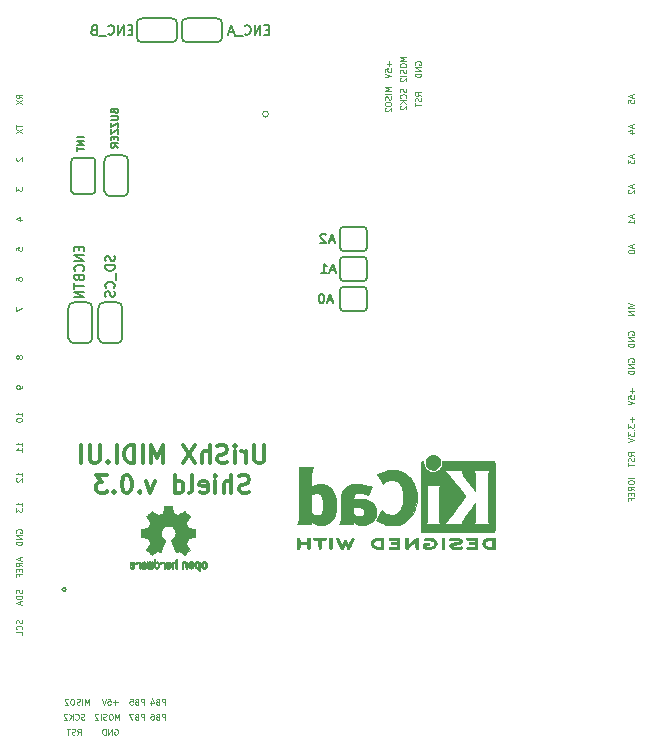
<source format=gbo>
G04 #@! TF.FileFunction,Legend,Bot*
%FSLAX46Y46*%
G04 Gerber Fmt 4.6, Leading zero omitted, Abs format (unit mm)*
G04 Created by KiCad (PCBNEW 4.0.7-e2-6376~58~ubuntu16.04.1) date Mon Aug 13 19:10:38 2018*
%MOMM*%
%LPD*%
G01*
G04 APERTURE LIST*
%ADD10C,0.100000*%
%ADD11C,0.300000*%
%ADD12C,0.152400*%
%ADD13C,0.150000*%
%ADD14C,0.010000*%
%ADD15C,0.127000*%
%ADD16C,0.075000*%
G04 APERTURE END LIST*
D10*
D11*
X169750000Y-79703571D02*
X169750000Y-80917857D01*
X169678572Y-81060714D01*
X169607143Y-81132143D01*
X169464286Y-81203571D01*
X169178572Y-81203571D01*
X169035714Y-81132143D01*
X168964286Y-81060714D01*
X168892857Y-80917857D01*
X168892857Y-79703571D01*
X168178571Y-81203571D02*
X168178571Y-80203571D01*
X168178571Y-80489286D02*
X168107143Y-80346429D01*
X168035714Y-80275000D01*
X167892857Y-80203571D01*
X167750000Y-80203571D01*
X167250000Y-81203571D02*
X167250000Y-80203571D01*
X167250000Y-79703571D02*
X167321429Y-79775000D01*
X167250000Y-79846429D01*
X167178572Y-79775000D01*
X167250000Y-79703571D01*
X167250000Y-79846429D01*
X166607143Y-81132143D02*
X166392857Y-81203571D01*
X166035714Y-81203571D01*
X165892857Y-81132143D01*
X165821428Y-81060714D01*
X165750000Y-80917857D01*
X165750000Y-80775000D01*
X165821428Y-80632143D01*
X165892857Y-80560714D01*
X166035714Y-80489286D01*
X166321428Y-80417857D01*
X166464286Y-80346429D01*
X166535714Y-80275000D01*
X166607143Y-80132143D01*
X166607143Y-79989286D01*
X166535714Y-79846429D01*
X166464286Y-79775000D01*
X166321428Y-79703571D01*
X165964286Y-79703571D01*
X165750000Y-79775000D01*
X165107143Y-81203571D02*
X165107143Y-79703571D01*
X164464286Y-81203571D02*
X164464286Y-80417857D01*
X164535715Y-80275000D01*
X164678572Y-80203571D01*
X164892857Y-80203571D01*
X165035715Y-80275000D01*
X165107143Y-80346429D01*
X163892857Y-79703571D02*
X162892857Y-81203571D01*
X162892857Y-79703571D02*
X163892857Y-81203571D01*
X161178572Y-81203571D02*
X161178572Y-79703571D01*
X160678572Y-80775000D01*
X160178572Y-79703571D01*
X160178572Y-81203571D01*
X159464286Y-81203571D02*
X159464286Y-79703571D01*
X158750000Y-81203571D02*
X158750000Y-79703571D01*
X158392857Y-79703571D01*
X158178572Y-79775000D01*
X158035714Y-79917857D01*
X157964286Y-80060714D01*
X157892857Y-80346429D01*
X157892857Y-80560714D01*
X157964286Y-80846429D01*
X158035714Y-80989286D01*
X158178572Y-81132143D01*
X158392857Y-81203571D01*
X158750000Y-81203571D01*
X157250000Y-81203571D02*
X157250000Y-79703571D01*
X156535714Y-81060714D02*
X156464286Y-81132143D01*
X156535714Y-81203571D01*
X156607143Y-81132143D01*
X156535714Y-81060714D01*
X156535714Y-81203571D01*
X155821428Y-79703571D02*
X155821428Y-80917857D01*
X155750000Y-81060714D01*
X155678571Y-81132143D01*
X155535714Y-81203571D01*
X155250000Y-81203571D01*
X155107142Y-81132143D01*
X155035714Y-81060714D01*
X154964285Y-80917857D01*
X154964285Y-79703571D01*
X154249999Y-81203571D02*
X154249999Y-79703571D01*
X168464285Y-83682143D02*
X168249999Y-83753571D01*
X167892856Y-83753571D01*
X167749999Y-83682143D01*
X167678570Y-83610714D01*
X167607142Y-83467857D01*
X167607142Y-83325000D01*
X167678570Y-83182143D01*
X167749999Y-83110714D01*
X167892856Y-83039286D01*
X168178570Y-82967857D01*
X168321428Y-82896429D01*
X168392856Y-82825000D01*
X168464285Y-82682143D01*
X168464285Y-82539286D01*
X168392856Y-82396429D01*
X168321428Y-82325000D01*
X168178570Y-82253571D01*
X167821428Y-82253571D01*
X167607142Y-82325000D01*
X166964285Y-83753571D02*
X166964285Y-82253571D01*
X166321428Y-83753571D02*
X166321428Y-82967857D01*
X166392857Y-82825000D01*
X166535714Y-82753571D01*
X166749999Y-82753571D01*
X166892857Y-82825000D01*
X166964285Y-82896429D01*
X165607142Y-83753571D02*
X165607142Y-82753571D01*
X165607142Y-82253571D02*
X165678571Y-82325000D01*
X165607142Y-82396429D01*
X165535714Y-82325000D01*
X165607142Y-82253571D01*
X165607142Y-82396429D01*
X164321428Y-83682143D02*
X164464285Y-83753571D01*
X164749999Y-83753571D01*
X164892856Y-83682143D01*
X164964285Y-83539286D01*
X164964285Y-82967857D01*
X164892856Y-82825000D01*
X164749999Y-82753571D01*
X164464285Y-82753571D01*
X164321428Y-82825000D01*
X164249999Y-82967857D01*
X164249999Y-83110714D01*
X164964285Y-83253571D01*
X163392856Y-83753571D02*
X163535714Y-83682143D01*
X163607142Y-83539286D01*
X163607142Y-82253571D01*
X162178571Y-83753571D02*
X162178571Y-82253571D01*
X162178571Y-83682143D02*
X162321428Y-83753571D01*
X162607142Y-83753571D01*
X162750000Y-83682143D01*
X162821428Y-83610714D01*
X162892857Y-83467857D01*
X162892857Y-83039286D01*
X162821428Y-82896429D01*
X162750000Y-82825000D01*
X162607142Y-82753571D01*
X162321428Y-82753571D01*
X162178571Y-82825000D01*
X160464285Y-82753571D02*
X160107142Y-83753571D01*
X159750000Y-82753571D01*
X159178571Y-83610714D02*
X159107143Y-83682143D01*
X159178571Y-83753571D01*
X159250000Y-83682143D01*
X159178571Y-83610714D01*
X159178571Y-83753571D01*
X158178571Y-82253571D02*
X158035714Y-82253571D01*
X157892857Y-82325000D01*
X157821428Y-82396429D01*
X157749999Y-82539286D01*
X157678571Y-82825000D01*
X157678571Y-83182143D01*
X157749999Y-83467857D01*
X157821428Y-83610714D01*
X157892857Y-83682143D01*
X158035714Y-83753571D01*
X158178571Y-83753571D01*
X158321428Y-83682143D01*
X158392857Y-83610714D01*
X158464285Y-83467857D01*
X158535714Y-83182143D01*
X158535714Y-82825000D01*
X158464285Y-82539286D01*
X158392857Y-82396429D01*
X158321428Y-82325000D01*
X158178571Y-82253571D01*
X157035714Y-83610714D02*
X156964286Y-83682143D01*
X157035714Y-83753571D01*
X157107143Y-83682143D01*
X157035714Y-83610714D01*
X157035714Y-83753571D01*
X156464285Y-82253571D02*
X155535714Y-82253571D01*
X156035714Y-82825000D01*
X155821428Y-82825000D01*
X155678571Y-82896429D01*
X155607142Y-82967857D01*
X155535714Y-83110714D01*
X155535714Y-83467857D01*
X155607142Y-83610714D01*
X155678571Y-83682143D01*
X155821428Y-83753571D01*
X156250000Y-83753571D01*
X156392857Y-83682143D01*
X156464285Y-83610714D01*
D12*
X165735000Y-43561000D02*
X163195000Y-43561000D01*
X166192200Y-44018200D02*
X166192200Y-45135800D01*
X162737800Y-44018200D02*
X162737800Y-45135800D01*
X163195000Y-45593000D02*
X165735000Y-45593000D01*
X166192200Y-45135800D02*
G75*
G02X165735000Y-45593000I-457200J0D01*
G01*
X163195000Y-45593000D02*
G75*
G02X162737800Y-45135800I0J457200D01*
G01*
X162737800Y-44018200D02*
G75*
G02X163195000Y-43561000I457200J0D01*
G01*
X165735000Y-43561000D02*
G75*
G02X166192200Y-44018200I0J-457200D01*
G01*
X161925000Y-43561000D02*
X159385000Y-43561000D01*
X162382200Y-44018200D02*
X162382200Y-45135800D01*
X158927800Y-44018200D02*
X158927800Y-45135800D01*
X159385000Y-45593000D02*
X161925000Y-45593000D01*
X162382200Y-45135800D02*
G75*
G02X161925000Y-45593000I-457200J0D01*
G01*
X159385000Y-45593000D02*
G75*
G02X158927800Y-45135800I0J457200D01*
G01*
X158927800Y-44018200D02*
G75*
G02X159385000Y-43561000I457200J0D01*
G01*
X161925000Y-43561000D02*
G75*
G02X162382200Y-44018200I0J-457200D01*
G01*
X155194000Y-70612000D02*
X155194000Y-68072000D01*
X154736800Y-71069200D02*
X153619200Y-71069200D01*
X154736800Y-67614800D02*
X153619200Y-67614800D01*
X153162000Y-68072000D02*
X153162000Y-70612000D01*
X153619200Y-71069200D02*
G75*
G02X153162000Y-70612000I0J457200D01*
G01*
X153162000Y-68072000D02*
G75*
G02X153619200Y-67614800I457200J0D01*
G01*
X154736800Y-67614800D02*
G75*
G02X155194000Y-68072000I0J-457200D01*
G01*
X155194000Y-70612000D02*
G75*
G02X154736800Y-71069200I-457200J0D01*
G01*
X176428400Y-68326000D02*
X178155600Y-68326000D01*
X176174400Y-68072000D02*
X176174400Y-66548000D01*
X178409600Y-68072000D02*
X178409600Y-66548000D01*
X178155600Y-66294000D02*
X176428400Y-66294000D01*
X176174400Y-66548000D02*
G75*
G02X176428400Y-66294000I254000J0D01*
G01*
X178155600Y-66294000D02*
G75*
G02X178409600Y-66548000I0J-254000D01*
G01*
X178409600Y-68072000D02*
G75*
G02X178155600Y-68326000I-254000J0D01*
G01*
X176428400Y-68326000D02*
G75*
G02X176174400Y-68072000I0J254000D01*
G01*
X155702000Y-68072000D02*
X155702000Y-70612000D01*
X156159200Y-67614800D02*
X157276800Y-67614800D01*
X156159200Y-71069200D02*
X157276800Y-71069200D01*
X157734000Y-70612000D02*
X157734000Y-68072000D01*
X157276800Y-67614800D02*
G75*
G02X157734000Y-68072000I0J-457200D01*
G01*
X157734000Y-70612000D02*
G75*
G02X157276800Y-71069200I-457200J0D01*
G01*
X156159200Y-71069200D02*
G75*
G02X155702000Y-70612000I0J457200D01*
G01*
X155702000Y-68072000D02*
G75*
G02X156159200Y-67614800I457200J0D01*
G01*
X176428400Y-65786000D02*
X178155600Y-65786000D01*
X176174400Y-65532000D02*
X176174400Y-64008000D01*
X178409600Y-65532000D02*
X178409600Y-64008000D01*
X178155600Y-63754000D02*
X176428400Y-63754000D01*
X176174400Y-64008000D02*
G75*
G02X176428400Y-63754000I254000J0D01*
G01*
X178155600Y-63754000D02*
G75*
G02X178409600Y-64008000I0J-254000D01*
G01*
X178409600Y-65532000D02*
G75*
G02X178155600Y-65786000I-254000J0D01*
G01*
X176428400Y-65786000D02*
G75*
G02X176174400Y-65532000I0J254000D01*
G01*
X176428400Y-63246000D02*
X178155600Y-63246000D01*
X176174400Y-62992000D02*
X176174400Y-61468000D01*
X178409600Y-62992000D02*
X178409600Y-61468000D01*
X178155600Y-61214000D02*
X176428400Y-61214000D01*
X176174400Y-61468000D02*
G75*
G02X176428400Y-61214000I254000J0D01*
G01*
X178155600Y-61214000D02*
G75*
G02X178409600Y-61468000I0J-254000D01*
G01*
X178409600Y-62992000D02*
G75*
G02X178155600Y-63246000I-254000J0D01*
G01*
X176428400Y-63246000D02*
G75*
G02X176174400Y-62992000I0J254000D01*
G01*
X153416000Y-55626000D02*
X153416000Y-58166000D01*
X153670000Y-55372000D02*
X155194000Y-55372000D01*
X153670000Y-58420000D02*
X155194000Y-58420000D01*
X155448000Y-58166000D02*
X155448000Y-55626000D01*
X155194000Y-55372000D02*
G75*
G02X155448000Y-55626000I0J-254000D01*
G01*
X155448000Y-58166000D02*
G75*
G02X155194000Y-58420000I-254000J0D01*
G01*
X153670000Y-58420000D02*
G75*
G02X153416000Y-58166000I0J254000D01*
G01*
X153416000Y-55626000D02*
G75*
G02X153670000Y-55372000I254000J0D01*
G01*
X158242000Y-58166000D02*
X158242000Y-55626000D01*
X157784800Y-58623200D02*
X156667200Y-58623200D01*
X157784800Y-55168800D02*
X156667200Y-55168800D01*
X156210000Y-55626000D02*
X156210000Y-58166000D01*
X156667200Y-58623200D02*
G75*
G02X156210000Y-58166000I0J457200D01*
G01*
X156210000Y-55626000D02*
G75*
G02X156667200Y-55168800I457200J0D01*
G01*
X157784800Y-55168800D02*
G75*
G02X158242000Y-55626000I0J-457200D01*
G01*
X158242000Y-58166000D02*
G75*
G02X157784800Y-58623200I-457200J0D01*
G01*
D10*
X170094000Y-51660000D02*
G75*
G03X170094000Y-51660000I-254000J0D01*
G01*
D13*
X152938105Y-91919000D02*
G75*
G03X152938105Y-91919000I-179605J0D01*
G01*
D14*
G36*
X164000256Y-89519918D02*
X163944799Y-89547568D01*
X163895852Y-89598480D01*
X163882371Y-89617338D01*
X163867686Y-89642015D01*
X163858158Y-89668816D01*
X163852707Y-89704587D01*
X163850253Y-89756169D01*
X163849714Y-89824267D01*
X163852148Y-89917588D01*
X163860606Y-89987657D01*
X163876826Y-90039931D01*
X163902546Y-90079869D01*
X163939503Y-90112929D01*
X163942218Y-90114886D01*
X163978640Y-90134908D01*
X164022498Y-90144815D01*
X164078276Y-90147257D01*
X164168952Y-90147257D01*
X164168990Y-90235283D01*
X164169834Y-90284308D01*
X164174976Y-90313065D01*
X164188413Y-90330311D01*
X164214142Y-90344808D01*
X164220321Y-90347769D01*
X164249236Y-90361648D01*
X164271624Y-90370414D01*
X164288271Y-90371171D01*
X164299964Y-90361023D01*
X164307490Y-90337073D01*
X164311634Y-90296426D01*
X164313185Y-90236186D01*
X164312929Y-90153455D01*
X164311651Y-90045339D01*
X164311252Y-90013000D01*
X164309815Y-89901524D01*
X164308528Y-89828603D01*
X164169029Y-89828603D01*
X164168245Y-89890499D01*
X164164760Y-89930997D01*
X164156876Y-89957708D01*
X164142895Y-89978244D01*
X164133403Y-89988260D01*
X164094596Y-90017567D01*
X164060237Y-90019952D01*
X164024784Y-89995750D01*
X164023886Y-89994857D01*
X164009461Y-89976153D01*
X164000687Y-89950732D01*
X163996261Y-89911584D01*
X163994882Y-89851697D01*
X163994857Y-89838430D01*
X163998188Y-89755901D01*
X164009031Y-89698691D01*
X164028660Y-89663766D01*
X164058350Y-89648094D01*
X164075509Y-89646514D01*
X164116234Y-89653926D01*
X164144168Y-89678330D01*
X164160983Y-89722980D01*
X164168350Y-89791130D01*
X164169029Y-89828603D01*
X164308528Y-89828603D01*
X164308292Y-89815245D01*
X164306323Y-89750333D01*
X164303550Y-89702958D01*
X164299612Y-89669290D01*
X164294151Y-89645498D01*
X164286808Y-89627753D01*
X164277223Y-89612224D01*
X164273113Y-89606381D01*
X164218595Y-89551185D01*
X164149664Y-89519890D01*
X164069928Y-89511165D01*
X164000256Y-89519918D01*
X164000256Y-89519918D01*
G37*
X164000256Y-89519918D02*
X163944799Y-89547568D01*
X163895852Y-89598480D01*
X163882371Y-89617338D01*
X163867686Y-89642015D01*
X163858158Y-89668816D01*
X163852707Y-89704587D01*
X163850253Y-89756169D01*
X163849714Y-89824267D01*
X163852148Y-89917588D01*
X163860606Y-89987657D01*
X163876826Y-90039931D01*
X163902546Y-90079869D01*
X163939503Y-90112929D01*
X163942218Y-90114886D01*
X163978640Y-90134908D01*
X164022498Y-90144815D01*
X164078276Y-90147257D01*
X164168952Y-90147257D01*
X164168990Y-90235283D01*
X164169834Y-90284308D01*
X164174976Y-90313065D01*
X164188413Y-90330311D01*
X164214142Y-90344808D01*
X164220321Y-90347769D01*
X164249236Y-90361648D01*
X164271624Y-90370414D01*
X164288271Y-90371171D01*
X164299964Y-90361023D01*
X164307490Y-90337073D01*
X164311634Y-90296426D01*
X164313185Y-90236186D01*
X164312929Y-90153455D01*
X164311651Y-90045339D01*
X164311252Y-90013000D01*
X164309815Y-89901524D01*
X164308528Y-89828603D01*
X164169029Y-89828603D01*
X164168245Y-89890499D01*
X164164760Y-89930997D01*
X164156876Y-89957708D01*
X164142895Y-89978244D01*
X164133403Y-89988260D01*
X164094596Y-90017567D01*
X164060237Y-90019952D01*
X164024784Y-89995750D01*
X164023886Y-89994857D01*
X164009461Y-89976153D01*
X164000687Y-89950732D01*
X163996261Y-89911584D01*
X163994882Y-89851697D01*
X163994857Y-89838430D01*
X163998188Y-89755901D01*
X164009031Y-89698691D01*
X164028660Y-89663766D01*
X164058350Y-89648094D01*
X164075509Y-89646514D01*
X164116234Y-89653926D01*
X164144168Y-89678330D01*
X164160983Y-89722980D01*
X164168350Y-89791130D01*
X164169029Y-89828603D01*
X164308528Y-89828603D01*
X164308292Y-89815245D01*
X164306323Y-89750333D01*
X164303550Y-89702958D01*
X164299612Y-89669290D01*
X164294151Y-89645498D01*
X164286808Y-89627753D01*
X164277223Y-89612224D01*
X164273113Y-89606381D01*
X164218595Y-89551185D01*
X164149664Y-89519890D01*
X164069928Y-89511165D01*
X164000256Y-89519918D01*
G36*
X162883907Y-89527780D02*
X162837328Y-89554723D01*
X162804943Y-89581466D01*
X162781258Y-89609484D01*
X162764941Y-89643748D01*
X162754661Y-89689227D01*
X162749086Y-89750892D01*
X162746884Y-89833711D01*
X162746629Y-89893246D01*
X162746629Y-90112391D01*
X162808314Y-90140044D01*
X162870000Y-90167697D01*
X162877257Y-89927670D01*
X162880256Y-89838028D01*
X162883402Y-89772962D01*
X162887299Y-89728026D01*
X162892553Y-89698770D01*
X162899769Y-89680748D01*
X162909550Y-89669511D01*
X162912688Y-89667079D01*
X162960239Y-89648083D01*
X163008303Y-89655600D01*
X163036914Y-89675543D01*
X163048553Y-89689675D01*
X163056609Y-89708220D01*
X163061729Y-89736334D01*
X163064559Y-89779173D01*
X163065744Y-89841895D01*
X163065943Y-89907261D01*
X163065982Y-89989268D01*
X163067386Y-90047316D01*
X163072086Y-90086465D01*
X163082013Y-90111780D01*
X163099097Y-90128323D01*
X163125268Y-90141156D01*
X163160225Y-90154491D01*
X163198404Y-90169007D01*
X163193859Y-89911389D01*
X163192029Y-89818519D01*
X163189888Y-89749889D01*
X163186819Y-89700711D01*
X163182206Y-89666198D01*
X163175432Y-89641562D01*
X163165881Y-89622016D01*
X163154366Y-89604770D01*
X163098810Y-89549680D01*
X163031020Y-89517822D01*
X162957287Y-89510191D01*
X162883907Y-89527780D01*
X162883907Y-89527780D01*
G37*
X162883907Y-89527780D02*
X162837328Y-89554723D01*
X162804943Y-89581466D01*
X162781258Y-89609484D01*
X162764941Y-89643748D01*
X162754661Y-89689227D01*
X162749086Y-89750892D01*
X162746884Y-89833711D01*
X162746629Y-89893246D01*
X162746629Y-90112391D01*
X162808314Y-90140044D01*
X162870000Y-90167697D01*
X162877257Y-89927670D01*
X162880256Y-89838028D01*
X162883402Y-89772962D01*
X162887299Y-89728026D01*
X162892553Y-89698770D01*
X162899769Y-89680748D01*
X162909550Y-89669511D01*
X162912688Y-89667079D01*
X162960239Y-89648083D01*
X163008303Y-89655600D01*
X163036914Y-89675543D01*
X163048553Y-89689675D01*
X163056609Y-89708220D01*
X163061729Y-89736334D01*
X163064559Y-89779173D01*
X163065744Y-89841895D01*
X163065943Y-89907261D01*
X163065982Y-89989268D01*
X163067386Y-90047316D01*
X163072086Y-90086465D01*
X163082013Y-90111780D01*
X163099097Y-90128323D01*
X163125268Y-90141156D01*
X163160225Y-90154491D01*
X163198404Y-90169007D01*
X163193859Y-89911389D01*
X163192029Y-89818519D01*
X163189888Y-89749889D01*
X163186819Y-89700711D01*
X163182206Y-89666198D01*
X163175432Y-89641562D01*
X163165881Y-89622016D01*
X163154366Y-89604770D01*
X163098810Y-89549680D01*
X163031020Y-89517822D01*
X162957287Y-89510191D01*
X162883907Y-89527780D01*
G36*
X164558885Y-89521962D02*
X164490855Y-89557733D01*
X164440649Y-89615301D01*
X164422815Y-89652312D01*
X164408937Y-89707882D01*
X164401833Y-89778096D01*
X164401160Y-89854727D01*
X164406573Y-89929552D01*
X164417730Y-89994342D01*
X164434286Y-90040873D01*
X164439374Y-90048887D01*
X164499645Y-90108707D01*
X164571231Y-90144535D01*
X164648908Y-90155020D01*
X164727452Y-90138810D01*
X164749311Y-90129092D01*
X164791878Y-90099143D01*
X164829237Y-90059433D01*
X164832768Y-90054397D01*
X164847119Y-90030124D01*
X164856606Y-90004178D01*
X164862210Y-89970022D01*
X164864914Y-89921119D01*
X164865701Y-89850935D01*
X164865714Y-89835200D01*
X164865678Y-89830192D01*
X164720571Y-89830192D01*
X164719727Y-89896430D01*
X164716404Y-89940386D01*
X164709417Y-89968779D01*
X164697584Y-89988325D01*
X164691543Y-89994857D01*
X164656814Y-90019680D01*
X164623097Y-90018548D01*
X164589005Y-89997016D01*
X164568671Y-89974029D01*
X164556629Y-89940478D01*
X164549866Y-89887569D01*
X164549402Y-89881399D01*
X164548248Y-89785513D01*
X164560312Y-89714299D01*
X164585430Y-89668194D01*
X164623440Y-89647635D01*
X164637008Y-89646514D01*
X164672636Y-89652152D01*
X164697006Y-89671686D01*
X164711907Y-89709042D01*
X164719125Y-89768150D01*
X164720571Y-89830192D01*
X164865678Y-89830192D01*
X164865174Y-89760413D01*
X164862904Y-89708159D01*
X164857932Y-89671949D01*
X164849287Y-89645299D01*
X164835995Y-89621722D01*
X164833057Y-89617338D01*
X164783687Y-89558249D01*
X164729891Y-89523947D01*
X164664398Y-89510331D01*
X164642158Y-89509665D01*
X164558885Y-89521962D01*
X164558885Y-89521962D01*
G37*
X164558885Y-89521962D02*
X164490855Y-89557733D01*
X164440649Y-89615301D01*
X164422815Y-89652312D01*
X164408937Y-89707882D01*
X164401833Y-89778096D01*
X164401160Y-89854727D01*
X164406573Y-89929552D01*
X164417730Y-89994342D01*
X164434286Y-90040873D01*
X164439374Y-90048887D01*
X164499645Y-90108707D01*
X164571231Y-90144535D01*
X164648908Y-90155020D01*
X164727452Y-90138810D01*
X164749311Y-90129092D01*
X164791878Y-90099143D01*
X164829237Y-90059433D01*
X164832768Y-90054397D01*
X164847119Y-90030124D01*
X164856606Y-90004178D01*
X164862210Y-89970022D01*
X164864914Y-89921119D01*
X164865701Y-89850935D01*
X164865714Y-89835200D01*
X164865678Y-89830192D01*
X164720571Y-89830192D01*
X164719727Y-89896430D01*
X164716404Y-89940386D01*
X164709417Y-89968779D01*
X164697584Y-89988325D01*
X164691543Y-89994857D01*
X164656814Y-90019680D01*
X164623097Y-90018548D01*
X164589005Y-89997016D01*
X164568671Y-89974029D01*
X164556629Y-89940478D01*
X164549866Y-89887569D01*
X164549402Y-89881399D01*
X164548248Y-89785513D01*
X164560312Y-89714299D01*
X164585430Y-89668194D01*
X164623440Y-89647635D01*
X164637008Y-89646514D01*
X164672636Y-89652152D01*
X164697006Y-89671686D01*
X164711907Y-89709042D01*
X164719125Y-89768150D01*
X164720571Y-89830192D01*
X164865678Y-89830192D01*
X164865174Y-89760413D01*
X164862904Y-89708159D01*
X164857932Y-89671949D01*
X164849287Y-89645299D01*
X164835995Y-89621722D01*
X164833057Y-89617338D01*
X164783687Y-89558249D01*
X164729891Y-89523947D01*
X164664398Y-89510331D01*
X164642158Y-89509665D01*
X164558885Y-89521962D01*
G36*
X163431697Y-89531239D02*
X163374473Y-89569735D01*
X163330251Y-89625335D01*
X163303833Y-89696086D01*
X163298490Y-89748162D01*
X163299097Y-89769893D01*
X163304178Y-89786531D01*
X163318145Y-89801437D01*
X163345411Y-89817973D01*
X163390388Y-89839498D01*
X163457489Y-89869374D01*
X163457829Y-89869524D01*
X163519593Y-89897813D01*
X163570241Y-89922933D01*
X163604596Y-89942179D01*
X163617482Y-89952848D01*
X163617486Y-89952934D01*
X163606128Y-89976166D01*
X163579569Y-90001774D01*
X163549077Y-90020221D01*
X163533630Y-90023886D01*
X163491485Y-90011212D01*
X163455192Y-89979471D01*
X163437483Y-89944572D01*
X163420448Y-89918845D01*
X163387078Y-89889546D01*
X163347851Y-89864235D01*
X163313244Y-89850471D01*
X163306007Y-89849714D01*
X163297861Y-89862160D01*
X163297370Y-89893972D01*
X163303357Y-89936866D01*
X163314643Y-89982558D01*
X163330050Y-90022761D01*
X163330829Y-90024322D01*
X163377196Y-90089062D01*
X163437289Y-90133097D01*
X163505535Y-90154711D01*
X163576362Y-90152185D01*
X163644196Y-90123804D01*
X163647212Y-90121808D01*
X163700573Y-90073448D01*
X163735660Y-90010352D01*
X163755078Y-89927387D01*
X163757684Y-89904078D01*
X163762299Y-89794055D01*
X163756767Y-89742748D01*
X163617486Y-89742748D01*
X163615676Y-89774753D01*
X163605778Y-89784093D01*
X163581102Y-89777105D01*
X163542205Y-89760587D01*
X163498725Y-89739881D01*
X163497644Y-89739333D01*
X163460791Y-89719949D01*
X163446000Y-89707013D01*
X163449647Y-89693451D01*
X163465005Y-89675632D01*
X163504077Y-89649845D01*
X163546154Y-89647950D01*
X163583897Y-89666717D01*
X163609966Y-89702915D01*
X163617486Y-89742748D01*
X163756767Y-89742748D01*
X163752806Y-89706027D01*
X163728450Y-89636212D01*
X163694544Y-89587302D01*
X163633347Y-89537878D01*
X163565937Y-89513359D01*
X163497120Y-89511797D01*
X163431697Y-89531239D01*
X163431697Y-89531239D01*
G37*
X163431697Y-89531239D02*
X163374473Y-89569735D01*
X163330251Y-89625335D01*
X163303833Y-89696086D01*
X163298490Y-89748162D01*
X163299097Y-89769893D01*
X163304178Y-89786531D01*
X163318145Y-89801437D01*
X163345411Y-89817973D01*
X163390388Y-89839498D01*
X163457489Y-89869374D01*
X163457829Y-89869524D01*
X163519593Y-89897813D01*
X163570241Y-89922933D01*
X163604596Y-89942179D01*
X163617482Y-89952848D01*
X163617486Y-89952934D01*
X163606128Y-89976166D01*
X163579569Y-90001774D01*
X163549077Y-90020221D01*
X163533630Y-90023886D01*
X163491485Y-90011212D01*
X163455192Y-89979471D01*
X163437483Y-89944572D01*
X163420448Y-89918845D01*
X163387078Y-89889546D01*
X163347851Y-89864235D01*
X163313244Y-89850471D01*
X163306007Y-89849714D01*
X163297861Y-89862160D01*
X163297370Y-89893972D01*
X163303357Y-89936866D01*
X163314643Y-89982558D01*
X163330050Y-90022761D01*
X163330829Y-90024322D01*
X163377196Y-90089062D01*
X163437289Y-90133097D01*
X163505535Y-90154711D01*
X163576362Y-90152185D01*
X163644196Y-90123804D01*
X163647212Y-90121808D01*
X163700573Y-90073448D01*
X163735660Y-90010352D01*
X163755078Y-89927387D01*
X163757684Y-89904078D01*
X163762299Y-89794055D01*
X163756767Y-89742748D01*
X163617486Y-89742748D01*
X163615676Y-89774753D01*
X163605778Y-89784093D01*
X163581102Y-89777105D01*
X163542205Y-89760587D01*
X163498725Y-89739881D01*
X163497644Y-89739333D01*
X163460791Y-89719949D01*
X163446000Y-89707013D01*
X163449647Y-89693451D01*
X163465005Y-89675632D01*
X163504077Y-89649845D01*
X163546154Y-89647950D01*
X163583897Y-89666717D01*
X163609966Y-89702915D01*
X163617486Y-89742748D01*
X163756767Y-89742748D01*
X163752806Y-89706027D01*
X163728450Y-89636212D01*
X163694544Y-89587302D01*
X163633347Y-89537878D01*
X163565937Y-89513359D01*
X163497120Y-89511797D01*
X163431697Y-89531239D01*
G36*
X162224114Y-89451289D02*
X162219861Y-89510613D01*
X162214975Y-89545572D01*
X162208205Y-89560820D01*
X162198298Y-89561015D01*
X162195086Y-89559195D01*
X162152356Y-89546015D01*
X162096773Y-89546785D01*
X162040263Y-89560333D01*
X162004918Y-89577861D01*
X161968679Y-89605861D01*
X161942187Y-89637549D01*
X161924001Y-89677813D01*
X161912678Y-89731543D01*
X161906778Y-89803626D01*
X161904857Y-89898951D01*
X161904823Y-89917237D01*
X161904800Y-90122646D01*
X161950509Y-90138580D01*
X161982973Y-90149420D01*
X162000785Y-90154468D01*
X162001309Y-90154514D01*
X162003063Y-90140828D01*
X162004556Y-90103076D01*
X162005674Y-90046224D01*
X162006303Y-89975234D01*
X162006400Y-89932073D01*
X162006602Y-89846973D01*
X162007642Y-89785981D01*
X162010169Y-89744177D01*
X162014836Y-89716642D01*
X162022293Y-89698456D01*
X162033189Y-89684698D01*
X162039993Y-89678073D01*
X162086728Y-89651375D01*
X162137728Y-89649375D01*
X162183999Y-89671955D01*
X162192556Y-89680107D01*
X162205107Y-89695436D01*
X162213812Y-89713618D01*
X162219369Y-89739909D01*
X162222474Y-89779562D01*
X162223824Y-89837832D01*
X162224114Y-89918173D01*
X162224114Y-90122646D01*
X162269823Y-90138580D01*
X162302287Y-90149420D01*
X162320099Y-90154468D01*
X162320623Y-90154514D01*
X162321963Y-90140623D01*
X162323172Y-90101439D01*
X162324199Y-90040700D01*
X162324998Y-89962141D01*
X162325519Y-89869498D01*
X162325714Y-89766509D01*
X162325714Y-89369342D01*
X162278543Y-89349444D01*
X162231371Y-89329547D01*
X162224114Y-89451289D01*
X162224114Y-89451289D01*
G37*
X162224114Y-89451289D02*
X162219861Y-89510613D01*
X162214975Y-89545572D01*
X162208205Y-89560820D01*
X162198298Y-89561015D01*
X162195086Y-89559195D01*
X162152356Y-89546015D01*
X162096773Y-89546785D01*
X162040263Y-89560333D01*
X162004918Y-89577861D01*
X161968679Y-89605861D01*
X161942187Y-89637549D01*
X161924001Y-89677813D01*
X161912678Y-89731543D01*
X161906778Y-89803626D01*
X161904857Y-89898951D01*
X161904823Y-89917237D01*
X161904800Y-90122646D01*
X161950509Y-90138580D01*
X161982973Y-90149420D01*
X162000785Y-90154468D01*
X162001309Y-90154514D01*
X162003063Y-90140828D01*
X162004556Y-90103076D01*
X162005674Y-90046224D01*
X162006303Y-89975234D01*
X162006400Y-89932073D01*
X162006602Y-89846973D01*
X162007642Y-89785981D01*
X162010169Y-89744177D01*
X162014836Y-89716642D01*
X162022293Y-89698456D01*
X162033189Y-89684698D01*
X162039993Y-89678073D01*
X162086728Y-89651375D01*
X162137728Y-89649375D01*
X162183999Y-89671955D01*
X162192556Y-89680107D01*
X162205107Y-89695436D01*
X162213812Y-89713618D01*
X162219369Y-89739909D01*
X162222474Y-89779562D01*
X162223824Y-89837832D01*
X162224114Y-89918173D01*
X162224114Y-90122646D01*
X162269823Y-90138580D01*
X162302287Y-90149420D01*
X162320099Y-90154468D01*
X162320623Y-90154514D01*
X162321963Y-90140623D01*
X162323172Y-90101439D01*
X162324199Y-90040700D01*
X162324998Y-89962141D01*
X162325519Y-89869498D01*
X162325714Y-89766509D01*
X162325714Y-89369342D01*
X162278543Y-89349444D01*
X162231371Y-89329547D01*
X162224114Y-89451289D01*
G36*
X161560256Y-89550968D02*
X161503384Y-89572087D01*
X161502733Y-89572493D01*
X161467560Y-89598380D01*
X161441593Y-89628633D01*
X161423330Y-89668058D01*
X161411268Y-89721462D01*
X161403904Y-89793651D01*
X161399736Y-89889432D01*
X161399371Y-89903078D01*
X161394124Y-90108842D01*
X161438284Y-90131678D01*
X161470237Y-90147110D01*
X161489530Y-90154423D01*
X161490422Y-90154514D01*
X161493761Y-90141022D01*
X161496413Y-90104626D01*
X161498044Y-90051452D01*
X161498400Y-90008393D01*
X161498408Y-89938641D01*
X161501597Y-89894837D01*
X161512712Y-89873944D01*
X161536499Y-89872925D01*
X161577704Y-89888741D01*
X161639914Y-89917815D01*
X161685659Y-89941963D01*
X161709187Y-89962913D01*
X161716104Y-89985747D01*
X161716114Y-89986877D01*
X161704701Y-90026212D01*
X161670908Y-90047462D01*
X161619191Y-90050539D01*
X161581939Y-90050006D01*
X161562297Y-90060735D01*
X161550048Y-90086505D01*
X161542998Y-90119337D01*
X161553158Y-90137966D01*
X161556983Y-90140632D01*
X161592999Y-90151340D01*
X161643434Y-90152856D01*
X161695374Y-90145759D01*
X161732178Y-90132788D01*
X161783062Y-90089585D01*
X161811986Y-90029446D01*
X161817714Y-89982462D01*
X161813343Y-89940082D01*
X161797525Y-89905488D01*
X161766203Y-89874763D01*
X161715322Y-89843990D01*
X161640824Y-89809252D01*
X161636286Y-89807288D01*
X161569179Y-89776287D01*
X161527768Y-89750862D01*
X161510019Y-89728014D01*
X161513893Y-89704745D01*
X161537357Y-89678056D01*
X161544373Y-89671914D01*
X161591370Y-89648100D01*
X161640067Y-89649103D01*
X161682478Y-89672451D01*
X161710616Y-89715675D01*
X161713231Y-89724160D01*
X161738692Y-89765308D01*
X161770999Y-89785128D01*
X161817714Y-89804770D01*
X161817714Y-89753950D01*
X161803504Y-89680082D01*
X161761325Y-89612327D01*
X161739376Y-89589661D01*
X161689483Y-89560569D01*
X161626033Y-89547400D01*
X161560256Y-89550968D01*
X161560256Y-89550968D01*
G37*
X161560256Y-89550968D02*
X161503384Y-89572087D01*
X161502733Y-89572493D01*
X161467560Y-89598380D01*
X161441593Y-89628633D01*
X161423330Y-89668058D01*
X161411268Y-89721462D01*
X161403904Y-89793651D01*
X161399736Y-89889432D01*
X161399371Y-89903078D01*
X161394124Y-90108842D01*
X161438284Y-90131678D01*
X161470237Y-90147110D01*
X161489530Y-90154423D01*
X161490422Y-90154514D01*
X161493761Y-90141022D01*
X161496413Y-90104626D01*
X161498044Y-90051452D01*
X161498400Y-90008393D01*
X161498408Y-89938641D01*
X161501597Y-89894837D01*
X161512712Y-89873944D01*
X161536499Y-89872925D01*
X161577704Y-89888741D01*
X161639914Y-89917815D01*
X161685659Y-89941963D01*
X161709187Y-89962913D01*
X161716104Y-89985747D01*
X161716114Y-89986877D01*
X161704701Y-90026212D01*
X161670908Y-90047462D01*
X161619191Y-90050539D01*
X161581939Y-90050006D01*
X161562297Y-90060735D01*
X161550048Y-90086505D01*
X161542998Y-90119337D01*
X161553158Y-90137966D01*
X161556983Y-90140632D01*
X161592999Y-90151340D01*
X161643434Y-90152856D01*
X161695374Y-90145759D01*
X161732178Y-90132788D01*
X161783062Y-90089585D01*
X161811986Y-90029446D01*
X161817714Y-89982462D01*
X161813343Y-89940082D01*
X161797525Y-89905488D01*
X161766203Y-89874763D01*
X161715322Y-89843990D01*
X161640824Y-89809252D01*
X161636286Y-89807288D01*
X161569179Y-89776287D01*
X161527768Y-89750862D01*
X161510019Y-89728014D01*
X161513893Y-89704745D01*
X161537357Y-89678056D01*
X161544373Y-89671914D01*
X161591370Y-89648100D01*
X161640067Y-89649103D01*
X161682478Y-89672451D01*
X161710616Y-89715675D01*
X161713231Y-89724160D01*
X161738692Y-89765308D01*
X161770999Y-89785128D01*
X161817714Y-89804770D01*
X161817714Y-89753950D01*
X161803504Y-89680082D01*
X161761325Y-89612327D01*
X161739376Y-89589661D01*
X161689483Y-89560569D01*
X161626033Y-89547400D01*
X161560256Y-89550968D01*
G36*
X161070074Y-89549755D02*
X161004142Y-89574084D01*
X160950727Y-89617117D01*
X160929836Y-89647409D01*
X160907061Y-89702994D01*
X160907534Y-89743186D01*
X160931438Y-89770217D01*
X160940283Y-89774813D01*
X160978470Y-89789144D01*
X160997972Y-89785472D01*
X161004578Y-89761407D01*
X161004914Y-89748114D01*
X161017008Y-89699210D01*
X161048529Y-89664999D01*
X161092341Y-89648476D01*
X161141305Y-89652634D01*
X161181106Y-89674227D01*
X161194550Y-89686544D01*
X161204079Y-89701487D01*
X161210515Y-89724075D01*
X161214683Y-89759328D01*
X161217403Y-89812266D01*
X161219498Y-89887907D01*
X161220040Y-89911857D01*
X161222019Y-89993790D01*
X161224269Y-90051455D01*
X161227643Y-90089608D01*
X161232994Y-90113004D01*
X161241176Y-90126398D01*
X161253041Y-90134545D01*
X161260638Y-90138144D01*
X161292898Y-90150452D01*
X161311889Y-90154514D01*
X161318164Y-90140948D01*
X161321994Y-90099934D01*
X161323400Y-90030999D01*
X161322402Y-89933669D01*
X161322092Y-89918657D01*
X161319899Y-89829859D01*
X161317307Y-89765019D01*
X161313618Y-89719067D01*
X161308136Y-89686935D01*
X161300165Y-89663553D01*
X161289007Y-89643852D01*
X161283170Y-89635410D01*
X161249704Y-89598057D01*
X161212273Y-89569003D01*
X161207691Y-89566467D01*
X161140574Y-89546443D01*
X161070074Y-89549755D01*
X161070074Y-89549755D01*
G37*
X161070074Y-89549755D02*
X161004142Y-89574084D01*
X160950727Y-89617117D01*
X160929836Y-89647409D01*
X160907061Y-89702994D01*
X160907534Y-89743186D01*
X160931438Y-89770217D01*
X160940283Y-89774813D01*
X160978470Y-89789144D01*
X160997972Y-89785472D01*
X161004578Y-89761407D01*
X161004914Y-89748114D01*
X161017008Y-89699210D01*
X161048529Y-89664999D01*
X161092341Y-89648476D01*
X161141305Y-89652634D01*
X161181106Y-89674227D01*
X161194550Y-89686544D01*
X161204079Y-89701487D01*
X161210515Y-89724075D01*
X161214683Y-89759328D01*
X161217403Y-89812266D01*
X161219498Y-89887907D01*
X161220040Y-89911857D01*
X161222019Y-89993790D01*
X161224269Y-90051455D01*
X161227643Y-90089608D01*
X161232994Y-90113004D01*
X161241176Y-90126398D01*
X161253041Y-90134545D01*
X161260638Y-90138144D01*
X161292898Y-90150452D01*
X161311889Y-90154514D01*
X161318164Y-90140948D01*
X161321994Y-90099934D01*
X161323400Y-90030999D01*
X161322402Y-89933669D01*
X161322092Y-89918657D01*
X161319899Y-89829859D01*
X161317307Y-89765019D01*
X161313618Y-89719067D01*
X161308136Y-89686935D01*
X161300165Y-89663553D01*
X161289007Y-89643852D01*
X161283170Y-89635410D01*
X161249704Y-89598057D01*
X161212273Y-89569003D01*
X161207691Y-89566467D01*
X161140574Y-89546443D01*
X161070074Y-89549755D01*
G36*
X160409883Y-89665358D02*
X160410067Y-89773837D01*
X160410781Y-89857287D01*
X160412325Y-89919704D01*
X160414999Y-89965085D01*
X160419106Y-89997429D01*
X160424945Y-90020733D01*
X160432818Y-90038995D01*
X160438779Y-90049418D01*
X160488145Y-90105945D01*
X160550736Y-90141377D01*
X160619987Y-90154090D01*
X160689332Y-90142463D01*
X160730625Y-90121568D01*
X160773975Y-90085422D01*
X160803519Y-90041276D01*
X160821345Y-89983462D01*
X160829537Y-89906313D01*
X160830698Y-89849714D01*
X160830542Y-89845647D01*
X160729143Y-89845647D01*
X160728524Y-89910550D01*
X160725686Y-89953514D01*
X160719160Y-89981622D01*
X160707477Y-90001953D01*
X160693517Y-90017288D01*
X160646635Y-90046890D01*
X160596299Y-90049419D01*
X160548724Y-90024705D01*
X160545021Y-90021356D01*
X160529217Y-90003935D01*
X160519307Y-89983209D01*
X160513942Y-89952362D01*
X160511772Y-89904577D01*
X160511429Y-89851748D01*
X160512173Y-89785381D01*
X160515252Y-89741106D01*
X160521939Y-89712009D01*
X160533504Y-89691173D01*
X160542987Y-89680107D01*
X160587040Y-89652198D01*
X160637776Y-89648843D01*
X160686204Y-89670159D01*
X160695550Y-89678073D01*
X160711460Y-89695647D01*
X160721390Y-89716587D01*
X160726722Y-89747782D01*
X160728837Y-89796122D01*
X160729143Y-89845647D01*
X160830542Y-89845647D01*
X160827190Y-89758568D01*
X160815274Y-89690086D01*
X160792865Y-89638600D01*
X160757876Y-89598443D01*
X160730625Y-89577861D01*
X160681093Y-89555625D01*
X160623684Y-89545304D01*
X160570318Y-89548067D01*
X160540457Y-89559212D01*
X160528739Y-89562383D01*
X160520963Y-89550557D01*
X160515535Y-89518866D01*
X160511429Y-89470593D01*
X160506933Y-89416829D01*
X160500687Y-89384482D01*
X160489324Y-89365985D01*
X160469472Y-89353770D01*
X160457000Y-89348362D01*
X160409829Y-89328601D01*
X160409883Y-89665358D01*
X160409883Y-89665358D01*
G37*
X160409883Y-89665358D02*
X160410067Y-89773837D01*
X160410781Y-89857287D01*
X160412325Y-89919704D01*
X160414999Y-89965085D01*
X160419106Y-89997429D01*
X160424945Y-90020733D01*
X160432818Y-90038995D01*
X160438779Y-90049418D01*
X160488145Y-90105945D01*
X160550736Y-90141377D01*
X160619987Y-90154090D01*
X160689332Y-90142463D01*
X160730625Y-90121568D01*
X160773975Y-90085422D01*
X160803519Y-90041276D01*
X160821345Y-89983462D01*
X160829537Y-89906313D01*
X160830698Y-89849714D01*
X160830542Y-89845647D01*
X160729143Y-89845647D01*
X160728524Y-89910550D01*
X160725686Y-89953514D01*
X160719160Y-89981622D01*
X160707477Y-90001953D01*
X160693517Y-90017288D01*
X160646635Y-90046890D01*
X160596299Y-90049419D01*
X160548724Y-90024705D01*
X160545021Y-90021356D01*
X160529217Y-90003935D01*
X160519307Y-89983209D01*
X160513942Y-89952362D01*
X160511772Y-89904577D01*
X160511429Y-89851748D01*
X160512173Y-89785381D01*
X160515252Y-89741106D01*
X160521939Y-89712009D01*
X160533504Y-89691173D01*
X160542987Y-89680107D01*
X160587040Y-89652198D01*
X160637776Y-89648843D01*
X160686204Y-89670159D01*
X160695550Y-89678073D01*
X160711460Y-89695647D01*
X160721390Y-89716587D01*
X160726722Y-89747782D01*
X160728837Y-89796122D01*
X160729143Y-89845647D01*
X160830542Y-89845647D01*
X160827190Y-89758568D01*
X160815274Y-89690086D01*
X160792865Y-89638600D01*
X160757876Y-89598443D01*
X160730625Y-89577861D01*
X160681093Y-89555625D01*
X160623684Y-89545304D01*
X160570318Y-89548067D01*
X160540457Y-89559212D01*
X160528739Y-89562383D01*
X160520963Y-89550557D01*
X160515535Y-89518866D01*
X160511429Y-89470593D01*
X160506933Y-89416829D01*
X160500687Y-89384482D01*
X160489324Y-89365985D01*
X160469472Y-89353770D01*
X160457000Y-89348362D01*
X160409829Y-89328601D01*
X160409883Y-89665358D01*
G36*
X159820167Y-89558663D02*
X159817952Y-89596850D01*
X159816216Y-89654886D01*
X159815101Y-89728180D01*
X159814743Y-89805055D01*
X159814743Y-90065196D01*
X159860674Y-90111127D01*
X159892325Y-90139429D01*
X159920110Y-90150893D01*
X159958085Y-90150168D01*
X159973160Y-90148321D01*
X160020274Y-90142948D01*
X160059244Y-90139869D01*
X160068743Y-90139585D01*
X160100767Y-90141445D01*
X160146568Y-90146114D01*
X160164326Y-90148321D01*
X160207943Y-90151735D01*
X160237255Y-90144320D01*
X160266320Y-90121427D01*
X160276812Y-90111127D01*
X160322743Y-90065196D01*
X160322743Y-89578602D01*
X160285774Y-89561758D01*
X160253941Y-89549282D01*
X160235317Y-89544914D01*
X160230542Y-89558718D01*
X160226079Y-89597286D01*
X160222225Y-89656356D01*
X160219278Y-89731663D01*
X160217857Y-89795286D01*
X160213886Y-90045657D01*
X160179241Y-90050556D01*
X160147732Y-90047131D01*
X160132292Y-90036041D01*
X160127977Y-90015308D01*
X160124292Y-89971145D01*
X160121531Y-89909146D01*
X160119988Y-89834909D01*
X160119765Y-89796706D01*
X160119543Y-89576783D01*
X160073834Y-89560849D01*
X160041482Y-89550015D01*
X160023885Y-89544962D01*
X160023377Y-89544914D01*
X160021612Y-89558648D01*
X160019671Y-89596730D01*
X160017718Y-89654482D01*
X160015916Y-89727227D01*
X160014657Y-89795286D01*
X160010686Y-90045657D01*
X159923600Y-90045657D01*
X159919604Y-89817240D01*
X159915608Y-89588822D01*
X159873153Y-89566868D01*
X159841808Y-89551793D01*
X159823256Y-89544951D01*
X159822721Y-89544914D01*
X159820167Y-89558663D01*
X159820167Y-89558663D01*
G37*
X159820167Y-89558663D02*
X159817952Y-89596850D01*
X159816216Y-89654886D01*
X159815101Y-89728180D01*
X159814743Y-89805055D01*
X159814743Y-90065196D01*
X159860674Y-90111127D01*
X159892325Y-90139429D01*
X159920110Y-90150893D01*
X159958085Y-90150168D01*
X159973160Y-90148321D01*
X160020274Y-90142948D01*
X160059244Y-90139869D01*
X160068743Y-90139585D01*
X160100767Y-90141445D01*
X160146568Y-90146114D01*
X160164326Y-90148321D01*
X160207943Y-90151735D01*
X160237255Y-90144320D01*
X160266320Y-90121427D01*
X160276812Y-90111127D01*
X160322743Y-90065196D01*
X160322743Y-89578602D01*
X160285774Y-89561758D01*
X160253941Y-89549282D01*
X160235317Y-89544914D01*
X160230542Y-89558718D01*
X160226079Y-89597286D01*
X160222225Y-89656356D01*
X160219278Y-89731663D01*
X160217857Y-89795286D01*
X160213886Y-90045657D01*
X160179241Y-90050556D01*
X160147732Y-90047131D01*
X160132292Y-90036041D01*
X160127977Y-90015308D01*
X160124292Y-89971145D01*
X160121531Y-89909146D01*
X160119988Y-89834909D01*
X160119765Y-89796706D01*
X160119543Y-89576783D01*
X160073834Y-89560849D01*
X160041482Y-89550015D01*
X160023885Y-89544962D01*
X160023377Y-89544914D01*
X160021612Y-89558648D01*
X160019671Y-89596730D01*
X160017718Y-89654482D01*
X160015916Y-89727227D01*
X160014657Y-89795286D01*
X160010686Y-90045657D01*
X159923600Y-90045657D01*
X159919604Y-89817240D01*
X159915608Y-89588822D01*
X159873153Y-89566868D01*
X159841808Y-89551793D01*
X159823256Y-89544951D01*
X159822721Y-89544914D01*
X159820167Y-89558663D01*
G36*
X159455124Y-89556335D02*
X159413333Y-89575344D01*
X159380531Y-89598378D01*
X159356497Y-89624133D01*
X159339903Y-89657358D01*
X159329423Y-89702800D01*
X159323729Y-89765207D01*
X159321493Y-89849327D01*
X159321257Y-89904721D01*
X159321257Y-90120826D01*
X159358226Y-90137670D01*
X159387344Y-90149981D01*
X159401769Y-90154514D01*
X159404528Y-90141025D01*
X159406718Y-90104653D01*
X159408058Y-90051542D01*
X159408343Y-90009372D01*
X159409566Y-89948447D01*
X159412864Y-89900115D01*
X159417679Y-89870518D01*
X159421504Y-89864229D01*
X159447217Y-89870652D01*
X159487582Y-89887125D01*
X159534321Y-89909458D01*
X159579155Y-89933457D01*
X159613807Y-89954930D01*
X159629998Y-89969685D01*
X159630062Y-89969845D01*
X159628670Y-89997152D01*
X159616182Y-90023219D01*
X159594257Y-90044392D01*
X159562257Y-90051474D01*
X159534908Y-90050649D01*
X159496174Y-90050042D01*
X159475842Y-90059116D01*
X159463631Y-90083092D01*
X159462091Y-90087613D01*
X159456797Y-90121806D01*
X159470953Y-90142568D01*
X159507852Y-90152462D01*
X159547711Y-90154292D01*
X159619438Y-90140727D01*
X159656568Y-90121355D01*
X159702424Y-90075845D01*
X159726744Y-90019983D01*
X159728927Y-89960957D01*
X159708371Y-89905953D01*
X159677451Y-89871486D01*
X159646580Y-89852189D01*
X159598058Y-89827759D01*
X159541515Y-89802985D01*
X159532090Y-89799199D01*
X159469981Y-89771791D01*
X159434178Y-89747634D01*
X159422663Y-89723619D01*
X159433420Y-89696635D01*
X159451886Y-89675543D01*
X159495531Y-89649572D01*
X159543554Y-89647624D01*
X159587594Y-89667637D01*
X159619291Y-89707551D01*
X159623451Y-89717848D01*
X159647673Y-89755724D01*
X159683035Y-89783842D01*
X159727657Y-89806917D01*
X159727657Y-89741485D01*
X159725031Y-89701506D01*
X159713770Y-89669997D01*
X159688801Y-89636378D01*
X159664831Y-89610484D01*
X159627559Y-89573817D01*
X159598599Y-89554121D01*
X159567495Y-89546220D01*
X159532287Y-89544914D01*
X159455124Y-89556335D01*
X159455124Y-89556335D01*
G37*
X159455124Y-89556335D02*
X159413333Y-89575344D01*
X159380531Y-89598378D01*
X159356497Y-89624133D01*
X159339903Y-89657358D01*
X159329423Y-89702800D01*
X159323729Y-89765207D01*
X159321493Y-89849327D01*
X159321257Y-89904721D01*
X159321257Y-90120826D01*
X159358226Y-90137670D01*
X159387344Y-90149981D01*
X159401769Y-90154514D01*
X159404528Y-90141025D01*
X159406718Y-90104653D01*
X159408058Y-90051542D01*
X159408343Y-90009372D01*
X159409566Y-89948447D01*
X159412864Y-89900115D01*
X159417679Y-89870518D01*
X159421504Y-89864229D01*
X159447217Y-89870652D01*
X159487582Y-89887125D01*
X159534321Y-89909458D01*
X159579155Y-89933457D01*
X159613807Y-89954930D01*
X159629998Y-89969685D01*
X159630062Y-89969845D01*
X159628670Y-89997152D01*
X159616182Y-90023219D01*
X159594257Y-90044392D01*
X159562257Y-90051474D01*
X159534908Y-90050649D01*
X159496174Y-90050042D01*
X159475842Y-90059116D01*
X159463631Y-90083092D01*
X159462091Y-90087613D01*
X159456797Y-90121806D01*
X159470953Y-90142568D01*
X159507852Y-90152462D01*
X159547711Y-90154292D01*
X159619438Y-90140727D01*
X159656568Y-90121355D01*
X159702424Y-90075845D01*
X159726744Y-90019983D01*
X159728927Y-89960957D01*
X159708371Y-89905953D01*
X159677451Y-89871486D01*
X159646580Y-89852189D01*
X159598058Y-89827759D01*
X159541515Y-89802985D01*
X159532090Y-89799199D01*
X159469981Y-89771791D01*
X159434178Y-89747634D01*
X159422663Y-89723619D01*
X159433420Y-89696635D01*
X159451886Y-89675543D01*
X159495531Y-89649572D01*
X159543554Y-89647624D01*
X159587594Y-89667637D01*
X159619291Y-89707551D01*
X159623451Y-89717848D01*
X159647673Y-89755724D01*
X159683035Y-89783842D01*
X159727657Y-89806917D01*
X159727657Y-89741485D01*
X159725031Y-89701506D01*
X159713770Y-89669997D01*
X159688801Y-89636378D01*
X159664831Y-89610484D01*
X159627559Y-89573817D01*
X159598599Y-89554121D01*
X159567495Y-89546220D01*
X159532287Y-89544914D01*
X159455124Y-89556335D01*
G36*
X158947400Y-89558752D02*
X158930052Y-89566334D01*
X158888644Y-89599128D01*
X158853235Y-89646547D01*
X158831336Y-89697151D01*
X158827771Y-89722098D01*
X158839721Y-89756927D01*
X158865933Y-89775357D01*
X158894036Y-89786516D01*
X158906905Y-89788572D01*
X158913171Y-89773649D01*
X158925544Y-89741175D01*
X158930972Y-89726502D01*
X158961410Y-89675744D01*
X159005480Y-89650427D01*
X159061990Y-89651206D01*
X159066175Y-89652203D01*
X159096345Y-89666507D01*
X159118524Y-89694393D01*
X159133673Y-89739287D01*
X159142750Y-89804615D01*
X159146714Y-89893804D01*
X159147086Y-89941261D01*
X159147270Y-90016071D01*
X159148478Y-90067069D01*
X159151691Y-90099471D01*
X159157891Y-90118495D01*
X159168060Y-90129356D01*
X159183181Y-90137272D01*
X159184054Y-90137670D01*
X159213172Y-90149981D01*
X159227597Y-90154514D01*
X159229814Y-90140809D01*
X159231711Y-90102925D01*
X159233153Y-90045715D01*
X159234002Y-89974027D01*
X159234171Y-89921565D01*
X159233308Y-89820047D01*
X159229930Y-89743032D01*
X159222858Y-89686023D01*
X159210912Y-89644526D01*
X159192910Y-89614043D01*
X159167673Y-89590080D01*
X159142753Y-89573355D01*
X159082829Y-89551097D01*
X159013089Y-89546076D01*
X158947400Y-89558752D01*
X158947400Y-89558752D01*
G37*
X158947400Y-89558752D02*
X158930052Y-89566334D01*
X158888644Y-89599128D01*
X158853235Y-89646547D01*
X158831336Y-89697151D01*
X158827771Y-89722098D01*
X158839721Y-89756927D01*
X158865933Y-89775357D01*
X158894036Y-89786516D01*
X158906905Y-89788572D01*
X158913171Y-89773649D01*
X158925544Y-89741175D01*
X158930972Y-89726502D01*
X158961410Y-89675744D01*
X159005480Y-89650427D01*
X159061990Y-89651206D01*
X159066175Y-89652203D01*
X159096345Y-89666507D01*
X159118524Y-89694393D01*
X159133673Y-89739287D01*
X159142750Y-89804615D01*
X159146714Y-89893804D01*
X159147086Y-89941261D01*
X159147270Y-90016071D01*
X159148478Y-90067069D01*
X159151691Y-90099471D01*
X159157891Y-90118495D01*
X159168060Y-90129356D01*
X159183181Y-90137272D01*
X159184054Y-90137670D01*
X159213172Y-90149981D01*
X159227597Y-90154514D01*
X159229814Y-90140809D01*
X159231711Y-90102925D01*
X159233153Y-90045715D01*
X159234002Y-89974027D01*
X159234171Y-89921565D01*
X159233308Y-89820047D01*
X159229930Y-89743032D01*
X159222858Y-89686023D01*
X159210912Y-89644526D01*
X159192910Y-89614043D01*
X159167673Y-89590080D01*
X159142753Y-89573355D01*
X159082829Y-89551097D01*
X159013089Y-89546076D01*
X158947400Y-89558752D01*
G36*
X158446405Y-89566966D02*
X158388979Y-89604497D01*
X158361281Y-89638096D01*
X158339338Y-89699064D01*
X158337595Y-89747308D01*
X158341543Y-89811816D01*
X158490314Y-89876934D01*
X158562651Y-89910202D01*
X158609916Y-89936964D01*
X158634493Y-89960144D01*
X158638763Y-89982667D01*
X158625111Y-90007455D01*
X158610057Y-90023886D01*
X158566254Y-90050235D01*
X158518611Y-90052081D01*
X158474855Y-90031546D01*
X158442711Y-89990752D01*
X158436962Y-89976347D01*
X158409424Y-89931356D01*
X158377742Y-89912182D01*
X158334286Y-89895779D01*
X158334286Y-89957966D01*
X158338128Y-90000283D01*
X158353177Y-90035969D01*
X158384720Y-90076943D01*
X158389408Y-90082267D01*
X158424494Y-90118720D01*
X158454653Y-90138283D01*
X158492385Y-90147283D01*
X158523665Y-90150230D01*
X158579615Y-90150965D01*
X158619445Y-90141660D01*
X158644292Y-90127846D01*
X158683344Y-90097467D01*
X158710375Y-90064613D01*
X158727483Y-90023294D01*
X158736762Y-89967521D01*
X158740307Y-89891305D01*
X158740590Y-89852622D01*
X158739628Y-89806247D01*
X158651993Y-89806247D01*
X158650977Y-89831126D01*
X158648444Y-89835200D01*
X158631726Y-89829665D01*
X158595751Y-89815017D01*
X158547669Y-89794190D01*
X158537614Y-89789714D01*
X158476848Y-89758814D01*
X158443368Y-89731657D01*
X158436010Y-89706220D01*
X158453609Y-89680481D01*
X158468144Y-89669109D01*
X158520590Y-89646364D01*
X158569678Y-89650122D01*
X158610773Y-89677884D01*
X158639242Y-89727152D01*
X158648369Y-89766257D01*
X158651993Y-89806247D01*
X158739628Y-89806247D01*
X158738715Y-89762249D01*
X158731804Y-89695384D01*
X158718116Y-89646695D01*
X158695904Y-89610849D01*
X158663426Y-89582513D01*
X158649267Y-89573355D01*
X158584947Y-89549507D01*
X158514527Y-89548006D01*
X158446405Y-89566966D01*
X158446405Y-89566966D01*
G37*
X158446405Y-89566966D02*
X158388979Y-89604497D01*
X158361281Y-89638096D01*
X158339338Y-89699064D01*
X158337595Y-89747308D01*
X158341543Y-89811816D01*
X158490314Y-89876934D01*
X158562651Y-89910202D01*
X158609916Y-89936964D01*
X158634493Y-89960144D01*
X158638763Y-89982667D01*
X158625111Y-90007455D01*
X158610057Y-90023886D01*
X158566254Y-90050235D01*
X158518611Y-90052081D01*
X158474855Y-90031546D01*
X158442711Y-89990752D01*
X158436962Y-89976347D01*
X158409424Y-89931356D01*
X158377742Y-89912182D01*
X158334286Y-89895779D01*
X158334286Y-89957966D01*
X158338128Y-90000283D01*
X158353177Y-90035969D01*
X158384720Y-90076943D01*
X158389408Y-90082267D01*
X158424494Y-90118720D01*
X158454653Y-90138283D01*
X158492385Y-90147283D01*
X158523665Y-90150230D01*
X158579615Y-90150965D01*
X158619445Y-90141660D01*
X158644292Y-90127846D01*
X158683344Y-90097467D01*
X158710375Y-90064613D01*
X158727483Y-90023294D01*
X158736762Y-89967521D01*
X158740307Y-89891305D01*
X158740590Y-89852622D01*
X158739628Y-89806247D01*
X158651993Y-89806247D01*
X158650977Y-89831126D01*
X158648444Y-89835200D01*
X158631726Y-89829665D01*
X158595751Y-89815017D01*
X158547669Y-89794190D01*
X158537614Y-89789714D01*
X158476848Y-89758814D01*
X158443368Y-89731657D01*
X158436010Y-89706220D01*
X158453609Y-89680481D01*
X158468144Y-89669109D01*
X158520590Y-89646364D01*
X158569678Y-89650122D01*
X158610773Y-89677884D01*
X158639242Y-89727152D01*
X158648369Y-89766257D01*
X158651993Y-89806247D01*
X158739628Y-89806247D01*
X158738715Y-89762249D01*
X158731804Y-89695384D01*
X158718116Y-89646695D01*
X158695904Y-89610849D01*
X158663426Y-89582513D01*
X158649267Y-89573355D01*
X158584947Y-89549507D01*
X158514527Y-89548006D01*
X158446405Y-89566966D01*
G36*
X161496090Y-84842348D02*
X161417546Y-84842778D01*
X161360702Y-84843942D01*
X161321895Y-84846207D01*
X161297462Y-84849940D01*
X161283738Y-84855506D01*
X161277060Y-84863273D01*
X161273764Y-84873605D01*
X161273444Y-84874943D01*
X161268438Y-84899079D01*
X161259171Y-84946701D01*
X161246608Y-85012741D01*
X161231713Y-85092128D01*
X161215449Y-85179796D01*
X161214881Y-85182875D01*
X161198590Y-85268789D01*
X161183348Y-85344696D01*
X161170139Y-85406045D01*
X161159946Y-85448282D01*
X161153752Y-85466855D01*
X161153457Y-85467184D01*
X161135212Y-85476253D01*
X161097595Y-85491367D01*
X161048729Y-85509262D01*
X161048457Y-85509358D01*
X160986907Y-85532493D01*
X160914343Y-85561965D01*
X160845943Y-85591597D01*
X160842706Y-85593062D01*
X160731298Y-85643626D01*
X160484601Y-85475160D01*
X160408923Y-85423803D01*
X160340369Y-85377889D01*
X160282912Y-85340030D01*
X160240524Y-85312837D01*
X160217175Y-85298921D01*
X160214958Y-85297889D01*
X160197990Y-85302484D01*
X160166299Y-85324655D01*
X160118648Y-85365447D01*
X160053802Y-85425905D01*
X159987603Y-85490227D01*
X159923786Y-85553612D01*
X159866671Y-85611451D01*
X159819695Y-85660175D01*
X159786297Y-85696210D01*
X159769915Y-85715984D01*
X159769306Y-85717002D01*
X159767495Y-85730572D01*
X159774317Y-85752733D01*
X159791460Y-85786478D01*
X159820607Y-85834800D01*
X159863445Y-85900692D01*
X159920552Y-85985517D01*
X159971234Y-86060177D01*
X160016539Y-86127140D01*
X160053850Y-86182516D01*
X160080548Y-86222420D01*
X160094015Y-86242962D01*
X160094863Y-86244356D01*
X160093219Y-86264038D01*
X160080755Y-86302293D01*
X160059952Y-86351889D01*
X160052538Y-86367728D01*
X160020186Y-86438290D01*
X159985672Y-86518353D01*
X159957635Y-86587629D01*
X159937432Y-86639045D01*
X159921385Y-86678119D01*
X159912112Y-86698541D01*
X159910959Y-86700114D01*
X159893904Y-86702721D01*
X159853702Y-86709863D01*
X159795698Y-86720523D01*
X159725237Y-86733685D01*
X159647665Y-86748333D01*
X159568328Y-86763449D01*
X159492569Y-86778018D01*
X159425736Y-86791022D01*
X159373172Y-86801445D01*
X159340224Y-86808270D01*
X159332143Y-86810199D01*
X159323795Y-86814962D01*
X159317494Y-86825718D01*
X159312955Y-86846098D01*
X159309896Y-86879734D01*
X159308033Y-86930255D01*
X159307082Y-87001292D01*
X159306760Y-87096476D01*
X159306743Y-87135492D01*
X159306743Y-87452799D01*
X159382943Y-87467839D01*
X159425337Y-87475995D01*
X159488600Y-87487899D01*
X159565038Y-87502116D01*
X159646957Y-87517210D01*
X159669600Y-87521355D01*
X159745194Y-87536053D01*
X159811047Y-87550505D01*
X159861634Y-87563375D01*
X159891426Y-87573322D01*
X159896388Y-87576287D01*
X159908574Y-87597283D01*
X159926047Y-87637967D01*
X159945423Y-87690322D01*
X159949266Y-87701600D01*
X159974661Y-87771523D01*
X160006183Y-87850418D01*
X160037031Y-87921266D01*
X160037183Y-87921595D01*
X160088553Y-88032733D01*
X159919601Y-88281253D01*
X159750648Y-88529772D01*
X159967571Y-88747058D01*
X160033181Y-88811726D01*
X160093021Y-88868733D01*
X160143733Y-88915033D01*
X160181954Y-88947584D01*
X160204325Y-88963343D01*
X160207534Y-88964343D01*
X160226374Y-88956469D01*
X160264820Y-88934578D01*
X160318670Y-88901267D01*
X160383724Y-88859131D01*
X160454060Y-88811943D01*
X160525445Y-88763810D01*
X160589092Y-88721928D01*
X160640959Y-88688871D01*
X160677005Y-88667218D01*
X160693133Y-88659543D01*
X160712811Y-88666037D01*
X160750125Y-88683150D01*
X160797379Y-88707326D01*
X160802388Y-88710013D01*
X160866023Y-88741927D01*
X160909659Y-88757579D01*
X160936798Y-88757745D01*
X160950943Y-88743204D01*
X160951025Y-88743000D01*
X160958095Y-88725779D01*
X160974958Y-88684899D01*
X161000305Y-88623525D01*
X161032829Y-88544819D01*
X161071222Y-88451947D01*
X161114178Y-88348072D01*
X161155778Y-88247502D01*
X161201496Y-88136516D01*
X161243474Y-88033703D01*
X161280452Y-87942215D01*
X161311173Y-87865201D01*
X161334378Y-87805815D01*
X161348810Y-87767209D01*
X161353257Y-87752800D01*
X161342104Y-87736272D01*
X161312931Y-87709930D01*
X161274029Y-87680887D01*
X161163243Y-87589039D01*
X161076649Y-87483759D01*
X161015284Y-87367266D01*
X160980185Y-87241776D01*
X160972392Y-87109507D01*
X160978057Y-87048457D01*
X161008922Y-86921795D01*
X161062080Y-86809941D01*
X161134233Y-86714001D01*
X161222083Y-86635076D01*
X161322335Y-86574270D01*
X161431690Y-86532687D01*
X161546853Y-86511428D01*
X161664525Y-86511599D01*
X161781410Y-86534301D01*
X161894211Y-86580638D01*
X161999631Y-86651713D01*
X162043632Y-86691911D01*
X162128021Y-86795129D01*
X162186778Y-86907925D01*
X162220296Y-87027010D01*
X162228965Y-87149095D01*
X162213177Y-87270893D01*
X162173322Y-87389116D01*
X162109793Y-87500475D01*
X162022979Y-87601684D01*
X161925971Y-87680887D01*
X161885563Y-87711162D01*
X161857018Y-87737219D01*
X161846743Y-87752825D01*
X161852123Y-87769843D01*
X161867425Y-87810500D01*
X161891388Y-87871642D01*
X161922756Y-87950119D01*
X161960268Y-88042780D01*
X162002667Y-88146472D01*
X162044337Y-88247526D01*
X162090310Y-88358607D01*
X162132893Y-88461541D01*
X162170779Y-88553165D01*
X162202660Y-88630316D01*
X162227229Y-88689831D01*
X162243180Y-88728544D01*
X162249090Y-88743000D01*
X162263052Y-88757685D01*
X162290060Y-88757642D01*
X162333587Y-88742099D01*
X162397110Y-88710284D01*
X162397612Y-88710013D01*
X162445440Y-88685323D01*
X162484103Y-88667338D01*
X162505905Y-88659614D01*
X162506867Y-88659543D01*
X162523279Y-88667378D01*
X162559513Y-88689165D01*
X162611526Y-88722328D01*
X162675275Y-88764291D01*
X162745940Y-88811943D01*
X162817884Y-88860191D01*
X162882726Y-88902151D01*
X162936265Y-88935227D01*
X162974303Y-88956821D01*
X162992467Y-88964343D01*
X163009192Y-88954457D01*
X163042820Y-88926826D01*
X163089990Y-88884495D01*
X163147342Y-88830505D01*
X163211516Y-88767899D01*
X163232503Y-88746983D01*
X163449501Y-88529623D01*
X163284332Y-88287220D01*
X163234136Y-88212781D01*
X163190081Y-88145972D01*
X163154638Y-88090665D01*
X163130281Y-88050729D01*
X163119478Y-88030036D01*
X163119162Y-88028563D01*
X163124857Y-88009058D01*
X163140174Y-87969822D01*
X163162463Y-87917430D01*
X163178107Y-87882355D01*
X163207359Y-87815201D01*
X163234906Y-87747358D01*
X163256263Y-87690034D01*
X163262065Y-87672572D01*
X163278548Y-87625938D01*
X163294660Y-87589905D01*
X163303510Y-87576287D01*
X163323040Y-87567952D01*
X163365666Y-87556137D01*
X163425855Y-87542181D01*
X163498078Y-87527422D01*
X163530400Y-87521355D01*
X163612478Y-87506273D01*
X163691205Y-87491669D01*
X163758891Y-87478980D01*
X163807840Y-87469642D01*
X163817057Y-87467839D01*
X163893257Y-87452799D01*
X163893257Y-87135492D01*
X163893086Y-87031154D01*
X163892384Y-86952213D01*
X163890866Y-86895038D01*
X163888251Y-86855999D01*
X163884254Y-86831465D01*
X163878591Y-86817805D01*
X163870980Y-86811389D01*
X163867857Y-86810199D01*
X163849022Y-86805980D01*
X163807412Y-86797562D01*
X163748370Y-86785961D01*
X163677243Y-86772195D01*
X163599375Y-86757280D01*
X163520113Y-86742232D01*
X163444802Y-86728069D01*
X163378787Y-86715806D01*
X163327413Y-86706461D01*
X163296025Y-86701050D01*
X163289041Y-86700114D01*
X163282715Y-86687596D01*
X163268710Y-86654246D01*
X163249645Y-86606377D01*
X163242366Y-86587629D01*
X163213004Y-86515195D01*
X163178429Y-86435170D01*
X163147463Y-86367728D01*
X163124677Y-86316159D01*
X163109518Y-86273785D01*
X163104458Y-86247834D01*
X163105264Y-86244356D01*
X163115959Y-86227936D01*
X163140380Y-86191417D01*
X163175905Y-86138687D01*
X163219913Y-86073635D01*
X163269783Y-86000151D01*
X163279644Y-85985645D01*
X163337508Y-85899704D01*
X163380044Y-85834261D01*
X163408946Y-85786304D01*
X163425910Y-85752820D01*
X163432633Y-85730795D01*
X163430810Y-85717217D01*
X163430764Y-85717131D01*
X163416414Y-85699297D01*
X163384677Y-85664817D01*
X163338990Y-85617268D01*
X163282796Y-85560222D01*
X163219532Y-85497255D01*
X163212398Y-85490227D01*
X163132670Y-85413020D01*
X163071143Y-85356330D01*
X163026579Y-85319110D01*
X162997743Y-85300315D01*
X162985042Y-85297889D01*
X162966506Y-85308471D01*
X162928039Y-85332916D01*
X162873614Y-85368612D01*
X162807202Y-85412947D01*
X162732775Y-85463311D01*
X162715399Y-85475160D01*
X162468703Y-85643626D01*
X162357294Y-85593062D01*
X162289543Y-85563595D01*
X162216817Y-85533959D01*
X162154297Y-85510330D01*
X162151543Y-85509358D01*
X162102640Y-85491457D01*
X162064943Y-85476320D01*
X162046575Y-85467210D01*
X162046544Y-85467184D01*
X162040715Y-85450717D01*
X162030808Y-85410219D01*
X162017805Y-85350242D01*
X162002691Y-85275340D01*
X161986448Y-85190064D01*
X161985119Y-85182875D01*
X161968825Y-85095014D01*
X161953867Y-85015260D01*
X161941209Y-84948681D01*
X161931814Y-84900347D01*
X161926646Y-84875325D01*
X161926556Y-84874943D01*
X161923411Y-84864299D01*
X161917296Y-84856262D01*
X161904547Y-84850467D01*
X161881500Y-84846547D01*
X161844491Y-84844135D01*
X161789856Y-84842865D01*
X161713933Y-84842371D01*
X161613056Y-84842286D01*
X161600000Y-84842286D01*
X161496090Y-84842348D01*
X161496090Y-84842348D01*
G37*
X161496090Y-84842348D02*
X161417546Y-84842778D01*
X161360702Y-84843942D01*
X161321895Y-84846207D01*
X161297462Y-84849940D01*
X161283738Y-84855506D01*
X161277060Y-84863273D01*
X161273764Y-84873605D01*
X161273444Y-84874943D01*
X161268438Y-84899079D01*
X161259171Y-84946701D01*
X161246608Y-85012741D01*
X161231713Y-85092128D01*
X161215449Y-85179796D01*
X161214881Y-85182875D01*
X161198590Y-85268789D01*
X161183348Y-85344696D01*
X161170139Y-85406045D01*
X161159946Y-85448282D01*
X161153752Y-85466855D01*
X161153457Y-85467184D01*
X161135212Y-85476253D01*
X161097595Y-85491367D01*
X161048729Y-85509262D01*
X161048457Y-85509358D01*
X160986907Y-85532493D01*
X160914343Y-85561965D01*
X160845943Y-85591597D01*
X160842706Y-85593062D01*
X160731298Y-85643626D01*
X160484601Y-85475160D01*
X160408923Y-85423803D01*
X160340369Y-85377889D01*
X160282912Y-85340030D01*
X160240524Y-85312837D01*
X160217175Y-85298921D01*
X160214958Y-85297889D01*
X160197990Y-85302484D01*
X160166299Y-85324655D01*
X160118648Y-85365447D01*
X160053802Y-85425905D01*
X159987603Y-85490227D01*
X159923786Y-85553612D01*
X159866671Y-85611451D01*
X159819695Y-85660175D01*
X159786297Y-85696210D01*
X159769915Y-85715984D01*
X159769306Y-85717002D01*
X159767495Y-85730572D01*
X159774317Y-85752733D01*
X159791460Y-85786478D01*
X159820607Y-85834800D01*
X159863445Y-85900692D01*
X159920552Y-85985517D01*
X159971234Y-86060177D01*
X160016539Y-86127140D01*
X160053850Y-86182516D01*
X160080548Y-86222420D01*
X160094015Y-86242962D01*
X160094863Y-86244356D01*
X160093219Y-86264038D01*
X160080755Y-86302293D01*
X160059952Y-86351889D01*
X160052538Y-86367728D01*
X160020186Y-86438290D01*
X159985672Y-86518353D01*
X159957635Y-86587629D01*
X159937432Y-86639045D01*
X159921385Y-86678119D01*
X159912112Y-86698541D01*
X159910959Y-86700114D01*
X159893904Y-86702721D01*
X159853702Y-86709863D01*
X159795698Y-86720523D01*
X159725237Y-86733685D01*
X159647665Y-86748333D01*
X159568328Y-86763449D01*
X159492569Y-86778018D01*
X159425736Y-86791022D01*
X159373172Y-86801445D01*
X159340224Y-86808270D01*
X159332143Y-86810199D01*
X159323795Y-86814962D01*
X159317494Y-86825718D01*
X159312955Y-86846098D01*
X159309896Y-86879734D01*
X159308033Y-86930255D01*
X159307082Y-87001292D01*
X159306760Y-87096476D01*
X159306743Y-87135492D01*
X159306743Y-87452799D01*
X159382943Y-87467839D01*
X159425337Y-87475995D01*
X159488600Y-87487899D01*
X159565038Y-87502116D01*
X159646957Y-87517210D01*
X159669600Y-87521355D01*
X159745194Y-87536053D01*
X159811047Y-87550505D01*
X159861634Y-87563375D01*
X159891426Y-87573322D01*
X159896388Y-87576287D01*
X159908574Y-87597283D01*
X159926047Y-87637967D01*
X159945423Y-87690322D01*
X159949266Y-87701600D01*
X159974661Y-87771523D01*
X160006183Y-87850418D01*
X160037031Y-87921266D01*
X160037183Y-87921595D01*
X160088553Y-88032733D01*
X159919601Y-88281253D01*
X159750648Y-88529772D01*
X159967571Y-88747058D01*
X160033181Y-88811726D01*
X160093021Y-88868733D01*
X160143733Y-88915033D01*
X160181954Y-88947584D01*
X160204325Y-88963343D01*
X160207534Y-88964343D01*
X160226374Y-88956469D01*
X160264820Y-88934578D01*
X160318670Y-88901267D01*
X160383724Y-88859131D01*
X160454060Y-88811943D01*
X160525445Y-88763810D01*
X160589092Y-88721928D01*
X160640959Y-88688871D01*
X160677005Y-88667218D01*
X160693133Y-88659543D01*
X160712811Y-88666037D01*
X160750125Y-88683150D01*
X160797379Y-88707326D01*
X160802388Y-88710013D01*
X160866023Y-88741927D01*
X160909659Y-88757579D01*
X160936798Y-88757745D01*
X160950943Y-88743204D01*
X160951025Y-88743000D01*
X160958095Y-88725779D01*
X160974958Y-88684899D01*
X161000305Y-88623525D01*
X161032829Y-88544819D01*
X161071222Y-88451947D01*
X161114178Y-88348072D01*
X161155778Y-88247502D01*
X161201496Y-88136516D01*
X161243474Y-88033703D01*
X161280452Y-87942215D01*
X161311173Y-87865201D01*
X161334378Y-87805815D01*
X161348810Y-87767209D01*
X161353257Y-87752800D01*
X161342104Y-87736272D01*
X161312931Y-87709930D01*
X161274029Y-87680887D01*
X161163243Y-87589039D01*
X161076649Y-87483759D01*
X161015284Y-87367266D01*
X160980185Y-87241776D01*
X160972392Y-87109507D01*
X160978057Y-87048457D01*
X161008922Y-86921795D01*
X161062080Y-86809941D01*
X161134233Y-86714001D01*
X161222083Y-86635076D01*
X161322335Y-86574270D01*
X161431690Y-86532687D01*
X161546853Y-86511428D01*
X161664525Y-86511599D01*
X161781410Y-86534301D01*
X161894211Y-86580638D01*
X161999631Y-86651713D01*
X162043632Y-86691911D01*
X162128021Y-86795129D01*
X162186778Y-86907925D01*
X162220296Y-87027010D01*
X162228965Y-87149095D01*
X162213177Y-87270893D01*
X162173322Y-87389116D01*
X162109793Y-87500475D01*
X162022979Y-87601684D01*
X161925971Y-87680887D01*
X161885563Y-87711162D01*
X161857018Y-87737219D01*
X161846743Y-87752825D01*
X161852123Y-87769843D01*
X161867425Y-87810500D01*
X161891388Y-87871642D01*
X161922756Y-87950119D01*
X161960268Y-88042780D01*
X162002667Y-88146472D01*
X162044337Y-88247526D01*
X162090310Y-88358607D01*
X162132893Y-88461541D01*
X162170779Y-88553165D01*
X162202660Y-88630316D01*
X162227229Y-88689831D01*
X162243180Y-88728544D01*
X162249090Y-88743000D01*
X162263052Y-88757685D01*
X162290060Y-88757642D01*
X162333587Y-88742099D01*
X162397110Y-88710284D01*
X162397612Y-88710013D01*
X162445440Y-88685323D01*
X162484103Y-88667338D01*
X162505905Y-88659614D01*
X162506867Y-88659543D01*
X162523279Y-88667378D01*
X162559513Y-88689165D01*
X162611526Y-88722328D01*
X162675275Y-88764291D01*
X162745940Y-88811943D01*
X162817884Y-88860191D01*
X162882726Y-88902151D01*
X162936265Y-88935227D01*
X162974303Y-88956821D01*
X162992467Y-88964343D01*
X163009192Y-88954457D01*
X163042820Y-88926826D01*
X163089990Y-88884495D01*
X163147342Y-88830505D01*
X163211516Y-88767899D01*
X163232503Y-88746983D01*
X163449501Y-88529623D01*
X163284332Y-88287220D01*
X163234136Y-88212781D01*
X163190081Y-88145972D01*
X163154638Y-88090665D01*
X163130281Y-88050729D01*
X163119478Y-88030036D01*
X163119162Y-88028563D01*
X163124857Y-88009058D01*
X163140174Y-87969822D01*
X163162463Y-87917430D01*
X163178107Y-87882355D01*
X163207359Y-87815201D01*
X163234906Y-87747358D01*
X163256263Y-87690034D01*
X163262065Y-87672572D01*
X163278548Y-87625938D01*
X163294660Y-87589905D01*
X163303510Y-87576287D01*
X163323040Y-87567952D01*
X163365666Y-87556137D01*
X163425855Y-87542181D01*
X163498078Y-87527422D01*
X163530400Y-87521355D01*
X163612478Y-87506273D01*
X163691205Y-87491669D01*
X163758891Y-87478980D01*
X163807840Y-87469642D01*
X163817057Y-87467839D01*
X163893257Y-87452799D01*
X163893257Y-87135492D01*
X163893086Y-87031154D01*
X163892384Y-86952213D01*
X163890866Y-86895038D01*
X163888251Y-86855999D01*
X163884254Y-86831465D01*
X163878591Y-86817805D01*
X163870980Y-86811389D01*
X163867857Y-86810199D01*
X163849022Y-86805980D01*
X163807412Y-86797562D01*
X163748370Y-86785961D01*
X163677243Y-86772195D01*
X163599375Y-86757280D01*
X163520113Y-86742232D01*
X163444802Y-86728069D01*
X163378787Y-86715806D01*
X163327413Y-86706461D01*
X163296025Y-86701050D01*
X163289041Y-86700114D01*
X163282715Y-86687596D01*
X163268710Y-86654246D01*
X163249645Y-86606377D01*
X163242366Y-86587629D01*
X163213004Y-86515195D01*
X163178429Y-86435170D01*
X163147463Y-86367728D01*
X163124677Y-86316159D01*
X163109518Y-86273785D01*
X163104458Y-86247834D01*
X163105264Y-86244356D01*
X163115959Y-86227936D01*
X163140380Y-86191417D01*
X163175905Y-86138687D01*
X163219913Y-86073635D01*
X163269783Y-86000151D01*
X163279644Y-85985645D01*
X163337508Y-85899704D01*
X163380044Y-85834261D01*
X163408946Y-85786304D01*
X163425910Y-85752820D01*
X163432633Y-85730795D01*
X163430810Y-85717217D01*
X163430764Y-85717131D01*
X163416414Y-85699297D01*
X163384677Y-85664817D01*
X163338990Y-85617268D01*
X163282796Y-85560222D01*
X163219532Y-85497255D01*
X163212398Y-85490227D01*
X163132670Y-85413020D01*
X163071143Y-85356330D01*
X163026579Y-85319110D01*
X162997743Y-85300315D01*
X162985042Y-85297889D01*
X162966506Y-85308471D01*
X162928039Y-85332916D01*
X162873614Y-85368612D01*
X162807202Y-85412947D01*
X162732775Y-85463311D01*
X162715399Y-85475160D01*
X162468703Y-85643626D01*
X162357294Y-85593062D01*
X162289543Y-85563595D01*
X162216817Y-85533959D01*
X162154297Y-85510330D01*
X162151543Y-85509358D01*
X162102640Y-85491457D01*
X162064943Y-85476320D01*
X162046575Y-85467210D01*
X162046544Y-85467184D01*
X162040715Y-85450717D01*
X162030808Y-85410219D01*
X162017805Y-85350242D01*
X162002691Y-85275340D01*
X161986448Y-85190064D01*
X161985119Y-85182875D01*
X161968825Y-85095014D01*
X161953867Y-85015260D01*
X161941209Y-84948681D01*
X161931814Y-84900347D01*
X161926646Y-84875325D01*
X161926556Y-84874943D01*
X161923411Y-84864299D01*
X161917296Y-84856262D01*
X161904547Y-84850467D01*
X161881500Y-84846547D01*
X161844491Y-84844135D01*
X161789856Y-84842865D01*
X161713933Y-84842371D01*
X161613056Y-84842286D01*
X161600000Y-84842286D01*
X161496090Y-84842348D01*
G36*
X189049754Y-87520945D02*
X188997189Y-87521480D01*
X188843165Y-87525196D01*
X188714171Y-87536235D01*
X188605809Y-87555782D01*
X188513684Y-87585019D01*
X188433399Y-87625133D01*
X188360558Y-87677305D01*
X188334541Y-87699969D01*
X188291383Y-87752998D01*
X188252467Y-87824957D01*
X188222473Y-87904720D01*
X188206081Y-87981161D01*
X188204378Y-88009408D01*
X188215051Y-88087710D01*
X188243653Y-88173241D01*
X188285057Y-88254199D01*
X188334141Y-88318782D01*
X188342113Y-88326574D01*
X188409646Y-88381344D01*
X188483598Y-88424099D01*
X188568234Y-88455959D01*
X188667817Y-88478044D01*
X188786612Y-88491474D01*
X188928880Y-88497370D01*
X188994046Y-88497870D01*
X189076901Y-88497471D01*
X189135169Y-88495802D01*
X189174316Y-88492158D01*
X189199809Y-88485829D01*
X189217114Y-88476110D01*
X189226390Y-88467810D01*
X189235152Y-88457728D01*
X189242025Y-88444721D01*
X189247238Y-88425305D01*
X189251019Y-88395996D01*
X189253597Y-88353309D01*
X189255200Y-88293761D01*
X189256057Y-88213866D01*
X189256397Y-88110141D01*
X189256449Y-88009408D01*
X189256780Y-87875055D01*
X189256708Y-87767728D01*
X189255430Y-87716331D01*
X189061065Y-87716331D01*
X189061065Y-88302485D01*
X188937071Y-88302371D01*
X188862461Y-88300232D01*
X188784318Y-88294719D01*
X188719120Y-88287008D01*
X188717136Y-88286691D01*
X188611763Y-88261214D01*
X188530032Y-88221536D01*
X188467862Y-88165074D01*
X188428360Y-88103942D01*
X188404020Y-88036129D01*
X188405907Y-87972455D01*
X188434155Y-87904201D01*
X188489408Y-87833592D01*
X188565973Y-87781271D01*
X188665495Y-87746299D01*
X188732007Y-87733922D01*
X188807507Y-87725230D01*
X188887525Y-87718940D01*
X188955584Y-87716324D01*
X188959615Y-87716312D01*
X189061065Y-87716331D01*
X189255430Y-87716331D01*
X189254636Y-87684417D01*
X189248961Y-87622115D01*
X189238087Y-87577811D01*
X189220414Y-87548496D01*
X189194343Y-87531161D01*
X189158275Y-87522797D01*
X189110612Y-87520395D01*
X189049754Y-87520945D01*
X189049754Y-87520945D01*
G37*
X189049754Y-87520945D02*
X188997189Y-87521480D01*
X188843165Y-87525196D01*
X188714171Y-87536235D01*
X188605809Y-87555782D01*
X188513684Y-87585019D01*
X188433399Y-87625133D01*
X188360558Y-87677305D01*
X188334541Y-87699969D01*
X188291383Y-87752998D01*
X188252467Y-87824957D01*
X188222473Y-87904720D01*
X188206081Y-87981161D01*
X188204378Y-88009408D01*
X188215051Y-88087710D01*
X188243653Y-88173241D01*
X188285057Y-88254199D01*
X188334141Y-88318782D01*
X188342113Y-88326574D01*
X188409646Y-88381344D01*
X188483598Y-88424099D01*
X188568234Y-88455959D01*
X188667817Y-88478044D01*
X188786612Y-88491474D01*
X188928880Y-88497370D01*
X188994046Y-88497870D01*
X189076901Y-88497471D01*
X189135169Y-88495802D01*
X189174316Y-88492158D01*
X189199809Y-88485829D01*
X189217114Y-88476110D01*
X189226390Y-88467810D01*
X189235152Y-88457728D01*
X189242025Y-88444721D01*
X189247238Y-88425305D01*
X189251019Y-88395996D01*
X189253597Y-88353309D01*
X189255200Y-88293761D01*
X189256057Y-88213866D01*
X189256397Y-88110141D01*
X189256449Y-88009408D01*
X189256780Y-87875055D01*
X189256708Y-87767728D01*
X189255430Y-87716331D01*
X189061065Y-87716331D01*
X189061065Y-88302485D01*
X188937071Y-88302371D01*
X188862461Y-88300232D01*
X188784318Y-88294719D01*
X188719120Y-88287008D01*
X188717136Y-88286691D01*
X188611763Y-88261214D01*
X188530032Y-88221536D01*
X188467862Y-88165074D01*
X188428360Y-88103942D01*
X188404020Y-88036129D01*
X188405907Y-87972455D01*
X188434155Y-87904201D01*
X188489408Y-87833592D01*
X188565973Y-87781271D01*
X188665495Y-87746299D01*
X188732007Y-87733922D01*
X188807507Y-87725230D01*
X188887525Y-87718940D01*
X188955584Y-87716324D01*
X188959615Y-87716312D01*
X189061065Y-87716331D01*
X189255430Y-87716331D01*
X189254636Y-87684417D01*
X189248961Y-87622115D01*
X189238087Y-87577811D01*
X189220414Y-87548496D01*
X189194343Y-87531161D01*
X189158275Y-87522797D01*
X189110612Y-87520395D01*
X189049754Y-87520945D01*
G36*
X187174430Y-87521052D02*
X187082022Y-87521548D01*
X187012273Y-87522701D01*
X186961483Y-87524780D01*
X186925951Y-87528051D01*
X186901978Y-87532783D01*
X186885864Y-87539243D01*
X186873909Y-87547699D01*
X186869579Y-87551591D01*
X186843251Y-87592940D01*
X186838511Y-87640452D01*
X186855830Y-87682631D01*
X186863839Y-87691156D01*
X186876792Y-87699421D01*
X186897648Y-87705797D01*
X186930276Y-87710595D01*
X186978542Y-87714124D01*
X187046314Y-87716694D01*
X187137460Y-87718617D01*
X187220791Y-87719787D01*
X187550592Y-87723846D01*
X187559606Y-87896686D01*
X187335742Y-87896686D01*
X187238554Y-87897525D01*
X187167403Y-87901032D01*
X187118291Y-87908695D01*
X187087217Y-87922003D01*
X187070184Y-87942441D01*
X187063192Y-87971499D01*
X187062130Y-87998467D01*
X187065430Y-88031557D01*
X187077883Y-88055940D01*
X187103320Y-88072889D01*
X187145571Y-88083679D01*
X187208466Y-88089584D01*
X187295835Y-88091877D01*
X187343521Y-88092071D01*
X187558106Y-88092071D01*
X187558106Y-88302485D01*
X187227455Y-88302485D01*
X187119070Y-88302636D01*
X187036697Y-88303314D01*
X186976289Y-88304856D01*
X186933799Y-88307599D01*
X186905181Y-88311881D01*
X186886388Y-88318039D01*
X186873374Y-88326409D01*
X186866745Y-88332544D01*
X186844007Y-88368349D01*
X186836686Y-88400177D01*
X186847139Y-88439054D01*
X186866745Y-88467810D01*
X186877205Y-88476863D01*
X186890708Y-88483893D01*
X186910886Y-88489154D01*
X186941371Y-88492901D01*
X186985795Y-88495390D01*
X187047791Y-88496875D01*
X187130991Y-88497611D01*
X187239027Y-88497854D01*
X187295089Y-88497870D01*
X187415144Y-88497763D01*
X187508774Y-88497275D01*
X187579609Y-88496149D01*
X187631281Y-88494131D01*
X187667423Y-88490966D01*
X187691668Y-88486399D01*
X187707647Y-88480176D01*
X187718993Y-88472040D01*
X187723432Y-88467810D01*
X187732217Y-88457696D01*
X187739104Y-88444648D01*
X187744321Y-88425170D01*
X187748099Y-88395764D01*
X187750670Y-88352934D01*
X187752264Y-88293184D01*
X187753111Y-88213017D01*
X187753442Y-88108937D01*
X187753491Y-88012028D01*
X187753446Y-87887923D01*
X187753134Y-87790366D01*
X187752288Y-87715846D01*
X187750642Y-87660851D01*
X187747929Y-87621870D01*
X187743883Y-87595393D01*
X187738237Y-87577906D01*
X187730726Y-87565900D01*
X187721082Y-87555863D01*
X187718706Y-87553626D01*
X187707175Y-87543719D01*
X187693778Y-87536048D01*
X187674796Y-87530326D01*
X187646515Y-87526268D01*
X187605218Y-87523588D01*
X187547188Y-87522002D01*
X187468709Y-87521224D01*
X187366066Y-87520968D01*
X187293196Y-87520946D01*
X187174430Y-87521052D01*
X187174430Y-87521052D01*
G37*
X187174430Y-87521052D02*
X187082022Y-87521548D01*
X187012273Y-87522701D01*
X186961483Y-87524780D01*
X186925951Y-87528051D01*
X186901978Y-87532783D01*
X186885864Y-87539243D01*
X186873909Y-87547699D01*
X186869579Y-87551591D01*
X186843251Y-87592940D01*
X186838511Y-87640452D01*
X186855830Y-87682631D01*
X186863839Y-87691156D01*
X186876792Y-87699421D01*
X186897648Y-87705797D01*
X186930276Y-87710595D01*
X186978542Y-87714124D01*
X187046314Y-87716694D01*
X187137460Y-87718617D01*
X187220791Y-87719787D01*
X187550592Y-87723846D01*
X187559606Y-87896686D01*
X187335742Y-87896686D01*
X187238554Y-87897525D01*
X187167403Y-87901032D01*
X187118291Y-87908695D01*
X187087217Y-87922003D01*
X187070184Y-87942441D01*
X187063192Y-87971499D01*
X187062130Y-87998467D01*
X187065430Y-88031557D01*
X187077883Y-88055940D01*
X187103320Y-88072889D01*
X187145571Y-88083679D01*
X187208466Y-88089584D01*
X187295835Y-88091877D01*
X187343521Y-88092071D01*
X187558106Y-88092071D01*
X187558106Y-88302485D01*
X187227455Y-88302485D01*
X187119070Y-88302636D01*
X187036697Y-88303314D01*
X186976289Y-88304856D01*
X186933799Y-88307599D01*
X186905181Y-88311881D01*
X186886388Y-88318039D01*
X186873374Y-88326409D01*
X186866745Y-88332544D01*
X186844007Y-88368349D01*
X186836686Y-88400177D01*
X186847139Y-88439054D01*
X186866745Y-88467810D01*
X186877205Y-88476863D01*
X186890708Y-88483893D01*
X186910886Y-88489154D01*
X186941371Y-88492901D01*
X186985795Y-88495390D01*
X187047791Y-88496875D01*
X187130991Y-88497611D01*
X187239027Y-88497854D01*
X187295089Y-88497870D01*
X187415144Y-88497763D01*
X187508774Y-88497275D01*
X187579609Y-88496149D01*
X187631281Y-88494131D01*
X187667423Y-88490966D01*
X187691668Y-88486399D01*
X187707647Y-88480176D01*
X187718993Y-88472040D01*
X187723432Y-88467810D01*
X187732217Y-88457696D01*
X187739104Y-88444648D01*
X187744321Y-88425170D01*
X187748099Y-88395764D01*
X187750670Y-88352934D01*
X187752264Y-88293184D01*
X187753111Y-88213017D01*
X187753442Y-88108937D01*
X187753491Y-88012028D01*
X187753446Y-87887923D01*
X187753134Y-87790366D01*
X187752288Y-87715846D01*
X187750642Y-87660851D01*
X187747929Y-87621870D01*
X187743883Y-87595393D01*
X187738237Y-87577906D01*
X187730726Y-87565900D01*
X187721082Y-87555863D01*
X187718706Y-87553626D01*
X187707175Y-87543719D01*
X187693778Y-87536048D01*
X187674796Y-87530326D01*
X187646515Y-87526268D01*
X187605218Y-87523588D01*
X187547188Y-87522002D01*
X187468709Y-87521224D01*
X187366066Y-87520968D01*
X187293196Y-87520946D01*
X187174430Y-87521052D01*
G36*
X185814988Y-87522657D02*
X185715383Y-87529620D01*
X185622744Y-87540495D01*
X185542458Y-87554874D01*
X185479908Y-87572346D01*
X185440481Y-87592502D01*
X185434429Y-87598435D01*
X185413384Y-87644475D01*
X185419766Y-87691740D01*
X185452407Y-87732178D01*
X185453964Y-87733337D01*
X185473163Y-87745797D01*
X185493205Y-87752349D01*
X185521160Y-87753144D01*
X185564099Y-87748336D01*
X185629091Y-87738075D01*
X185634319Y-87737211D01*
X185731161Y-87725314D01*
X185835644Y-87719445D01*
X185940435Y-87719388D01*
X186038202Y-87724927D01*
X186121612Y-87735845D01*
X186183333Y-87751925D01*
X186187388Y-87753541D01*
X186232164Y-87778629D01*
X186247896Y-87804018D01*
X186235580Y-87828987D01*
X186196215Y-87852816D01*
X186130798Y-87874782D01*
X186040326Y-87894166D01*
X185980000Y-87903498D01*
X185854600Y-87921449D01*
X185754865Y-87937859D01*
X185676546Y-87954148D01*
X185615393Y-87971738D01*
X185567159Y-87992049D01*
X185527595Y-88016503D01*
X185492452Y-88046520D01*
X185464211Y-88075996D01*
X185430708Y-88117067D01*
X185414219Y-88152382D01*
X185409063Y-88195893D01*
X185408876Y-88211828D01*
X185412748Y-88264705D01*
X185428227Y-88304043D01*
X185455015Y-88338960D01*
X185509459Y-88392334D01*
X185570170Y-88433038D01*
X185641658Y-88462400D01*
X185728436Y-88481747D01*
X185835014Y-88492406D01*
X185965903Y-88495705D01*
X185987515Y-88495649D01*
X186074798Y-88493840D01*
X186161359Y-88489729D01*
X186237762Y-88483906D01*
X186294570Y-88476961D01*
X186299164Y-88476164D01*
X186355645Y-88462784D01*
X186403552Y-88445882D01*
X186430673Y-88430431D01*
X186455911Y-88389666D01*
X186457669Y-88342198D01*
X186435912Y-88299895D01*
X186431044Y-88295112D01*
X186410922Y-88280899D01*
X186385758Y-88274776D01*
X186346813Y-88275818D01*
X186299535Y-88281234D01*
X186246705Y-88286073D01*
X186172648Y-88290155D01*
X186086191Y-88293118D01*
X185996163Y-88294597D01*
X185972485Y-88294694D01*
X185882122Y-88294330D01*
X185815989Y-88292576D01*
X185768267Y-88288823D01*
X185733138Y-88282463D01*
X185704782Y-88272887D01*
X185687741Y-88264911D01*
X185650296Y-88242765D01*
X185626421Y-88222708D01*
X185622932Y-88217023D01*
X185630293Y-88193545D01*
X185665287Y-88170817D01*
X185725488Y-88149870D01*
X185808471Y-88131736D01*
X185832920Y-88127697D01*
X185960622Y-88107639D01*
X186062540Y-88090874D01*
X186142606Y-88076183D01*
X186204754Y-88062348D01*
X186252918Y-88048151D01*
X186291032Y-88032373D01*
X186323030Y-88013796D01*
X186352844Y-87991202D01*
X186384410Y-87963373D01*
X186395032Y-87953616D01*
X186432273Y-87917202D01*
X186451987Y-87888352D01*
X186459699Y-87855338D01*
X186460947Y-87813735D01*
X186447215Y-87732151D01*
X186406178Y-87662834D01*
X186338070Y-87606008D01*
X186243127Y-87561897D01*
X186175384Y-87542112D01*
X186101759Y-87529333D01*
X186013561Y-87522104D01*
X185916176Y-87520015D01*
X185814988Y-87522657D01*
X185814988Y-87522657D01*
G37*
X185814988Y-87522657D02*
X185715383Y-87529620D01*
X185622744Y-87540495D01*
X185542458Y-87554874D01*
X185479908Y-87572346D01*
X185440481Y-87592502D01*
X185434429Y-87598435D01*
X185413384Y-87644475D01*
X185419766Y-87691740D01*
X185452407Y-87732178D01*
X185453964Y-87733337D01*
X185473163Y-87745797D01*
X185493205Y-87752349D01*
X185521160Y-87753144D01*
X185564099Y-87748336D01*
X185629091Y-87738075D01*
X185634319Y-87737211D01*
X185731161Y-87725314D01*
X185835644Y-87719445D01*
X185940435Y-87719388D01*
X186038202Y-87724927D01*
X186121612Y-87735845D01*
X186183333Y-87751925D01*
X186187388Y-87753541D01*
X186232164Y-87778629D01*
X186247896Y-87804018D01*
X186235580Y-87828987D01*
X186196215Y-87852816D01*
X186130798Y-87874782D01*
X186040326Y-87894166D01*
X185980000Y-87903498D01*
X185854600Y-87921449D01*
X185754865Y-87937859D01*
X185676546Y-87954148D01*
X185615393Y-87971738D01*
X185567159Y-87992049D01*
X185527595Y-88016503D01*
X185492452Y-88046520D01*
X185464211Y-88075996D01*
X185430708Y-88117067D01*
X185414219Y-88152382D01*
X185409063Y-88195893D01*
X185408876Y-88211828D01*
X185412748Y-88264705D01*
X185428227Y-88304043D01*
X185455015Y-88338960D01*
X185509459Y-88392334D01*
X185570170Y-88433038D01*
X185641658Y-88462400D01*
X185728436Y-88481747D01*
X185835014Y-88492406D01*
X185965903Y-88495705D01*
X185987515Y-88495649D01*
X186074798Y-88493840D01*
X186161359Y-88489729D01*
X186237762Y-88483906D01*
X186294570Y-88476961D01*
X186299164Y-88476164D01*
X186355645Y-88462784D01*
X186403552Y-88445882D01*
X186430673Y-88430431D01*
X186455911Y-88389666D01*
X186457669Y-88342198D01*
X186435912Y-88299895D01*
X186431044Y-88295112D01*
X186410922Y-88280899D01*
X186385758Y-88274776D01*
X186346813Y-88275818D01*
X186299535Y-88281234D01*
X186246705Y-88286073D01*
X186172648Y-88290155D01*
X186086191Y-88293118D01*
X185996163Y-88294597D01*
X185972485Y-88294694D01*
X185882122Y-88294330D01*
X185815989Y-88292576D01*
X185768267Y-88288823D01*
X185733138Y-88282463D01*
X185704782Y-88272887D01*
X185687741Y-88264911D01*
X185650296Y-88242765D01*
X185626421Y-88222708D01*
X185622932Y-88217023D01*
X185630293Y-88193545D01*
X185665287Y-88170817D01*
X185725488Y-88149870D01*
X185808471Y-88131736D01*
X185832920Y-88127697D01*
X185960622Y-88107639D01*
X186062540Y-88090874D01*
X186142606Y-88076183D01*
X186204754Y-88062348D01*
X186252918Y-88048151D01*
X186291032Y-88032373D01*
X186323030Y-88013796D01*
X186352844Y-87991202D01*
X186384410Y-87963373D01*
X186395032Y-87953616D01*
X186432273Y-87917202D01*
X186451987Y-87888352D01*
X186459699Y-87855338D01*
X186460947Y-87813735D01*
X186447215Y-87732151D01*
X186406178Y-87662834D01*
X186338070Y-87606008D01*
X186243127Y-87561897D01*
X186175384Y-87542112D01*
X186101759Y-87529333D01*
X186013561Y-87522104D01*
X185916176Y-87520015D01*
X185814988Y-87522657D01*
G36*
X184792663Y-87551006D02*
X184783901Y-87561088D01*
X184777028Y-87574095D01*
X184771815Y-87593511D01*
X184768034Y-87622820D01*
X184765456Y-87665507D01*
X184763853Y-87725055D01*
X184762995Y-87804950D01*
X184762656Y-87908676D01*
X184762603Y-88009408D01*
X184762696Y-88134352D01*
X184763127Y-88232721D01*
X184764123Y-88308001D01*
X184765915Y-88363674D01*
X184768729Y-88403226D01*
X184772796Y-88430141D01*
X184778342Y-88447903D01*
X184785597Y-88459997D01*
X184792663Y-88467810D01*
X184836602Y-88494012D01*
X184883420Y-88491661D01*
X184925309Y-88463084D01*
X184934934Y-88451927D01*
X184942455Y-88438983D01*
X184948134Y-88420672D01*
X184952227Y-88393418D01*
X184954995Y-88353640D01*
X184956696Y-88297762D01*
X184957589Y-88222204D01*
X184957933Y-88123388D01*
X184957988Y-88011514D01*
X184957988Y-87594728D01*
X184921097Y-87557837D01*
X184875625Y-87526800D01*
X184831516Y-87525681D01*
X184792663Y-87551006D01*
X184792663Y-87551006D01*
G37*
X184792663Y-87551006D02*
X184783901Y-87561088D01*
X184777028Y-87574095D01*
X184771815Y-87593511D01*
X184768034Y-87622820D01*
X184765456Y-87665507D01*
X184763853Y-87725055D01*
X184762995Y-87804950D01*
X184762656Y-87908676D01*
X184762603Y-88009408D01*
X184762696Y-88134352D01*
X184763127Y-88232721D01*
X184764123Y-88308001D01*
X184765915Y-88363674D01*
X184768729Y-88403226D01*
X184772796Y-88430141D01*
X184778342Y-88447903D01*
X184785597Y-88459997D01*
X184792663Y-88467810D01*
X184836602Y-88494012D01*
X184883420Y-88491661D01*
X184925309Y-88463084D01*
X184934934Y-88451927D01*
X184942455Y-88438983D01*
X184948134Y-88420672D01*
X184952227Y-88393418D01*
X184954995Y-88353640D01*
X184956696Y-88297762D01*
X184957589Y-88222204D01*
X184957933Y-88123388D01*
X184957988Y-88011514D01*
X184957988Y-87594728D01*
X184921097Y-87557837D01*
X184875625Y-87526800D01*
X184831516Y-87525681D01*
X184792663Y-87551006D01*
G36*
X183496262Y-87528312D02*
X183405041Y-87543618D01*
X183334982Y-87567411D01*
X183289404Y-87598740D01*
X183276984Y-87616614D01*
X183264354Y-87658185D01*
X183272853Y-87695792D01*
X183299685Y-87731455D01*
X183341376Y-87748139D01*
X183401870Y-87746784D01*
X183448659Y-87737745D01*
X183552628Y-87720523D01*
X183658880Y-87718887D01*
X183777809Y-87732865D01*
X183810660Y-87738788D01*
X183921245Y-87769967D01*
X184007759Y-87816346D01*
X184069253Y-87877135D01*
X184104778Y-87951544D01*
X184112125Y-87990014D01*
X184107316Y-88068063D01*
X184076266Y-88137117D01*
X184021806Y-88195829D01*
X183946764Y-88242853D01*
X183853970Y-88276843D01*
X183746252Y-88296454D01*
X183626441Y-88300341D01*
X183497365Y-88287156D01*
X183490077Y-88285912D01*
X183438738Y-88276350D01*
X183410272Y-88267114D01*
X183397934Y-88253409D01*
X183394978Y-88230442D01*
X183394911Y-88218279D01*
X183394911Y-88167219D01*
X183486077Y-88167219D01*
X183566582Y-88161704D01*
X183621521Y-88144130D01*
X183653486Y-88112953D01*
X183665072Y-88066630D01*
X183665213Y-88060584D01*
X183658435Y-88020989D01*
X183635191Y-87992717D01*
X183591930Y-87974007D01*
X183525101Y-87963100D01*
X183460370Y-87959090D01*
X183366287Y-87956789D01*
X183298044Y-87960300D01*
X183251501Y-87973255D01*
X183222518Y-87999286D01*
X183206955Y-88042027D01*
X183200671Y-88105110D01*
X183199526Y-88187964D01*
X183201402Y-88280446D01*
X183207046Y-88343354D01*
X183216482Y-88376939D01*
X183218313Y-88379569D01*
X183270125Y-88421534D01*
X183346090Y-88454768D01*
X183441392Y-88478559D01*
X183551216Y-88492199D01*
X183670746Y-88494978D01*
X183795166Y-88486185D01*
X183868343Y-88475385D01*
X183983120Y-88442898D01*
X184089796Y-88389786D01*
X184179111Y-88320855D01*
X184192686Y-88307078D01*
X184236792Y-88249158D01*
X184276589Y-88177376D01*
X184307427Y-88102119D01*
X184324657Y-88033777D01*
X184326734Y-88007529D01*
X184317893Y-87952777D01*
X184294395Y-87884655D01*
X184260749Y-87812950D01*
X184221464Y-87747449D01*
X184186755Y-87703698D01*
X184105603Y-87638619D01*
X184000698Y-87586821D01*
X183875800Y-87549474D01*
X183734667Y-87527753D01*
X183605325Y-87522445D01*
X183496262Y-87528312D01*
X183496262Y-87528312D01*
G37*
X183496262Y-87528312D02*
X183405041Y-87543618D01*
X183334982Y-87567411D01*
X183289404Y-87598740D01*
X183276984Y-87616614D01*
X183264354Y-87658185D01*
X183272853Y-87695792D01*
X183299685Y-87731455D01*
X183341376Y-87748139D01*
X183401870Y-87746784D01*
X183448659Y-87737745D01*
X183552628Y-87720523D01*
X183658880Y-87718887D01*
X183777809Y-87732865D01*
X183810660Y-87738788D01*
X183921245Y-87769967D01*
X184007759Y-87816346D01*
X184069253Y-87877135D01*
X184104778Y-87951544D01*
X184112125Y-87990014D01*
X184107316Y-88068063D01*
X184076266Y-88137117D01*
X184021806Y-88195829D01*
X183946764Y-88242853D01*
X183853970Y-88276843D01*
X183746252Y-88296454D01*
X183626441Y-88300341D01*
X183497365Y-88287156D01*
X183490077Y-88285912D01*
X183438738Y-88276350D01*
X183410272Y-88267114D01*
X183397934Y-88253409D01*
X183394978Y-88230442D01*
X183394911Y-88218279D01*
X183394911Y-88167219D01*
X183486077Y-88167219D01*
X183566582Y-88161704D01*
X183621521Y-88144130D01*
X183653486Y-88112953D01*
X183665072Y-88066630D01*
X183665213Y-88060584D01*
X183658435Y-88020989D01*
X183635191Y-87992717D01*
X183591930Y-87974007D01*
X183525101Y-87963100D01*
X183460370Y-87959090D01*
X183366287Y-87956789D01*
X183298044Y-87960300D01*
X183251501Y-87973255D01*
X183222518Y-87999286D01*
X183206955Y-88042027D01*
X183200671Y-88105110D01*
X183199526Y-88187964D01*
X183201402Y-88280446D01*
X183207046Y-88343354D01*
X183216482Y-88376939D01*
X183218313Y-88379569D01*
X183270125Y-88421534D01*
X183346090Y-88454768D01*
X183441392Y-88478559D01*
X183551216Y-88492199D01*
X183670746Y-88494978D01*
X183795166Y-88486185D01*
X183868343Y-88475385D01*
X183983120Y-88442898D01*
X184089796Y-88389786D01*
X184179111Y-88320855D01*
X184192686Y-88307078D01*
X184236792Y-88249158D01*
X184276589Y-88177376D01*
X184307427Y-88102119D01*
X184324657Y-88033777D01*
X184326734Y-88007529D01*
X184317893Y-87952777D01*
X184294395Y-87884655D01*
X184260749Y-87812950D01*
X184221464Y-87747449D01*
X184186755Y-87703698D01*
X184105603Y-87638619D01*
X184000698Y-87586821D01*
X183875800Y-87549474D01*
X183734667Y-87527753D01*
X183605325Y-87522445D01*
X183496262Y-87528312D01*
G36*
X182630920Y-87526780D02*
X182599545Y-87545185D01*
X182558522Y-87575285D01*
X182505724Y-87618496D01*
X182439025Y-87676238D01*
X182356299Y-87749928D01*
X182255420Y-87840984D01*
X182139941Y-87945674D01*
X181899467Y-88163743D01*
X181891952Y-87871044D01*
X181889239Y-87770290D01*
X181886622Y-87695258D01*
X181883520Y-87641620D01*
X181879356Y-87605046D01*
X181873551Y-87581207D01*
X181865524Y-87565774D01*
X181854697Y-87554418D01*
X181848956Y-87549646D01*
X181802983Y-87524413D01*
X181759237Y-87528102D01*
X181724535Y-87549659D01*
X181689053Y-87578371D01*
X181684640Y-87997686D01*
X181683419Y-88121007D01*
X181682797Y-88217884D01*
X181682990Y-88291930D01*
X181684214Y-88346757D01*
X181686684Y-88385979D01*
X181690614Y-88413209D01*
X181696220Y-88432059D01*
X181703718Y-88446141D01*
X181712033Y-88457435D01*
X181730022Y-88478382D01*
X181747921Y-88492267D01*
X181768212Y-88497596D01*
X181793378Y-88492876D01*
X181825900Y-88476613D01*
X181868263Y-88447313D01*
X181922948Y-88403482D01*
X181992437Y-88343627D01*
X182079215Y-88266254D01*
X182177515Y-88177350D01*
X182530710Y-87856971D01*
X182538225Y-88148713D01*
X182540943Y-88249283D01*
X182543567Y-88324140D01*
X182546679Y-88377620D01*
X182550862Y-88414062D01*
X182556697Y-88437804D01*
X182564766Y-88453182D01*
X182575651Y-88464536D01*
X182581221Y-88469162D01*
X182630456Y-88494578D01*
X182676977Y-88490745D01*
X182717489Y-88458269D01*
X182726756Y-88445203D01*
X182733979Y-88429945D01*
X182739412Y-88408832D01*
X182743308Y-88378205D01*
X182745921Y-88334402D01*
X182747507Y-88273763D01*
X182748318Y-88192627D01*
X182748608Y-88087333D01*
X182748639Y-88009408D01*
X182748541Y-87887524D01*
X182748079Y-87792039D01*
X182746997Y-87719291D01*
X182745043Y-87665619D01*
X182741962Y-87627363D01*
X182737500Y-87600863D01*
X182731403Y-87582456D01*
X182723417Y-87568484D01*
X182717489Y-87560547D01*
X182702462Y-87541748D01*
X182688418Y-87527553D01*
X182673230Y-87519382D01*
X182654773Y-87518652D01*
X182630920Y-87526780D01*
X182630920Y-87526780D01*
G37*
X182630920Y-87526780D02*
X182599545Y-87545185D01*
X182558522Y-87575285D01*
X182505724Y-87618496D01*
X182439025Y-87676238D01*
X182356299Y-87749928D01*
X182255420Y-87840984D01*
X182139941Y-87945674D01*
X181899467Y-88163743D01*
X181891952Y-87871044D01*
X181889239Y-87770290D01*
X181886622Y-87695258D01*
X181883520Y-87641620D01*
X181879356Y-87605046D01*
X181873551Y-87581207D01*
X181865524Y-87565774D01*
X181854697Y-87554418D01*
X181848956Y-87549646D01*
X181802983Y-87524413D01*
X181759237Y-87528102D01*
X181724535Y-87549659D01*
X181689053Y-87578371D01*
X181684640Y-87997686D01*
X181683419Y-88121007D01*
X181682797Y-88217884D01*
X181682990Y-88291930D01*
X181684214Y-88346757D01*
X181686684Y-88385979D01*
X181690614Y-88413209D01*
X181696220Y-88432059D01*
X181703718Y-88446141D01*
X181712033Y-88457435D01*
X181730022Y-88478382D01*
X181747921Y-88492267D01*
X181768212Y-88497596D01*
X181793378Y-88492876D01*
X181825900Y-88476613D01*
X181868263Y-88447313D01*
X181922948Y-88403482D01*
X181992437Y-88343627D01*
X182079215Y-88266254D01*
X182177515Y-88177350D01*
X182530710Y-87856971D01*
X182538225Y-88148713D01*
X182540943Y-88249283D01*
X182543567Y-88324140D01*
X182546679Y-88377620D01*
X182550862Y-88414062D01*
X182556697Y-88437804D01*
X182564766Y-88453182D01*
X182575651Y-88464536D01*
X182581221Y-88469162D01*
X182630456Y-88494578D01*
X182676977Y-88490745D01*
X182717489Y-88458269D01*
X182726756Y-88445203D01*
X182733979Y-88429945D01*
X182739412Y-88408832D01*
X182743308Y-88378205D01*
X182745921Y-88334402D01*
X182747507Y-88273763D01*
X182748318Y-88192627D01*
X182748608Y-88087333D01*
X182748639Y-88009408D01*
X182748541Y-87887524D01*
X182748079Y-87792039D01*
X182746997Y-87719291D01*
X182745043Y-87665619D01*
X182741962Y-87627363D01*
X182737500Y-87600863D01*
X182731403Y-87582456D01*
X182723417Y-87568484D01*
X182717489Y-87560547D01*
X182702462Y-87541748D01*
X182688418Y-87527553D01*
X182673230Y-87519382D01*
X182654773Y-87518652D01*
X182630920Y-87526780D01*
G36*
X180593330Y-87521203D02*
X180491669Y-87522420D01*
X180413764Y-87525266D01*
X180356465Y-87530410D01*
X180316619Y-87538520D01*
X180291078Y-87550267D01*
X180276689Y-87566318D01*
X180270301Y-87587344D01*
X180268765Y-87614012D01*
X180268757Y-87617162D01*
X180270091Y-87647326D01*
X180276395Y-87670639D01*
X180291124Y-87688042D01*
X180317731Y-87700476D01*
X180359672Y-87708881D01*
X180420400Y-87714201D01*
X180503370Y-87717375D01*
X180612035Y-87719345D01*
X180645341Y-87719781D01*
X180967633Y-87723846D01*
X180972140Y-87810266D01*
X180976648Y-87896686D01*
X180752783Y-87896686D01*
X180665325Y-87897009D01*
X180602877Y-87898373D01*
X180560392Y-87901375D01*
X180532823Y-87906609D01*
X180515124Y-87914671D01*
X180502249Y-87926156D01*
X180502166Y-87926247D01*
X180478816Y-87971007D01*
X180479660Y-88019383D01*
X180504167Y-88060622D01*
X180509017Y-88064861D01*
X180526231Y-88075785D01*
X180549820Y-88083385D01*
X180585039Y-88088233D01*
X180637146Y-88090902D01*
X180711396Y-88091964D01*
X180758884Y-88092071D01*
X180975148Y-88092071D01*
X180975148Y-88302485D01*
X180646826Y-88302485D01*
X180538428Y-88302675D01*
X180456111Y-88303450D01*
X180395897Y-88305120D01*
X180353811Y-88307994D01*
X180325875Y-88312383D01*
X180308112Y-88318595D01*
X180296546Y-88326940D01*
X180293631Y-88329970D01*
X180272110Y-88371970D01*
X180270536Y-88419750D01*
X180288191Y-88461178D01*
X180302161Y-88474473D01*
X180316692Y-88481792D01*
X180339208Y-88487455D01*
X180373270Y-88491659D01*
X180422439Y-88494604D01*
X180490278Y-88496487D01*
X180580348Y-88497506D01*
X180696209Y-88497861D01*
X180722403Y-88497870D01*
X180840207Y-88497792D01*
X180931650Y-88497367D01*
X181000432Y-88496302D01*
X181050250Y-88494305D01*
X181084806Y-88491086D01*
X181107796Y-88486352D01*
X181122920Y-88479813D01*
X181133877Y-88471177D01*
X181139888Y-88464976D01*
X181148936Y-88453993D01*
X181156004Y-88440388D01*
X181161337Y-88420592D01*
X181165178Y-88391038D01*
X181167771Y-88348157D01*
X181169359Y-88288381D01*
X181170185Y-88208143D01*
X181170494Y-88103875D01*
X181170532Y-88016116D01*
X181170438Y-87893144D01*
X181169989Y-87796605D01*
X181168938Y-87722875D01*
X181167036Y-87668326D01*
X181164037Y-87629335D01*
X181159691Y-87602275D01*
X181153752Y-87583520D01*
X181145971Y-87569446D01*
X181139382Y-87560547D01*
X181108232Y-87520946D01*
X180721898Y-87520946D01*
X180593330Y-87521203D01*
X180593330Y-87521203D01*
G37*
X180593330Y-87521203D02*
X180491669Y-87522420D01*
X180413764Y-87525266D01*
X180356465Y-87530410D01*
X180316619Y-87538520D01*
X180291078Y-87550267D01*
X180276689Y-87566318D01*
X180270301Y-87587344D01*
X180268765Y-87614012D01*
X180268757Y-87617162D01*
X180270091Y-87647326D01*
X180276395Y-87670639D01*
X180291124Y-87688042D01*
X180317731Y-87700476D01*
X180359672Y-87708881D01*
X180420400Y-87714201D01*
X180503370Y-87717375D01*
X180612035Y-87719345D01*
X180645341Y-87719781D01*
X180967633Y-87723846D01*
X180972140Y-87810266D01*
X180976648Y-87896686D01*
X180752783Y-87896686D01*
X180665325Y-87897009D01*
X180602877Y-87898373D01*
X180560392Y-87901375D01*
X180532823Y-87906609D01*
X180515124Y-87914671D01*
X180502249Y-87926156D01*
X180502166Y-87926247D01*
X180478816Y-87971007D01*
X180479660Y-88019383D01*
X180504167Y-88060622D01*
X180509017Y-88064861D01*
X180526231Y-88075785D01*
X180549820Y-88083385D01*
X180585039Y-88088233D01*
X180637146Y-88090902D01*
X180711396Y-88091964D01*
X180758884Y-88092071D01*
X180975148Y-88092071D01*
X180975148Y-88302485D01*
X180646826Y-88302485D01*
X180538428Y-88302675D01*
X180456111Y-88303450D01*
X180395897Y-88305120D01*
X180353811Y-88307994D01*
X180325875Y-88312383D01*
X180308112Y-88318595D01*
X180296546Y-88326940D01*
X180293631Y-88329970D01*
X180272110Y-88371970D01*
X180270536Y-88419750D01*
X180288191Y-88461178D01*
X180302161Y-88474473D01*
X180316692Y-88481792D01*
X180339208Y-88487455D01*
X180373270Y-88491659D01*
X180422439Y-88494604D01*
X180490278Y-88496487D01*
X180580348Y-88497506D01*
X180696209Y-88497861D01*
X180722403Y-88497870D01*
X180840207Y-88497792D01*
X180931650Y-88497367D01*
X181000432Y-88496302D01*
X181050250Y-88494305D01*
X181084806Y-88491086D01*
X181107796Y-88486352D01*
X181122920Y-88479813D01*
X181133877Y-88471177D01*
X181139888Y-88464976D01*
X181148936Y-88453993D01*
X181156004Y-88440388D01*
X181161337Y-88420592D01*
X181165178Y-88391038D01*
X181167771Y-88348157D01*
X181169359Y-88288381D01*
X181170185Y-88208143D01*
X181170494Y-88103875D01*
X181170532Y-88016116D01*
X181170438Y-87893144D01*
X181169989Y-87796605D01*
X181168938Y-87722875D01*
X181167036Y-87668326D01*
X181164037Y-87629335D01*
X181159691Y-87602275D01*
X181153752Y-87583520D01*
X181145971Y-87569446D01*
X181139382Y-87560547D01*
X181108232Y-87520946D01*
X180721898Y-87520946D01*
X180593330Y-87521203D01*
G36*
X179544263Y-87521223D02*
X179372545Y-87527029D01*
X179226491Y-87544637D01*
X179103693Y-87575099D01*
X179001743Y-87619471D01*
X178918232Y-87678807D01*
X178850753Y-87754160D01*
X178796897Y-87846586D01*
X178795838Y-87848840D01*
X178763697Y-87931560D01*
X178752245Y-88004820D01*
X178761526Y-88078548D01*
X178791585Y-88162671D01*
X178797285Y-88175473D01*
X178836161Y-88250398D01*
X178879851Y-88308293D01*
X178936240Y-88357508D01*
X179013208Y-88406393D01*
X179017680Y-88408945D01*
X179084683Y-88441131D01*
X179160415Y-88465168D01*
X179249742Y-88481887D01*
X179357531Y-88492115D01*
X179488648Y-88496682D01*
X179534974Y-88497079D01*
X179755570Y-88497870D01*
X179786720Y-88458269D01*
X179795960Y-88445247D01*
X179803168Y-88430040D01*
X179808596Y-88409002D01*
X179812495Y-88378486D01*
X179815117Y-88334847D01*
X179815972Y-88302485D01*
X179607455Y-88302485D01*
X179482464Y-88302485D01*
X179409323Y-88300346D01*
X179334239Y-88294717D01*
X179272616Y-88286779D01*
X179268897Y-88286111D01*
X179159447Y-88256748D01*
X179074552Y-88212633D01*
X179011528Y-88151719D01*
X178967686Y-88071960D01*
X178960063Y-88050820D01*
X178952590Y-88017898D01*
X178955825Y-87985372D01*
X178971567Y-87942100D01*
X178981056Y-87920843D01*
X179012129Y-87864356D01*
X179049567Y-87824727D01*
X179090759Y-87797130D01*
X179173270Y-87761218D01*
X179278867Y-87735204D01*
X179401882Y-87720224D01*
X179490976Y-87716928D01*
X179607455Y-87716331D01*
X179607455Y-88302485D01*
X179815972Y-88302485D01*
X179816714Y-88274436D01*
X179817536Y-88193608D01*
X179817836Y-88088717D01*
X179817870Y-88006698D01*
X179817870Y-87594728D01*
X179780979Y-87557837D01*
X179764606Y-87542884D01*
X179746903Y-87532644D01*
X179722181Y-87526237D01*
X179684752Y-87522783D01*
X179628927Y-87521403D01*
X179549018Y-87521217D01*
X179544263Y-87521223D01*
X179544263Y-87521223D01*
G37*
X179544263Y-87521223D02*
X179372545Y-87527029D01*
X179226491Y-87544637D01*
X179103693Y-87575099D01*
X179001743Y-87619471D01*
X178918232Y-87678807D01*
X178850753Y-87754160D01*
X178796897Y-87846586D01*
X178795838Y-87848840D01*
X178763697Y-87931560D01*
X178752245Y-88004820D01*
X178761526Y-88078548D01*
X178791585Y-88162671D01*
X178797285Y-88175473D01*
X178836161Y-88250398D01*
X178879851Y-88308293D01*
X178936240Y-88357508D01*
X179013208Y-88406393D01*
X179017680Y-88408945D01*
X179084683Y-88441131D01*
X179160415Y-88465168D01*
X179249742Y-88481887D01*
X179357531Y-88492115D01*
X179488648Y-88496682D01*
X179534974Y-88497079D01*
X179755570Y-88497870D01*
X179786720Y-88458269D01*
X179795960Y-88445247D01*
X179803168Y-88430040D01*
X179808596Y-88409002D01*
X179812495Y-88378486D01*
X179815117Y-88334847D01*
X179815972Y-88302485D01*
X179607455Y-88302485D01*
X179482464Y-88302485D01*
X179409323Y-88300346D01*
X179334239Y-88294717D01*
X179272616Y-88286779D01*
X179268897Y-88286111D01*
X179159447Y-88256748D01*
X179074552Y-88212633D01*
X179011528Y-88151719D01*
X178967686Y-88071960D01*
X178960063Y-88050820D01*
X178952590Y-88017898D01*
X178955825Y-87985372D01*
X178971567Y-87942100D01*
X178981056Y-87920843D01*
X179012129Y-87864356D01*
X179049567Y-87824727D01*
X179090759Y-87797130D01*
X179173270Y-87761218D01*
X179278867Y-87735204D01*
X179401882Y-87720224D01*
X179490976Y-87716928D01*
X179607455Y-87716331D01*
X179607455Y-88302485D01*
X179815972Y-88302485D01*
X179816714Y-88274436D01*
X179817536Y-88193608D01*
X179817836Y-88088717D01*
X179817870Y-88006698D01*
X179817870Y-87594728D01*
X179780979Y-87557837D01*
X179764606Y-87542884D01*
X179746903Y-87532644D01*
X179722181Y-87526237D01*
X179684752Y-87522783D01*
X179628927Y-87521403D01*
X179549018Y-87521217D01*
X179544263Y-87521223D01*
G36*
X175914499Y-87523566D02*
X175888418Y-87532886D01*
X175887412Y-87533342D01*
X175851994Y-87560370D01*
X175832480Y-87588172D01*
X175828662Y-87601208D01*
X175828851Y-87618528D01*
X175834224Y-87643203D01*
X175845958Y-87678300D01*
X175865233Y-87726889D01*
X175893224Y-87792038D01*
X175931110Y-87876817D01*
X175980068Y-87984295D01*
X176007015Y-88043039D01*
X176055676Y-88147909D01*
X176101356Y-88244350D01*
X176142312Y-88328834D01*
X176176800Y-88397836D01*
X176203077Y-88447830D01*
X176219400Y-88475290D01*
X176222630Y-88479083D01*
X176263957Y-88495816D01*
X176310637Y-88493575D01*
X176348076Y-88473223D01*
X176349602Y-88471568D01*
X176364495Y-88449022D01*
X176389477Y-88405107D01*
X176421467Y-88345476D01*
X176457386Y-88275782D01*
X176470294Y-88250099D01*
X176567732Y-88054933D01*
X176673940Y-88266943D01*
X176711849Y-88340197D01*
X176747019Y-88403726D01*
X176776578Y-88452667D01*
X176797652Y-88482158D01*
X176804794Y-88488412D01*
X176860308Y-88496881D01*
X176906117Y-88479083D01*
X176919592Y-88460061D01*
X176942910Y-88417785D01*
X176974169Y-88356416D01*
X177011466Y-88280112D01*
X177052900Y-88193035D01*
X177096568Y-88099343D01*
X177140568Y-88003197D01*
X177182998Y-87908757D01*
X177221956Y-87820181D01*
X177255539Y-87741632D01*
X177281845Y-87677267D01*
X177298972Y-87631247D01*
X177305017Y-87607733D01*
X177304955Y-87606881D01*
X177290246Y-87577292D01*
X177260844Y-87547156D01*
X177259113Y-87545844D01*
X177222976Y-87525418D01*
X177189552Y-87525616D01*
X177177024Y-87529467D01*
X177161759Y-87537789D01*
X177145548Y-87554161D01*
X177126447Y-87581978D01*
X177102511Y-87624636D01*
X177071795Y-87685531D01*
X177032355Y-87768061D01*
X176996788Y-87844243D01*
X176955869Y-87932550D01*
X176919202Y-88011962D01*
X176888692Y-88078332D01*
X176866244Y-88127511D01*
X176853763Y-88155349D01*
X176851943Y-88159704D01*
X176843756Y-88152585D01*
X176824941Y-88122777D01*
X176798000Y-88074632D01*
X176765438Y-88012499D01*
X176752480Y-87986864D01*
X176708586Y-87900301D01*
X176674735Y-87837261D01*
X176648149Y-87794078D01*
X176626051Y-87767088D01*
X176605662Y-87752624D01*
X176584206Y-87747023D01*
X176570223Y-87746390D01*
X176545558Y-87748576D01*
X176523944Y-87757615D01*
X176502468Y-87777233D01*
X176478216Y-87811153D01*
X176448276Y-87863098D01*
X176409733Y-87936794D01*
X176388468Y-87978716D01*
X176353974Y-88045530D01*
X176323890Y-88100937D01*
X176300869Y-88140263D01*
X176287566Y-88158832D01*
X176285757Y-88159605D01*
X176277166Y-88144991D01*
X176257932Y-88107043D01*
X176229981Y-88049732D01*
X176195239Y-87977032D01*
X176155633Y-87892912D01*
X176136150Y-87851130D01*
X176085466Y-87743299D01*
X176044653Y-87660326D01*
X176011592Y-87599502D01*
X175984165Y-87558121D01*
X175960254Y-87533476D01*
X175937738Y-87522860D01*
X175914499Y-87523566D01*
X175914499Y-87523566D01*
G37*
X175914499Y-87523566D02*
X175888418Y-87532886D01*
X175887412Y-87533342D01*
X175851994Y-87560370D01*
X175832480Y-87588172D01*
X175828662Y-87601208D01*
X175828851Y-87618528D01*
X175834224Y-87643203D01*
X175845958Y-87678300D01*
X175865233Y-87726889D01*
X175893224Y-87792038D01*
X175931110Y-87876817D01*
X175980068Y-87984295D01*
X176007015Y-88043039D01*
X176055676Y-88147909D01*
X176101356Y-88244350D01*
X176142312Y-88328834D01*
X176176800Y-88397836D01*
X176203077Y-88447830D01*
X176219400Y-88475290D01*
X176222630Y-88479083D01*
X176263957Y-88495816D01*
X176310637Y-88493575D01*
X176348076Y-88473223D01*
X176349602Y-88471568D01*
X176364495Y-88449022D01*
X176389477Y-88405107D01*
X176421467Y-88345476D01*
X176457386Y-88275782D01*
X176470294Y-88250099D01*
X176567732Y-88054933D01*
X176673940Y-88266943D01*
X176711849Y-88340197D01*
X176747019Y-88403726D01*
X176776578Y-88452667D01*
X176797652Y-88482158D01*
X176804794Y-88488412D01*
X176860308Y-88496881D01*
X176906117Y-88479083D01*
X176919592Y-88460061D01*
X176942910Y-88417785D01*
X176974169Y-88356416D01*
X177011466Y-88280112D01*
X177052900Y-88193035D01*
X177096568Y-88099343D01*
X177140568Y-88003197D01*
X177182998Y-87908757D01*
X177221956Y-87820181D01*
X177255539Y-87741632D01*
X177281845Y-87677267D01*
X177298972Y-87631247D01*
X177305017Y-87607733D01*
X177304955Y-87606881D01*
X177290246Y-87577292D01*
X177260844Y-87547156D01*
X177259113Y-87545844D01*
X177222976Y-87525418D01*
X177189552Y-87525616D01*
X177177024Y-87529467D01*
X177161759Y-87537789D01*
X177145548Y-87554161D01*
X177126447Y-87581978D01*
X177102511Y-87624636D01*
X177071795Y-87685531D01*
X177032355Y-87768061D01*
X176996788Y-87844243D01*
X176955869Y-87932550D01*
X176919202Y-88011962D01*
X176888692Y-88078332D01*
X176866244Y-88127511D01*
X176853763Y-88155349D01*
X176851943Y-88159704D01*
X176843756Y-88152585D01*
X176824941Y-88122777D01*
X176798000Y-88074632D01*
X176765438Y-88012499D01*
X176752480Y-87986864D01*
X176708586Y-87900301D01*
X176674735Y-87837261D01*
X176648149Y-87794078D01*
X176626051Y-87767088D01*
X176605662Y-87752624D01*
X176584206Y-87747023D01*
X176570223Y-87746390D01*
X176545558Y-87748576D01*
X176523944Y-87757615D01*
X176502468Y-87777233D01*
X176478216Y-87811153D01*
X176448276Y-87863098D01*
X176409733Y-87936794D01*
X176388468Y-87978716D01*
X176353974Y-88045530D01*
X176323890Y-88100937D01*
X176300869Y-88140263D01*
X176287566Y-88158832D01*
X176285757Y-88159605D01*
X176277166Y-88144991D01*
X176257932Y-88107043D01*
X176229981Y-88049732D01*
X176195239Y-87977032D01*
X176155633Y-87892912D01*
X176136150Y-87851130D01*
X176085466Y-87743299D01*
X176044653Y-87660326D01*
X176011592Y-87599502D01*
X175984165Y-87558121D01*
X175960254Y-87533476D01*
X175937738Y-87522860D01*
X175914499Y-87523566D01*
G36*
X175323442Y-87530013D02*
X175291872Y-87549678D01*
X175256390Y-87578409D01*
X175256390Y-88006502D01*
X175256503Y-88131726D01*
X175256987Y-88230383D01*
X175258060Y-88305966D01*
X175259938Y-88361969D01*
X175262840Y-88401883D01*
X175266983Y-88429202D01*
X175272584Y-88447417D01*
X175279861Y-88460022D01*
X175285022Y-88466232D01*
X175326878Y-88493516D01*
X175374541Y-88492403D01*
X175416293Y-88469138D01*
X175451775Y-88440407D01*
X175451775Y-87578409D01*
X175416293Y-87549678D01*
X175382048Y-87528778D01*
X175354083Y-87520946D01*
X175323442Y-87530013D01*
X175323442Y-87530013D01*
G37*
X175323442Y-87530013D02*
X175291872Y-87549678D01*
X175256390Y-87578409D01*
X175256390Y-88006502D01*
X175256503Y-88131726D01*
X175256987Y-88230383D01*
X175258060Y-88305966D01*
X175259938Y-88361969D01*
X175262840Y-88401883D01*
X175266983Y-88429202D01*
X175272584Y-88447417D01*
X175279861Y-88460022D01*
X175285022Y-88466232D01*
X175326878Y-88493516D01*
X175374541Y-88492403D01*
X175416293Y-88469138D01*
X175451775Y-88440407D01*
X175451775Y-87578409D01*
X175416293Y-87549678D01*
X175382048Y-87528778D01*
X175354083Y-87520946D01*
X175323442Y-87530013D01*
G36*
X174292369Y-87521075D02*
X174187581Y-87521579D01*
X174106247Y-87522632D01*
X174045066Y-87524412D01*
X174000735Y-87527093D01*
X173969952Y-87530850D01*
X173949415Y-87535861D01*
X173935821Y-87542299D01*
X173929243Y-87547248D01*
X173895102Y-87590565D01*
X173890972Y-87635539D01*
X173912070Y-87676396D01*
X173925867Y-87692722D01*
X173940714Y-87703854D01*
X173962231Y-87710786D01*
X173996038Y-87714513D01*
X174047754Y-87716030D01*
X174122999Y-87716330D01*
X174137777Y-87716331D01*
X174332071Y-87716331D01*
X174332071Y-88077041D01*
X174332199Y-88190737D01*
X174332780Y-88278221D01*
X174334110Y-88343338D01*
X174336486Y-88389934D01*
X174340202Y-88421855D01*
X174345554Y-88442948D01*
X174352839Y-88457059D01*
X174362130Y-88467810D01*
X174405975Y-88494232D01*
X174451746Y-88492150D01*
X174493256Y-88462005D01*
X174496305Y-88458269D01*
X174506234Y-88444146D01*
X174513798Y-88427622D01*
X174519317Y-88404682D01*
X174523113Y-88371309D01*
X174525504Y-88323491D01*
X174526812Y-88257210D01*
X174527355Y-88168454D01*
X174527455Y-88067499D01*
X174527455Y-87716331D01*
X174712996Y-87716331D01*
X174792619Y-87715792D01*
X174847742Y-87713693D01*
X174883914Y-87709307D01*
X174906684Y-87701912D01*
X174921599Y-87690781D01*
X174923410Y-87688846D01*
X174945188Y-87644593D01*
X174943262Y-87594565D01*
X174918225Y-87551006D01*
X174908542Y-87542556D01*
X174896058Y-87535857D01*
X174877443Y-87530705D01*
X174849369Y-87526897D01*
X174808505Y-87524233D01*
X174751524Y-87522508D01*
X174675094Y-87521520D01*
X174575889Y-87521068D01*
X174450577Y-87520948D01*
X174423913Y-87520946D01*
X174292369Y-87521075D01*
X174292369Y-87521075D01*
G37*
X174292369Y-87521075D02*
X174187581Y-87521579D01*
X174106247Y-87522632D01*
X174045066Y-87524412D01*
X174000735Y-87527093D01*
X173969952Y-87530850D01*
X173949415Y-87535861D01*
X173935821Y-87542299D01*
X173929243Y-87547248D01*
X173895102Y-87590565D01*
X173890972Y-87635539D01*
X173912070Y-87676396D01*
X173925867Y-87692722D01*
X173940714Y-87703854D01*
X173962231Y-87710786D01*
X173996038Y-87714513D01*
X174047754Y-87716030D01*
X174122999Y-87716330D01*
X174137777Y-87716331D01*
X174332071Y-87716331D01*
X174332071Y-88077041D01*
X174332199Y-88190737D01*
X174332780Y-88278221D01*
X174334110Y-88343338D01*
X174336486Y-88389934D01*
X174340202Y-88421855D01*
X174345554Y-88442948D01*
X174352839Y-88457059D01*
X174362130Y-88467810D01*
X174405975Y-88494232D01*
X174451746Y-88492150D01*
X174493256Y-88462005D01*
X174496305Y-88458269D01*
X174506234Y-88444146D01*
X174513798Y-88427622D01*
X174519317Y-88404682D01*
X174523113Y-88371309D01*
X174525504Y-88323491D01*
X174526812Y-88257210D01*
X174527355Y-88168454D01*
X174527455Y-88067499D01*
X174527455Y-87716331D01*
X174712996Y-87716331D01*
X174792619Y-87715792D01*
X174847742Y-87713693D01*
X174883914Y-87709307D01*
X174906684Y-87701912D01*
X174921599Y-87690781D01*
X174923410Y-87688846D01*
X174945188Y-87644593D01*
X174943262Y-87594565D01*
X174918225Y-87551006D01*
X174908542Y-87542556D01*
X174896058Y-87535857D01*
X174877443Y-87530705D01*
X174849369Y-87526897D01*
X174808505Y-87524233D01*
X174751524Y-87522508D01*
X174675094Y-87521520D01*
X174575889Y-87521068D01*
X174450577Y-87520948D01*
X174423913Y-87520946D01*
X174292369Y-87521075D01*
G36*
X172607187Y-87528224D02*
X172565411Y-87557837D01*
X172528521Y-87594728D01*
X172528521Y-88006698D01*
X172528617Y-88129022D01*
X172529074Y-88224934D01*
X172530143Y-88298080D01*
X172532075Y-88352106D01*
X172535123Y-88390659D01*
X172539537Y-88417384D01*
X172545570Y-88435930D01*
X172553472Y-88449941D01*
X172559671Y-88458269D01*
X172600585Y-88490985D01*
X172647564Y-88494536D01*
X172690502Y-88474473D01*
X172704690Y-88462628D01*
X172714174Y-88446894D01*
X172719895Y-88421558D01*
X172722793Y-88380906D01*
X172723808Y-88319224D01*
X172723905Y-88271574D01*
X172723905Y-88092071D01*
X173385207Y-88092071D01*
X173385207Y-88255369D01*
X173385891Y-88330041D01*
X173388627Y-88381360D01*
X173394442Y-88416013D01*
X173404362Y-88440691D01*
X173416357Y-88458269D01*
X173457500Y-88490893D01*
X173504029Y-88494756D01*
X173548573Y-88471568D01*
X173560734Y-88459412D01*
X173569323Y-88443297D01*
X173574988Y-88418196D01*
X173578377Y-88379080D01*
X173580138Y-88320922D01*
X173580918Y-88238694D01*
X173581010Y-88219822D01*
X173581654Y-88064893D01*
X173581986Y-87937210D01*
X173581878Y-87833963D01*
X173581201Y-87752339D01*
X173579828Y-87689528D01*
X173577630Y-87642717D01*
X173574480Y-87609095D01*
X173570248Y-87585851D01*
X173564808Y-87570172D01*
X173558031Y-87559247D01*
X173550532Y-87551006D01*
X173508113Y-87524643D01*
X173463874Y-87528224D01*
X173422098Y-87557837D01*
X173405193Y-87576943D01*
X173394417Y-87598047D01*
X173388405Y-87628104D01*
X173385790Y-87674069D01*
X173385207Y-87742896D01*
X173385207Y-87896686D01*
X172723905Y-87896686D01*
X172723905Y-87738875D01*
X172723230Y-87666172D01*
X172720520Y-87617081D01*
X172714745Y-87585172D01*
X172704877Y-87564014D01*
X172693846Y-87551006D01*
X172651427Y-87524643D01*
X172607187Y-87528224D01*
X172607187Y-87528224D01*
G37*
X172607187Y-87528224D02*
X172565411Y-87557837D01*
X172528521Y-87594728D01*
X172528521Y-88006698D01*
X172528617Y-88129022D01*
X172529074Y-88224934D01*
X172530143Y-88298080D01*
X172532075Y-88352106D01*
X172535123Y-88390659D01*
X172539537Y-88417384D01*
X172545570Y-88435930D01*
X172553472Y-88449941D01*
X172559671Y-88458269D01*
X172600585Y-88490985D01*
X172647564Y-88494536D01*
X172690502Y-88474473D01*
X172704690Y-88462628D01*
X172714174Y-88446894D01*
X172719895Y-88421558D01*
X172722793Y-88380906D01*
X172723808Y-88319224D01*
X172723905Y-88271574D01*
X172723905Y-88092071D01*
X173385207Y-88092071D01*
X173385207Y-88255369D01*
X173385891Y-88330041D01*
X173388627Y-88381360D01*
X173394442Y-88416013D01*
X173404362Y-88440691D01*
X173416357Y-88458269D01*
X173457500Y-88490893D01*
X173504029Y-88494756D01*
X173548573Y-88471568D01*
X173560734Y-88459412D01*
X173569323Y-88443297D01*
X173574988Y-88418196D01*
X173578377Y-88379080D01*
X173580138Y-88320922D01*
X173580918Y-88238694D01*
X173581010Y-88219822D01*
X173581654Y-88064893D01*
X173581986Y-87937210D01*
X173581878Y-87833963D01*
X173581201Y-87752339D01*
X173579828Y-87689528D01*
X173577630Y-87642717D01*
X173574480Y-87609095D01*
X173570248Y-87585851D01*
X173564808Y-87570172D01*
X173558031Y-87559247D01*
X173550532Y-87551006D01*
X173508113Y-87524643D01*
X173463874Y-87528224D01*
X173422098Y-87557837D01*
X173405193Y-87576943D01*
X173394417Y-87598047D01*
X173388405Y-87628104D01*
X173385790Y-87674069D01*
X173385207Y-87742896D01*
X173385207Y-87896686D01*
X172723905Y-87896686D01*
X172723905Y-87738875D01*
X172723230Y-87666172D01*
X172720520Y-87617081D01*
X172714745Y-87585172D01*
X172704877Y-87564014D01*
X172693846Y-87551006D01*
X172651427Y-87524643D01*
X172607187Y-87528224D01*
G36*
X184822722Y-81157024D02*
X184808256Y-81308719D01*
X184766163Y-81452003D01*
X184698393Y-81583807D01*
X184606899Y-81701058D01*
X184493635Y-81800687D01*
X184364510Y-81877729D01*
X184223028Y-81930479D01*
X184080554Y-81955201D01*
X183939896Y-81953684D01*
X183803864Y-81927717D01*
X183675267Y-81879090D01*
X183556914Y-81809593D01*
X183451614Y-81721014D01*
X183362177Y-81615143D01*
X183291412Y-81493770D01*
X183242129Y-81358683D01*
X183217135Y-81211674D01*
X183214556Y-81145244D01*
X183214556Y-81028165D01*
X183145420Y-81028165D01*
X183097081Y-81031953D01*
X183061271Y-81047662D01*
X183025183Y-81079266D01*
X182974083Y-81130367D01*
X182974083Y-84048138D01*
X182974095Y-84397138D01*
X182974138Y-84717332D01*
X182974223Y-85009974D01*
X182974361Y-85276318D01*
X182974562Y-85517617D01*
X182974838Y-85735125D01*
X182975200Y-85930095D01*
X182975658Y-86103780D01*
X182976223Y-86257435D01*
X182976906Y-86392313D01*
X182977717Y-86509668D01*
X182978669Y-86610753D01*
X182979771Y-86696821D01*
X182981035Y-86769127D01*
X182982470Y-86828923D01*
X182984089Y-86877464D01*
X182985902Y-86916003D01*
X182987920Y-86945793D01*
X182990154Y-86968089D01*
X182992614Y-86984143D01*
X182995312Y-86995210D01*
X182998258Y-87002542D01*
X182999699Y-87005005D01*
X183005241Y-87014340D01*
X183009947Y-87022923D01*
X183015045Y-87030784D01*
X183021765Y-87037955D01*
X183031336Y-87044467D01*
X183044986Y-87050353D01*
X183063945Y-87055642D01*
X183089442Y-87060368D01*
X183122705Y-87064560D01*
X183164964Y-87068251D01*
X183217448Y-87071472D01*
X183281386Y-87074254D01*
X183358007Y-87076630D01*
X183448540Y-87078629D01*
X183554214Y-87080284D01*
X183676258Y-87081627D01*
X183815901Y-87082687D01*
X183974372Y-87083498D01*
X184152900Y-87084090D01*
X184352715Y-87084495D01*
X184575045Y-87084744D01*
X184821119Y-87084869D01*
X185092166Y-87084901D01*
X185389416Y-87084871D01*
X185714097Y-87084811D01*
X186067438Y-87084752D01*
X186118541Y-87084746D01*
X186473985Y-87084689D01*
X186800594Y-87084595D01*
X187099592Y-87084455D01*
X187372204Y-87084259D01*
X187619653Y-87083997D01*
X187843164Y-87083660D01*
X188043960Y-87083239D01*
X188223266Y-87082723D01*
X188382307Y-87082104D01*
X188522306Y-87081371D01*
X188644487Y-87080515D01*
X188750075Y-87079526D01*
X188840293Y-87078394D01*
X188916366Y-87077111D01*
X188979519Y-87075666D01*
X189030975Y-87074049D01*
X189071958Y-87072252D01*
X189103692Y-87070265D01*
X189127402Y-87068077D01*
X189144312Y-87065679D01*
X189155646Y-87063063D01*
X189161448Y-87060841D01*
X189172714Y-87056088D01*
X189183058Y-87052578D01*
X189192517Y-87049068D01*
X189201132Y-87044313D01*
X189208942Y-87037069D01*
X189215985Y-87026091D01*
X189222302Y-87010135D01*
X189227931Y-86987955D01*
X189232912Y-86958309D01*
X189237284Y-86919951D01*
X189241086Y-86871637D01*
X189244358Y-86812122D01*
X189247139Y-86740163D01*
X189249467Y-86654513D01*
X189251383Y-86553931D01*
X189252925Y-86437169D01*
X189254134Y-86302985D01*
X189255047Y-86150134D01*
X189255705Y-85977371D01*
X189256146Y-85783452D01*
X189256411Y-85567133D01*
X189256536Y-85327168D01*
X189256564Y-85062314D01*
X189256533Y-84771326D01*
X189256481Y-84452960D01*
X189256449Y-84105970D01*
X189256449Y-84049852D01*
X189256467Y-83699841D01*
X189256501Y-83378636D01*
X189256515Y-83084983D01*
X189256476Y-82817628D01*
X189256351Y-82575317D01*
X189256103Y-82356797D01*
X189255700Y-82160813D01*
X189255107Y-81986113D01*
X189254335Y-81839763D01*
X188851149Y-81839763D01*
X188798174Y-81916775D01*
X188783302Y-81937768D01*
X188769895Y-81956356D01*
X188757876Y-81974120D01*
X188747170Y-81992638D01*
X188737703Y-82013491D01*
X188729397Y-82038257D01*
X188722178Y-82068517D01*
X188715969Y-82105850D01*
X188710696Y-82151835D01*
X188706282Y-82208052D01*
X188702652Y-82276080D01*
X188699730Y-82357500D01*
X188697441Y-82453890D01*
X188695709Y-82566830D01*
X188694458Y-82697899D01*
X188693614Y-82848678D01*
X188693099Y-83020746D01*
X188692839Y-83215681D01*
X188692757Y-83435065D01*
X188692779Y-83680476D01*
X188692828Y-83953494D01*
X188692840Y-84116745D01*
X188692808Y-84405583D01*
X188692763Y-84665943D01*
X188692779Y-84899406D01*
X188692931Y-85107554D01*
X188693294Y-85291969D01*
X188693943Y-85454231D01*
X188694953Y-85595922D01*
X188696399Y-85718624D01*
X188698355Y-85823917D01*
X188700896Y-85913383D01*
X188704097Y-85988603D01*
X188708033Y-86051159D01*
X188712780Y-86102632D01*
X188718410Y-86144603D01*
X188725001Y-86178653D01*
X188732626Y-86206365D01*
X188741360Y-86229318D01*
X188751279Y-86249096D01*
X188762456Y-86267278D01*
X188774967Y-86285446D01*
X188788888Y-86305182D01*
X188796997Y-86317019D01*
X188848618Y-86393728D01*
X188140914Y-86393728D01*
X187976826Y-86393681D01*
X187840367Y-86393481D01*
X187729109Y-86393033D01*
X187640621Y-86392244D01*
X187572476Y-86391020D01*
X187522243Y-86389269D01*
X187487493Y-86386897D01*
X187465798Y-86383810D01*
X187454727Y-86379916D01*
X187451851Y-86375120D01*
X187454741Y-86369330D01*
X187456333Y-86367426D01*
X187489817Y-86318070D01*
X187524296Y-86247773D01*
X187555729Y-86165227D01*
X187566738Y-86130061D01*
X187572884Y-86106175D01*
X187578078Y-86078135D01*
X187582430Y-86043165D01*
X187586048Y-85998489D01*
X187589043Y-85941329D01*
X187591523Y-85868910D01*
X187593598Y-85778455D01*
X187595377Y-85667188D01*
X187596970Y-85532331D01*
X187598486Y-85371109D01*
X187598988Y-85311597D01*
X187600342Y-85144976D01*
X187601352Y-85006026D01*
X187601941Y-84892361D01*
X187602031Y-84801596D01*
X187601544Y-84731344D01*
X187600403Y-84679219D01*
X187598530Y-84642834D01*
X187595847Y-84619804D01*
X187592276Y-84607742D01*
X187587739Y-84604261D01*
X187582159Y-84606976D01*
X187576203Y-84612722D01*
X187562417Y-84629943D01*
X187533050Y-84668651D01*
X187490179Y-84726010D01*
X187435882Y-84799181D01*
X187372237Y-84885326D01*
X187301323Y-84981609D01*
X187225216Y-85085192D01*
X187145995Y-85193237D01*
X187065738Y-85302907D01*
X186986522Y-85411364D01*
X186910426Y-85515770D01*
X186839527Y-85613289D01*
X186775903Y-85701083D01*
X186721633Y-85776314D01*
X186678793Y-85836144D01*
X186649462Y-85877737D01*
X186643380Y-85886567D01*
X186612864Y-85935698D01*
X186577172Y-85999590D01*
X186543357Y-86065542D01*
X186539069Y-86074437D01*
X186510208Y-86138602D01*
X186493452Y-86188610D01*
X186485823Y-86236307D01*
X186484334Y-86292278D01*
X186485178Y-86393728D01*
X184948204Y-86393728D01*
X185069575Y-86268938D01*
X185131879Y-86202510D01*
X185198830Y-86127316D01*
X185260132Y-86055063D01*
X185287325Y-86021310D01*
X185327849Y-85968661D01*
X185381176Y-85897817D01*
X185445747Y-85810947D01*
X185520001Y-85710222D01*
X185602381Y-85597809D01*
X185691326Y-85475879D01*
X185785278Y-85346602D01*
X185882678Y-85212146D01*
X185981965Y-85074681D01*
X186081581Y-84936377D01*
X186179967Y-84799403D01*
X186275564Y-84665929D01*
X186366812Y-84538124D01*
X186452152Y-84418157D01*
X186530025Y-84308199D01*
X186598871Y-84210418D01*
X186657132Y-84126984D01*
X186703249Y-84060066D01*
X186735661Y-84011834D01*
X186752810Y-83984458D01*
X186755150Y-83978996D01*
X186744554Y-83963917D01*
X186716868Y-83927730D01*
X186673909Y-83872701D01*
X186617490Y-83801093D01*
X186549426Y-83715171D01*
X186471533Y-83617198D01*
X186385625Y-83509438D01*
X186293517Y-83394155D01*
X186197023Y-83273614D01*
X186097959Y-83150079D01*
X186018438Y-83051082D01*
X184672426Y-83051082D01*
X184664558Y-83068333D01*
X184645480Y-83097955D01*
X184644086Y-83099928D01*
X184619073Y-83140073D01*
X184592916Y-83189109D01*
X184587725Y-83199941D01*
X184583017Y-83211163D01*
X184578857Y-83224634D01*
X184575203Y-83242210D01*
X184572015Y-83265745D01*
X184569255Y-83297094D01*
X184566881Y-83338112D01*
X184564853Y-83390652D01*
X184563132Y-83456571D01*
X184561676Y-83537723D01*
X184560447Y-83635962D01*
X184559404Y-83753143D01*
X184558506Y-83891121D01*
X184557714Y-84051751D01*
X184556988Y-84236888D01*
X184556287Y-84448386D01*
X184555577Y-84686509D01*
X184554860Y-84932967D01*
X184554282Y-85151229D01*
X184553931Y-85343155D01*
X184553898Y-85510607D01*
X184554272Y-85655449D01*
X184555143Y-85779540D01*
X184556601Y-85884744D01*
X184558736Y-85972922D01*
X184561637Y-86045936D01*
X184565394Y-86105648D01*
X184570097Y-86153920D01*
X184575835Y-86192614D01*
X184582699Y-86223591D01*
X184590778Y-86248714D01*
X184600162Y-86269845D01*
X184610940Y-86288845D01*
X184623203Y-86307576D01*
X184634520Y-86324175D01*
X184657334Y-86359182D01*
X184670843Y-86382593D01*
X184672426Y-86386880D01*
X184657905Y-86388314D01*
X184616375Y-86389646D01*
X184550889Y-86390845D01*
X184464495Y-86391877D01*
X184360246Y-86392712D01*
X184241192Y-86393317D01*
X184110384Y-86393660D01*
X184018639Y-86393728D01*
X183878855Y-86393434D01*
X183749924Y-86392593D01*
X183634758Y-86391263D01*
X183536270Y-86389503D01*
X183457376Y-86387372D01*
X183400988Y-86384928D01*
X183370020Y-86382231D01*
X183364852Y-86380538D01*
X183375100Y-86360697D01*
X183385749Y-86350006D01*
X183403286Y-86327204D01*
X183426237Y-86286929D01*
X183442110Y-86254231D01*
X183477574Y-86175799D01*
X183481668Y-84608964D01*
X183485762Y-83042130D01*
X184079094Y-83042130D01*
X184209323Y-83042349D01*
X184329670Y-83042973D01*
X184436932Y-83043953D01*
X184527907Y-83045243D01*
X184599393Y-83046792D01*
X184648186Y-83048554D01*
X184671085Y-83050479D01*
X184672426Y-83051082D01*
X186018438Y-83051082D01*
X185998140Y-83025813D01*
X185899380Y-82903081D01*
X185803493Y-82784147D01*
X185712296Y-82671274D01*
X185627602Y-82566728D01*
X185551227Y-82472771D01*
X185484984Y-82391668D01*
X185430690Y-82325684D01*
X185407838Y-82298165D01*
X185292952Y-82164149D01*
X185190971Y-82053303D01*
X185099355Y-81963009D01*
X185015566Y-81890651D01*
X185003077Y-81880842D01*
X184950473Y-81840096D01*
X185703864Y-81839930D01*
X186457254Y-81839763D01*
X186450213Y-81903639D01*
X186454610Y-81979984D01*
X186483276Y-82070882D01*
X186536496Y-82177057D01*
X186596817Y-82273292D01*
X186618409Y-82303441D01*
X186655758Y-82353441D01*
X186706637Y-82420442D01*
X186768820Y-82501591D01*
X186840081Y-82594038D01*
X186918192Y-82694933D01*
X187000928Y-82801423D01*
X187086063Y-82910658D01*
X187171369Y-83019787D01*
X187254621Y-83125959D01*
X187333592Y-83226323D01*
X187406055Y-83318027D01*
X187469785Y-83398221D01*
X187522555Y-83464054D01*
X187562138Y-83512674D01*
X187586309Y-83541230D01*
X187590381Y-83545621D01*
X187594188Y-83534962D01*
X187597135Y-83494630D01*
X187599217Y-83425000D01*
X187600429Y-83326447D01*
X187600766Y-83199344D01*
X187600223Y-83044068D01*
X187599013Y-82884319D01*
X187597253Y-82708431D01*
X187595223Y-82559667D01*
X187592593Y-82435092D01*
X187589031Y-82331771D01*
X187584206Y-82246769D01*
X187577787Y-82177152D01*
X187569444Y-82119984D01*
X187558844Y-82072331D01*
X187545657Y-82031257D01*
X187529552Y-81993827D01*
X187510197Y-81957107D01*
X187490650Y-81923771D01*
X187440063Y-81839763D01*
X188851149Y-81839763D01*
X189254335Y-81839763D01*
X189254291Y-81831442D01*
X189253218Y-81695547D01*
X189251853Y-81577174D01*
X189250162Y-81475069D01*
X189248112Y-81387979D01*
X189245668Y-81314650D01*
X189242796Y-81253829D01*
X189239462Y-81204260D01*
X189235633Y-81164692D01*
X189231274Y-81133870D01*
X189226351Y-81110540D01*
X189220830Y-81093448D01*
X189214678Y-81081342D01*
X189207859Y-81072967D01*
X189200340Y-81067070D01*
X189192087Y-81062396D01*
X189183067Y-81057693D01*
X189175084Y-81052942D01*
X189168117Y-81049512D01*
X189157232Y-81046412D01*
X189140972Y-81043625D01*
X189117879Y-81041134D01*
X189086497Y-81038923D01*
X189045368Y-81036976D01*
X188993034Y-81035276D01*
X188928039Y-81033807D01*
X188848925Y-81032552D01*
X188754236Y-81031494D01*
X188642512Y-81030618D01*
X188512299Y-81029907D01*
X188362137Y-81029345D01*
X188190570Y-81028914D01*
X187996141Y-81028599D01*
X187777392Y-81028383D01*
X187532866Y-81028250D01*
X187261105Y-81028183D01*
X186979996Y-81028165D01*
X184822722Y-81028165D01*
X184822722Y-81157024D01*
X184822722Y-81157024D01*
G37*
X184822722Y-81157024D02*
X184808256Y-81308719D01*
X184766163Y-81452003D01*
X184698393Y-81583807D01*
X184606899Y-81701058D01*
X184493635Y-81800687D01*
X184364510Y-81877729D01*
X184223028Y-81930479D01*
X184080554Y-81955201D01*
X183939896Y-81953684D01*
X183803864Y-81927717D01*
X183675267Y-81879090D01*
X183556914Y-81809593D01*
X183451614Y-81721014D01*
X183362177Y-81615143D01*
X183291412Y-81493770D01*
X183242129Y-81358683D01*
X183217135Y-81211674D01*
X183214556Y-81145244D01*
X183214556Y-81028165D01*
X183145420Y-81028165D01*
X183097081Y-81031953D01*
X183061271Y-81047662D01*
X183025183Y-81079266D01*
X182974083Y-81130367D01*
X182974083Y-84048138D01*
X182974095Y-84397138D01*
X182974138Y-84717332D01*
X182974223Y-85009974D01*
X182974361Y-85276318D01*
X182974562Y-85517617D01*
X182974838Y-85735125D01*
X182975200Y-85930095D01*
X182975658Y-86103780D01*
X182976223Y-86257435D01*
X182976906Y-86392313D01*
X182977717Y-86509668D01*
X182978669Y-86610753D01*
X182979771Y-86696821D01*
X182981035Y-86769127D01*
X182982470Y-86828923D01*
X182984089Y-86877464D01*
X182985902Y-86916003D01*
X182987920Y-86945793D01*
X182990154Y-86968089D01*
X182992614Y-86984143D01*
X182995312Y-86995210D01*
X182998258Y-87002542D01*
X182999699Y-87005005D01*
X183005241Y-87014340D01*
X183009947Y-87022923D01*
X183015045Y-87030784D01*
X183021765Y-87037955D01*
X183031336Y-87044467D01*
X183044986Y-87050353D01*
X183063945Y-87055642D01*
X183089442Y-87060368D01*
X183122705Y-87064560D01*
X183164964Y-87068251D01*
X183217448Y-87071472D01*
X183281386Y-87074254D01*
X183358007Y-87076630D01*
X183448540Y-87078629D01*
X183554214Y-87080284D01*
X183676258Y-87081627D01*
X183815901Y-87082687D01*
X183974372Y-87083498D01*
X184152900Y-87084090D01*
X184352715Y-87084495D01*
X184575045Y-87084744D01*
X184821119Y-87084869D01*
X185092166Y-87084901D01*
X185389416Y-87084871D01*
X185714097Y-87084811D01*
X186067438Y-87084752D01*
X186118541Y-87084746D01*
X186473985Y-87084689D01*
X186800594Y-87084595D01*
X187099592Y-87084455D01*
X187372204Y-87084259D01*
X187619653Y-87083997D01*
X187843164Y-87083660D01*
X188043960Y-87083239D01*
X188223266Y-87082723D01*
X188382307Y-87082104D01*
X188522306Y-87081371D01*
X188644487Y-87080515D01*
X188750075Y-87079526D01*
X188840293Y-87078394D01*
X188916366Y-87077111D01*
X188979519Y-87075666D01*
X189030975Y-87074049D01*
X189071958Y-87072252D01*
X189103692Y-87070265D01*
X189127402Y-87068077D01*
X189144312Y-87065679D01*
X189155646Y-87063063D01*
X189161448Y-87060841D01*
X189172714Y-87056088D01*
X189183058Y-87052578D01*
X189192517Y-87049068D01*
X189201132Y-87044313D01*
X189208942Y-87037069D01*
X189215985Y-87026091D01*
X189222302Y-87010135D01*
X189227931Y-86987955D01*
X189232912Y-86958309D01*
X189237284Y-86919951D01*
X189241086Y-86871637D01*
X189244358Y-86812122D01*
X189247139Y-86740163D01*
X189249467Y-86654513D01*
X189251383Y-86553931D01*
X189252925Y-86437169D01*
X189254134Y-86302985D01*
X189255047Y-86150134D01*
X189255705Y-85977371D01*
X189256146Y-85783452D01*
X189256411Y-85567133D01*
X189256536Y-85327168D01*
X189256564Y-85062314D01*
X189256533Y-84771326D01*
X189256481Y-84452960D01*
X189256449Y-84105970D01*
X189256449Y-84049852D01*
X189256467Y-83699841D01*
X189256501Y-83378636D01*
X189256515Y-83084983D01*
X189256476Y-82817628D01*
X189256351Y-82575317D01*
X189256103Y-82356797D01*
X189255700Y-82160813D01*
X189255107Y-81986113D01*
X189254335Y-81839763D01*
X188851149Y-81839763D01*
X188798174Y-81916775D01*
X188783302Y-81937768D01*
X188769895Y-81956356D01*
X188757876Y-81974120D01*
X188747170Y-81992638D01*
X188737703Y-82013491D01*
X188729397Y-82038257D01*
X188722178Y-82068517D01*
X188715969Y-82105850D01*
X188710696Y-82151835D01*
X188706282Y-82208052D01*
X188702652Y-82276080D01*
X188699730Y-82357500D01*
X188697441Y-82453890D01*
X188695709Y-82566830D01*
X188694458Y-82697899D01*
X188693614Y-82848678D01*
X188693099Y-83020746D01*
X188692839Y-83215681D01*
X188692757Y-83435065D01*
X188692779Y-83680476D01*
X188692828Y-83953494D01*
X188692840Y-84116745D01*
X188692808Y-84405583D01*
X188692763Y-84665943D01*
X188692779Y-84899406D01*
X188692931Y-85107554D01*
X188693294Y-85291969D01*
X188693943Y-85454231D01*
X188694953Y-85595922D01*
X188696399Y-85718624D01*
X188698355Y-85823917D01*
X188700896Y-85913383D01*
X188704097Y-85988603D01*
X188708033Y-86051159D01*
X188712780Y-86102632D01*
X188718410Y-86144603D01*
X188725001Y-86178653D01*
X188732626Y-86206365D01*
X188741360Y-86229318D01*
X188751279Y-86249096D01*
X188762456Y-86267278D01*
X188774967Y-86285446D01*
X188788888Y-86305182D01*
X188796997Y-86317019D01*
X188848618Y-86393728D01*
X188140914Y-86393728D01*
X187976826Y-86393681D01*
X187840367Y-86393481D01*
X187729109Y-86393033D01*
X187640621Y-86392244D01*
X187572476Y-86391020D01*
X187522243Y-86389269D01*
X187487493Y-86386897D01*
X187465798Y-86383810D01*
X187454727Y-86379916D01*
X187451851Y-86375120D01*
X187454741Y-86369330D01*
X187456333Y-86367426D01*
X187489817Y-86318070D01*
X187524296Y-86247773D01*
X187555729Y-86165227D01*
X187566738Y-86130061D01*
X187572884Y-86106175D01*
X187578078Y-86078135D01*
X187582430Y-86043165D01*
X187586048Y-85998489D01*
X187589043Y-85941329D01*
X187591523Y-85868910D01*
X187593598Y-85778455D01*
X187595377Y-85667188D01*
X187596970Y-85532331D01*
X187598486Y-85371109D01*
X187598988Y-85311597D01*
X187600342Y-85144976D01*
X187601352Y-85006026D01*
X187601941Y-84892361D01*
X187602031Y-84801596D01*
X187601544Y-84731344D01*
X187600403Y-84679219D01*
X187598530Y-84642834D01*
X187595847Y-84619804D01*
X187592276Y-84607742D01*
X187587739Y-84604261D01*
X187582159Y-84606976D01*
X187576203Y-84612722D01*
X187562417Y-84629943D01*
X187533050Y-84668651D01*
X187490179Y-84726010D01*
X187435882Y-84799181D01*
X187372237Y-84885326D01*
X187301323Y-84981609D01*
X187225216Y-85085192D01*
X187145995Y-85193237D01*
X187065738Y-85302907D01*
X186986522Y-85411364D01*
X186910426Y-85515770D01*
X186839527Y-85613289D01*
X186775903Y-85701083D01*
X186721633Y-85776314D01*
X186678793Y-85836144D01*
X186649462Y-85877737D01*
X186643380Y-85886567D01*
X186612864Y-85935698D01*
X186577172Y-85999590D01*
X186543357Y-86065542D01*
X186539069Y-86074437D01*
X186510208Y-86138602D01*
X186493452Y-86188610D01*
X186485823Y-86236307D01*
X186484334Y-86292278D01*
X186485178Y-86393728D01*
X184948204Y-86393728D01*
X185069575Y-86268938D01*
X185131879Y-86202510D01*
X185198830Y-86127316D01*
X185260132Y-86055063D01*
X185287325Y-86021310D01*
X185327849Y-85968661D01*
X185381176Y-85897817D01*
X185445747Y-85810947D01*
X185520001Y-85710222D01*
X185602381Y-85597809D01*
X185691326Y-85475879D01*
X185785278Y-85346602D01*
X185882678Y-85212146D01*
X185981965Y-85074681D01*
X186081581Y-84936377D01*
X186179967Y-84799403D01*
X186275564Y-84665929D01*
X186366812Y-84538124D01*
X186452152Y-84418157D01*
X186530025Y-84308199D01*
X186598871Y-84210418D01*
X186657132Y-84126984D01*
X186703249Y-84060066D01*
X186735661Y-84011834D01*
X186752810Y-83984458D01*
X186755150Y-83978996D01*
X186744554Y-83963917D01*
X186716868Y-83927730D01*
X186673909Y-83872701D01*
X186617490Y-83801093D01*
X186549426Y-83715171D01*
X186471533Y-83617198D01*
X186385625Y-83509438D01*
X186293517Y-83394155D01*
X186197023Y-83273614D01*
X186097959Y-83150079D01*
X186018438Y-83051082D01*
X184672426Y-83051082D01*
X184664558Y-83068333D01*
X184645480Y-83097955D01*
X184644086Y-83099928D01*
X184619073Y-83140073D01*
X184592916Y-83189109D01*
X184587725Y-83199941D01*
X184583017Y-83211163D01*
X184578857Y-83224634D01*
X184575203Y-83242210D01*
X184572015Y-83265745D01*
X184569255Y-83297094D01*
X184566881Y-83338112D01*
X184564853Y-83390652D01*
X184563132Y-83456571D01*
X184561676Y-83537723D01*
X184560447Y-83635962D01*
X184559404Y-83753143D01*
X184558506Y-83891121D01*
X184557714Y-84051751D01*
X184556988Y-84236888D01*
X184556287Y-84448386D01*
X184555577Y-84686509D01*
X184554860Y-84932967D01*
X184554282Y-85151229D01*
X184553931Y-85343155D01*
X184553898Y-85510607D01*
X184554272Y-85655449D01*
X184555143Y-85779540D01*
X184556601Y-85884744D01*
X184558736Y-85972922D01*
X184561637Y-86045936D01*
X184565394Y-86105648D01*
X184570097Y-86153920D01*
X184575835Y-86192614D01*
X184582699Y-86223591D01*
X184590778Y-86248714D01*
X184600162Y-86269845D01*
X184610940Y-86288845D01*
X184623203Y-86307576D01*
X184634520Y-86324175D01*
X184657334Y-86359182D01*
X184670843Y-86382593D01*
X184672426Y-86386880D01*
X184657905Y-86388314D01*
X184616375Y-86389646D01*
X184550889Y-86390845D01*
X184464495Y-86391877D01*
X184360246Y-86392712D01*
X184241192Y-86393317D01*
X184110384Y-86393660D01*
X184018639Y-86393728D01*
X183878855Y-86393434D01*
X183749924Y-86392593D01*
X183634758Y-86391263D01*
X183536270Y-86389503D01*
X183457376Y-86387372D01*
X183400988Y-86384928D01*
X183370020Y-86382231D01*
X183364852Y-86380538D01*
X183375100Y-86360697D01*
X183385749Y-86350006D01*
X183403286Y-86327204D01*
X183426237Y-86286929D01*
X183442110Y-86254231D01*
X183477574Y-86175799D01*
X183481668Y-84608964D01*
X183485762Y-83042130D01*
X184079094Y-83042130D01*
X184209323Y-83042349D01*
X184329670Y-83042973D01*
X184436932Y-83043953D01*
X184527907Y-83045243D01*
X184599393Y-83046792D01*
X184648186Y-83048554D01*
X184671085Y-83050479D01*
X184672426Y-83051082D01*
X186018438Y-83051082D01*
X185998140Y-83025813D01*
X185899380Y-82903081D01*
X185803493Y-82784147D01*
X185712296Y-82671274D01*
X185627602Y-82566728D01*
X185551227Y-82472771D01*
X185484984Y-82391668D01*
X185430690Y-82325684D01*
X185407838Y-82298165D01*
X185292952Y-82164149D01*
X185190971Y-82053303D01*
X185099355Y-81963009D01*
X185015566Y-81890651D01*
X185003077Y-81880842D01*
X184950473Y-81840096D01*
X185703864Y-81839930D01*
X186457254Y-81839763D01*
X186450213Y-81903639D01*
X186454610Y-81979984D01*
X186483276Y-82070882D01*
X186536496Y-82177057D01*
X186596817Y-82273292D01*
X186618409Y-82303441D01*
X186655758Y-82353441D01*
X186706637Y-82420442D01*
X186768820Y-82501591D01*
X186840081Y-82594038D01*
X186918192Y-82694933D01*
X187000928Y-82801423D01*
X187086063Y-82910658D01*
X187171369Y-83019787D01*
X187254621Y-83125959D01*
X187333592Y-83226323D01*
X187406055Y-83318027D01*
X187469785Y-83398221D01*
X187522555Y-83464054D01*
X187562138Y-83512674D01*
X187586309Y-83541230D01*
X187590381Y-83545621D01*
X187594188Y-83534962D01*
X187597135Y-83494630D01*
X187599217Y-83425000D01*
X187600429Y-83326447D01*
X187600766Y-83199344D01*
X187600223Y-83044068D01*
X187599013Y-82884319D01*
X187597253Y-82708431D01*
X187595223Y-82559667D01*
X187592593Y-82435092D01*
X187589031Y-82331771D01*
X187584206Y-82246769D01*
X187577787Y-82177152D01*
X187569444Y-82119984D01*
X187558844Y-82072331D01*
X187545657Y-82031257D01*
X187529552Y-81993827D01*
X187510197Y-81957107D01*
X187490650Y-81923771D01*
X187440063Y-81839763D01*
X188851149Y-81839763D01*
X189254335Y-81839763D01*
X189254291Y-81831442D01*
X189253218Y-81695547D01*
X189251853Y-81577174D01*
X189250162Y-81475069D01*
X189248112Y-81387979D01*
X189245668Y-81314650D01*
X189242796Y-81253829D01*
X189239462Y-81204260D01*
X189235633Y-81164692D01*
X189231274Y-81133870D01*
X189226351Y-81110540D01*
X189220830Y-81093448D01*
X189214678Y-81081342D01*
X189207859Y-81072967D01*
X189200340Y-81067070D01*
X189192087Y-81062396D01*
X189183067Y-81057693D01*
X189175084Y-81052942D01*
X189168117Y-81049512D01*
X189157232Y-81046412D01*
X189140972Y-81043625D01*
X189117879Y-81041134D01*
X189086497Y-81038923D01*
X189045368Y-81036976D01*
X188993034Y-81035276D01*
X188928039Y-81033807D01*
X188848925Y-81032552D01*
X188754236Y-81031494D01*
X188642512Y-81030618D01*
X188512299Y-81029907D01*
X188362137Y-81029345D01*
X188190570Y-81028914D01*
X187996141Y-81028599D01*
X187777392Y-81028383D01*
X187532866Y-81028250D01*
X187261105Y-81028183D01*
X186979996Y-81028165D01*
X184822722Y-81028165D01*
X184822722Y-81157024D01*
G36*
X180462742Y-81769473D02*
X180249536Y-81797663D01*
X180031273Y-81851103D01*
X179805204Y-81930325D01*
X179568582Y-82035856D01*
X179553580Y-82043238D01*
X179476768Y-82080550D01*
X179408140Y-82112605D01*
X179352703Y-82137166D01*
X179315464Y-82151992D01*
X179302722Y-82155384D01*
X179277137Y-82162051D01*
X179270997Y-82167651D01*
X179277792Y-82181541D01*
X179299147Y-82216540D01*
X179332604Y-82268980D01*
X179375706Y-82335194D01*
X179425992Y-82411514D01*
X179481005Y-82494273D01*
X179538286Y-82579801D01*
X179595377Y-82664433D01*
X179649817Y-82744500D01*
X179699150Y-82816334D01*
X179740917Y-82876268D01*
X179772658Y-82920635D01*
X179791915Y-82945765D01*
X179794558Y-82948680D01*
X179808029Y-82942491D01*
X179837773Y-82919623D01*
X179878473Y-82884314D01*
X179899434Y-82865040D01*
X180027896Y-82764814D01*
X180169966Y-82691002D01*
X180323744Y-82644270D01*
X180487328Y-82625284D01*
X180579725Y-82626843D01*
X180741005Y-82649690D01*
X180886413Y-82697462D01*
X181016384Y-82770508D01*
X181131353Y-82869176D01*
X181231754Y-82993815D01*
X181318022Y-83144776D01*
X181367839Y-83260059D01*
X181426222Y-83440724D01*
X181469252Y-83637078D01*
X181497040Y-83844057D01*
X181509695Y-84056598D01*
X181507330Y-84269638D01*
X181490055Y-84478113D01*
X181457981Y-84676961D01*
X181411218Y-84861118D01*
X181349877Y-85025520D01*
X181328200Y-85071124D01*
X181237340Y-85223014D01*
X181130219Y-85351481D01*
X181008412Y-85455478D01*
X180873490Y-85533958D01*
X180727029Y-85585874D01*
X180570600Y-85610179D01*
X180515392Y-85611967D01*
X180353554Y-85597428D01*
X180193209Y-85553737D01*
X180036390Y-85481798D01*
X179885133Y-85382512D01*
X179763436Y-85278232D01*
X179701488Y-85218945D01*
X179460155Y-85614709D01*
X179400114Y-85713446D01*
X179345211Y-85804262D01*
X179297394Y-85883895D01*
X179258609Y-85949080D01*
X179230806Y-85996554D01*
X179215930Y-86023055D01*
X179213997Y-86027175D01*
X179224953Y-86040009D01*
X179259007Y-86063016D01*
X179311855Y-86094015D01*
X179379189Y-86130829D01*
X179456706Y-86171278D01*
X179540098Y-86213182D01*
X179625060Y-86254363D01*
X179707286Y-86292642D01*
X179782471Y-86325838D01*
X179846309Y-86351775D01*
X179877533Y-86362997D01*
X180055623Y-86413342D01*
X180239209Y-86446630D01*
X180435858Y-86463943D01*
X180604659Y-86467043D01*
X180695133Y-86465585D01*
X180782471Y-86462792D01*
X180858932Y-86459009D01*
X180916770Y-86454578D01*
X180935549Y-86452337D01*
X181120628Y-86413947D01*
X181309051Y-86353877D01*
X181492090Y-86275702D01*
X181661013Y-86183000D01*
X181764201Y-86112864D01*
X181933826Y-85968809D01*
X182091330Y-85800302D01*
X182233795Y-85611508D01*
X182358303Y-85406591D01*
X182461938Y-85189715D01*
X182520324Y-85033550D01*
X182587222Y-84789076D01*
X182631821Y-84530064D01*
X182654135Y-84262119D01*
X182654179Y-83990845D01*
X182631966Y-83721847D01*
X182587509Y-83460729D01*
X182520824Y-83213095D01*
X182515743Y-83197666D01*
X182432022Y-82981915D01*
X182329844Y-82784983D01*
X182205742Y-82601299D01*
X182056250Y-82425288D01*
X181997850Y-82365027D01*
X181816596Y-82200016D01*
X181630263Y-82063495D01*
X181435991Y-81953979D01*
X181230921Y-81869981D01*
X181012190Y-81810015D01*
X180884970Y-81786730D01*
X180673637Y-81766005D01*
X180462742Y-81769473D01*
X180462742Y-81769473D01*
G37*
X180462742Y-81769473D02*
X180249536Y-81797663D01*
X180031273Y-81851103D01*
X179805204Y-81930325D01*
X179568582Y-82035856D01*
X179553580Y-82043238D01*
X179476768Y-82080550D01*
X179408140Y-82112605D01*
X179352703Y-82137166D01*
X179315464Y-82151992D01*
X179302722Y-82155384D01*
X179277137Y-82162051D01*
X179270997Y-82167651D01*
X179277792Y-82181541D01*
X179299147Y-82216540D01*
X179332604Y-82268980D01*
X179375706Y-82335194D01*
X179425992Y-82411514D01*
X179481005Y-82494273D01*
X179538286Y-82579801D01*
X179595377Y-82664433D01*
X179649817Y-82744500D01*
X179699150Y-82816334D01*
X179740917Y-82876268D01*
X179772658Y-82920635D01*
X179791915Y-82945765D01*
X179794558Y-82948680D01*
X179808029Y-82942491D01*
X179837773Y-82919623D01*
X179878473Y-82884314D01*
X179899434Y-82865040D01*
X180027896Y-82764814D01*
X180169966Y-82691002D01*
X180323744Y-82644270D01*
X180487328Y-82625284D01*
X180579725Y-82626843D01*
X180741005Y-82649690D01*
X180886413Y-82697462D01*
X181016384Y-82770508D01*
X181131353Y-82869176D01*
X181231754Y-82993815D01*
X181318022Y-83144776D01*
X181367839Y-83260059D01*
X181426222Y-83440724D01*
X181469252Y-83637078D01*
X181497040Y-83844057D01*
X181509695Y-84056598D01*
X181507330Y-84269638D01*
X181490055Y-84478113D01*
X181457981Y-84676961D01*
X181411218Y-84861118D01*
X181349877Y-85025520D01*
X181328200Y-85071124D01*
X181237340Y-85223014D01*
X181130219Y-85351481D01*
X181008412Y-85455478D01*
X180873490Y-85533958D01*
X180727029Y-85585874D01*
X180570600Y-85610179D01*
X180515392Y-85611967D01*
X180353554Y-85597428D01*
X180193209Y-85553737D01*
X180036390Y-85481798D01*
X179885133Y-85382512D01*
X179763436Y-85278232D01*
X179701488Y-85218945D01*
X179460155Y-85614709D01*
X179400114Y-85713446D01*
X179345211Y-85804262D01*
X179297394Y-85883895D01*
X179258609Y-85949080D01*
X179230806Y-85996554D01*
X179215930Y-86023055D01*
X179213997Y-86027175D01*
X179224953Y-86040009D01*
X179259007Y-86063016D01*
X179311855Y-86094015D01*
X179379189Y-86130829D01*
X179456706Y-86171278D01*
X179540098Y-86213182D01*
X179625060Y-86254363D01*
X179707286Y-86292642D01*
X179782471Y-86325838D01*
X179846309Y-86351775D01*
X179877533Y-86362997D01*
X180055623Y-86413342D01*
X180239209Y-86446630D01*
X180435858Y-86463943D01*
X180604659Y-86467043D01*
X180695133Y-86465585D01*
X180782471Y-86462792D01*
X180858932Y-86459009D01*
X180916770Y-86454578D01*
X180935549Y-86452337D01*
X181120628Y-86413947D01*
X181309051Y-86353877D01*
X181492090Y-86275702D01*
X181661013Y-86183000D01*
X181764201Y-86112864D01*
X181933826Y-85968809D01*
X182091330Y-85800302D01*
X182233795Y-85611508D01*
X182358303Y-85406591D01*
X182461938Y-85189715D01*
X182520324Y-85033550D01*
X182587222Y-84789076D01*
X182631821Y-84530064D01*
X182654135Y-84262119D01*
X182654179Y-83990845D01*
X182631966Y-83721847D01*
X182587509Y-83460729D01*
X182520824Y-83213095D01*
X182515743Y-83197666D01*
X182432022Y-82981915D01*
X182329844Y-82784983D01*
X182205742Y-82601299D01*
X182056250Y-82425288D01*
X181997850Y-82365027D01*
X181816596Y-82200016D01*
X181630263Y-82063495D01*
X181435991Y-81953979D01*
X181230921Y-81869981D01*
X181012190Y-81810015D01*
X180884970Y-81786730D01*
X180673637Y-81766005D01*
X180462742Y-81769473D01*
G36*
X177340508Y-82990971D02*
X177138250Y-83017618D01*
X176958164Y-83062398D01*
X176799089Y-83125669D01*
X176659862Y-83207787D01*
X176556535Y-83292409D01*
X176464884Y-83391108D01*
X176393334Y-83497313D01*
X176336214Y-83620092D01*
X176315612Y-83677433D01*
X176298492Y-83729331D01*
X176283578Y-83777455D01*
X176270698Y-83824246D01*
X176259680Y-83872144D01*
X176250350Y-83923587D01*
X176242537Y-83981016D01*
X176236068Y-84046870D01*
X176230770Y-84123589D01*
X176226470Y-84213612D01*
X176222997Y-84319380D01*
X176220177Y-84443331D01*
X176217838Y-84587906D01*
X176215807Y-84755544D01*
X176213912Y-84948685D01*
X176212245Y-85138757D01*
X176210479Y-85346703D01*
X176208874Y-85526797D01*
X176207263Y-85681244D01*
X176205480Y-85812249D01*
X176203357Y-85922017D01*
X176200728Y-86012753D01*
X176197424Y-86086662D01*
X176193281Y-86145950D01*
X176188130Y-86192822D01*
X176181804Y-86229483D01*
X176174137Y-86258137D01*
X176164962Y-86280990D01*
X176154112Y-86300248D01*
X176141419Y-86318115D01*
X176126717Y-86336796D01*
X176120991Y-86344029D01*
X176099930Y-86374436D01*
X176090562Y-86395142D01*
X176090532Y-86395754D01*
X176105014Y-86398682D01*
X176146267Y-86401378D01*
X176211003Y-86403769D01*
X176295936Y-86405778D01*
X176397777Y-86407329D01*
X176513240Y-86408346D01*
X176639036Y-86408753D01*
X176653557Y-86408757D01*
X177216581Y-86408757D01*
X177220924Y-86280858D01*
X177225266Y-86152958D01*
X177307929Y-86220841D01*
X177437510Y-86310726D01*
X177583828Y-86383541D01*
X177698944Y-86423787D01*
X177790902Y-86443342D01*
X177901874Y-86456647D01*
X178021385Y-86463285D01*
X178138963Y-86462843D01*
X178244133Y-86454905D01*
X178292367Y-86447298D01*
X178478782Y-86396890D01*
X178647100Y-86323874D01*
X178796104Y-86229337D01*
X178924576Y-86114365D01*
X179031301Y-85980046D01*
X179115060Y-85827467D01*
X179174140Y-85659594D01*
X179190562Y-85584261D01*
X179200693Y-85501451D01*
X179205524Y-85401815D01*
X179206183Y-85356686D01*
X179206096Y-85352446D01*
X178194344Y-85352446D01*
X178181971Y-85452367D01*
X178144444Y-85537343D01*
X178079915Y-85611417D01*
X178073182Y-85617292D01*
X178008885Y-85663659D01*
X177940042Y-85693724D01*
X177859186Y-85709595D01*
X177758851Y-85713380D01*
X177734743Y-85712840D01*
X177663091Y-85709309D01*
X177609797Y-85702098D01*
X177563177Y-85688566D01*
X177511548Y-85666072D01*
X177497380Y-85659178D01*
X177416632Y-85611478D01*
X177354299Y-85554719D01*
X177337341Y-85534431D01*
X177277870Y-85459194D01*
X177277870Y-85198413D01*
X177278583Y-85093706D01*
X177280833Y-85016552D01*
X177284785Y-84964478D01*
X177290604Y-84935009D01*
X177296042Y-84926400D01*
X177317245Y-84922188D01*
X177362222Y-84918697D01*
X177424695Y-84916256D01*
X177498381Y-84915194D01*
X177510214Y-84915174D01*
X177671010Y-84922169D01*
X177807701Y-84943693D01*
X177922935Y-84980569D01*
X178019359Y-85033620D01*
X178092491Y-85096127D01*
X178151799Y-85173195D01*
X178184715Y-85257135D01*
X178194344Y-85352446D01*
X179206096Y-85352446D01*
X179203609Y-85231864D01*
X179192499Y-85126821D01*
X179170871Y-85031998D01*
X179136739Y-84937837D01*
X179104791Y-84868111D01*
X179026748Y-84741236D01*
X178922773Y-84624042D01*
X178796030Y-84518662D01*
X178649682Y-84427228D01*
X178486894Y-84351874D01*
X178310829Y-84294732D01*
X178224734Y-84274842D01*
X178043426Y-84245413D01*
X177845792Y-84225997D01*
X177644150Y-84217502D01*
X177475654Y-84219675D01*
X177260125Y-84228700D01*
X177270003Y-84150178D01*
X177295689Y-84018170D01*
X177337139Y-83910702D01*
X177395499Y-83826952D01*
X177471917Y-83766095D01*
X177567539Y-83727308D01*
X177683510Y-83709766D01*
X177820979Y-83712647D01*
X177871538Y-83717974D01*
X178059514Y-83751482D01*
X178241662Y-83806113D01*
X178367515Y-83856706D01*
X178427639Y-83882501D01*
X178478806Y-83903231D01*
X178513889Y-83916071D01*
X178524125Y-83918797D01*
X178537098Y-83906710D01*
X178559357Y-83868142D01*
X178591110Y-83802655D01*
X178632568Y-83709816D01*
X178683939Y-83589187D01*
X178692723Y-83568165D01*
X178732739Y-83471885D01*
X178768659Y-83384885D01*
X178798931Y-83310969D01*
X178822004Y-83253941D01*
X178836326Y-83217607D01*
X178840462Y-83205839D01*
X178827150Y-83199509D01*
X178792167Y-83192483D01*
X178754526Y-83187585D01*
X178714377Y-83181252D01*
X178650754Y-83168677D01*
X178569303Y-83151092D01*
X178475664Y-83129730D01*
X178375480Y-83105825D01*
X178337455Y-83096475D01*
X178197581Y-83062408D01*
X178080869Y-83035698D01*
X177981565Y-83015491D01*
X177893915Y-83000934D01*
X177812164Y-82991173D01*
X177730559Y-82985356D01*
X177643344Y-82982630D01*
X177566102Y-82982100D01*
X177340508Y-82990971D01*
X177340508Y-82990971D01*
G37*
X177340508Y-82990971D02*
X177138250Y-83017618D01*
X176958164Y-83062398D01*
X176799089Y-83125669D01*
X176659862Y-83207787D01*
X176556535Y-83292409D01*
X176464884Y-83391108D01*
X176393334Y-83497313D01*
X176336214Y-83620092D01*
X176315612Y-83677433D01*
X176298492Y-83729331D01*
X176283578Y-83777455D01*
X176270698Y-83824246D01*
X176259680Y-83872144D01*
X176250350Y-83923587D01*
X176242537Y-83981016D01*
X176236068Y-84046870D01*
X176230770Y-84123589D01*
X176226470Y-84213612D01*
X176222997Y-84319380D01*
X176220177Y-84443331D01*
X176217838Y-84587906D01*
X176215807Y-84755544D01*
X176213912Y-84948685D01*
X176212245Y-85138757D01*
X176210479Y-85346703D01*
X176208874Y-85526797D01*
X176207263Y-85681244D01*
X176205480Y-85812249D01*
X176203357Y-85922017D01*
X176200728Y-86012753D01*
X176197424Y-86086662D01*
X176193281Y-86145950D01*
X176188130Y-86192822D01*
X176181804Y-86229483D01*
X176174137Y-86258137D01*
X176164962Y-86280990D01*
X176154112Y-86300248D01*
X176141419Y-86318115D01*
X176126717Y-86336796D01*
X176120991Y-86344029D01*
X176099930Y-86374436D01*
X176090562Y-86395142D01*
X176090532Y-86395754D01*
X176105014Y-86398682D01*
X176146267Y-86401378D01*
X176211003Y-86403769D01*
X176295936Y-86405778D01*
X176397777Y-86407329D01*
X176513240Y-86408346D01*
X176639036Y-86408753D01*
X176653557Y-86408757D01*
X177216581Y-86408757D01*
X177220924Y-86280858D01*
X177225266Y-86152958D01*
X177307929Y-86220841D01*
X177437510Y-86310726D01*
X177583828Y-86383541D01*
X177698944Y-86423787D01*
X177790902Y-86443342D01*
X177901874Y-86456647D01*
X178021385Y-86463285D01*
X178138963Y-86462843D01*
X178244133Y-86454905D01*
X178292367Y-86447298D01*
X178478782Y-86396890D01*
X178647100Y-86323874D01*
X178796104Y-86229337D01*
X178924576Y-86114365D01*
X179031301Y-85980046D01*
X179115060Y-85827467D01*
X179174140Y-85659594D01*
X179190562Y-85584261D01*
X179200693Y-85501451D01*
X179205524Y-85401815D01*
X179206183Y-85356686D01*
X179206096Y-85352446D01*
X178194344Y-85352446D01*
X178181971Y-85452367D01*
X178144444Y-85537343D01*
X178079915Y-85611417D01*
X178073182Y-85617292D01*
X178008885Y-85663659D01*
X177940042Y-85693724D01*
X177859186Y-85709595D01*
X177758851Y-85713380D01*
X177734743Y-85712840D01*
X177663091Y-85709309D01*
X177609797Y-85702098D01*
X177563177Y-85688566D01*
X177511548Y-85666072D01*
X177497380Y-85659178D01*
X177416632Y-85611478D01*
X177354299Y-85554719D01*
X177337341Y-85534431D01*
X177277870Y-85459194D01*
X177277870Y-85198413D01*
X177278583Y-85093706D01*
X177280833Y-85016552D01*
X177284785Y-84964478D01*
X177290604Y-84935009D01*
X177296042Y-84926400D01*
X177317245Y-84922188D01*
X177362222Y-84918697D01*
X177424695Y-84916256D01*
X177498381Y-84915194D01*
X177510214Y-84915174D01*
X177671010Y-84922169D01*
X177807701Y-84943693D01*
X177922935Y-84980569D01*
X178019359Y-85033620D01*
X178092491Y-85096127D01*
X178151799Y-85173195D01*
X178184715Y-85257135D01*
X178194344Y-85352446D01*
X179206096Y-85352446D01*
X179203609Y-85231864D01*
X179192499Y-85126821D01*
X179170871Y-85031998D01*
X179136739Y-84937837D01*
X179104791Y-84868111D01*
X179026748Y-84741236D01*
X178922773Y-84624042D01*
X178796030Y-84518662D01*
X178649682Y-84427228D01*
X178486894Y-84351874D01*
X178310829Y-84294732D01*
X178224734Y-84274842D01*
X178043426Y-84245413D01*
X177845792Y-84225997D01*
X177644150Y-84217502D01*
X177475654Y-84219675D01*
X177260125Y-84228700D01*
X177270003Y-84150178D01*
X177295689Y-84018170D01*
X177337139Y-83910702D01*
X177395499Y-83826952D01*
X177471917Y-83766095D01*
X177567539Y-83727308D01*
X177683510Y-83709766D01*
X177820979Y-83712647D01*
X177871538Y-83717974D01*
X178059514Y-83751482D01*
X178241662Y-83806113D01*
X178367515Y-83856706D01*
X178427639Y-83882501D01*
X178478806Y-83903231D01*
X178513889Y-83916071D01*
X178524125Y-83918797D01*
X178537098Y-83906710D01*
X178559357Y-83868142D01*
X178591110Y-83802655D01*
X178632568Y-83709816D01*
X178683939Y-83589187D01*
X178692723Y-83568165D01*
X178732739Y-83471885D01*
X178768659Y-83384885D01*
X178798931Y-83310969D01*
X178822004Y-83253941D01*
X178836326Y-83217607D01*
X178840462Y-83205839D01*
X178827150Y-83199509D01*
X178792167Y-83192483D01*
X178754526Y-83187585D01*
X178714377Y-83181252D01*
X178650754Y-83168677D01*
X178569303Y-83151092D01*
X178475664Y-83129730D01*
X178375480Y-83105825D01*
X178337455Y-83096475D01*
X178197581Y-83062408D01*
X178080869Y-83035698D01*
X177981565Y-83015491D01*
X177893915Y-83000934D01*
X177812164Y-82991173D01*
X177730559Y-82985356D01*
X177643344Y-82982630D01*
X177566102Y-82982100D01*
X177340508Y-82990971D01*
G36*
X172663526Y-83797367D02*
X172663500Y-84109461D01*
X172663465Y-84392962D01*
X172663369Y-84649336D01*
X172663159Y-84880048D01*
X172662784Y-85086565D01*
X172662191Y-85270351D01*
X172661330Y-85432874D01*
X172660147Y-85575598D01*
X172658592Y-85699990D01*
X172656611Y-85807515D01*
X172654154Y-85899640D01*
X172651167Y-85977830D01*
X172647600Y-86043551D01*
X172643401Y-86098269D01*
X172638516Y-86143449D01*
X172632896Y-86180558D01*
X172626487Y-86211062D01*
X172619237Y-86236426D01*
X172611095Y-86258115D01*
X172602010Y-86277597D01*
X172591927Y-86296337D01*
X172580797Y-86315800D01*
X172573883Y-86327924D01*
X172528264Y-86408757D01*
X173670769Y-86408757D01*
X173670769Y-86281006D01*
X173671743Y-86223273D01*
X173674342Y-86179119D01*
X173678082Y-86155446D01*
X173679735Y-86153254D01*
X173694942Y-86162419D01*
X173725183Y-86186175D01*
X173755405Y-86211969D01*
X173828076Y-86266201D01*
X173920577Y-86320792D01*
X174023161Y-86370725D01*
X174126081Y-86410987D01*
X174167157Y-86423833D01*
X174258351Y-86443225D01*
X174368657Y-86456487D01*
X174487671Y-86463202D01*
X174604995Y-86462953D01*
X174710227Y-86455324D01*
X174760414Y-86447592D01*
X174944270Y-86396918D01*
X175113755Y-86320067D01*
X175267954Y-86217737D01*
X175405956Y-86090628D01*
X175526849Y-85939440D01*
X175615786Y-85791927D01*
X175688835Y-85636483D01*
X175744752Y-85477586D01*
X175784689Y-85309843D01*
X175809793Y-85127861D01*
X175821214Y-84926245D01*
X175822181Y-84823136D01*
X175819393Y-84747545D01*
X174715540Y-84747545D01*
X174715263Y-84871452D01*
X174711385Y-84988199D01*
X174703846Y-85090820D01*
X174692589Y-85172349D01*
X174689149Y-85188779D01*
X174646811Y-85331612D01*
X174591348Y-85447473D01*
X174522297Y-85536654D01*
X174439196Y-85599444D01*
X174341582Y-85636137D01*
X174228990Y-85647021D01*
X174100959Y-85632390D01*
X174016449Y-85611458D01*
X173951022Y-85587241D01*
X173878957Y-85552828D01*
X173824822Y-85521272D01*
X173730887Y-85459540D01*
X173730887Y-83928220D01*
X173820631Y-83870216D01*
X173925177Y-83815733D01*
X174037258Y-83780251D01*
X174150589Y-83764376D01*
X174258883Y-83768712D01*
X174355855Y-83793865D01*
X174398397Y-83814593D01*
X174475515Y-83871838D01*
X174540695Y-83947422D01*
X174595487Y-84044108D01*
X174641439Y-84164658D01*
X174680103Y-84311833D01*
X174681809Y-84319645D01*
X174695350Y-84402527D01*
X174705524Y-84506116D01*
X174712274Y-84623444D01*
X174715540Y-84747545D01*
X175819393Y-84747545D01*
X175811728Y-84539801D01*
X175782512Y-84279073D01*
X175734604Y-84041123D01*
X175668072Y-83826124D01*
X175582985Y-83634250D01*
X175479413Y-83465674D01*
X175357425Y-83320568D01*
X175217089Y-83199105D01*
X175156959Y-83157898D01*
X175022559Y-83083145D01*
X174885043Y-83030409D01*
X174738476Y-82998243D01*
X174576927Y-82985203D01*
X174453769Y-82986595D01*
X174281152Y-83001195D01*
X174131249Y-83030239D01*
X173999722Y-83075063D01*
X173882235Y-83137000D01*
X173817177Y-83182549D01*
X173778080Y-83211725D01*
X173749202Y-83231656D01*
X173738272Y-83237515D01*
X173736122Y-83223097D01*
X173734404Y-83182287D01*
X173733100Y-83118747D01*
X173732195Y-83036140D01*
X173731672Y-82938130D01*
X173731513Y-82828379D01*
X173731702Y-82710551D01*
X173732222Y-82588307D01*
X173733056Y-82465313D01*
X173734188Y-82345230D01*
X173735601Y-82231721D01*
X173737277Y-82128450D01*
X173739200Y-82039080D01*
X173741354Y-81967273D01*
X173743720Y-81916693D01*
X173744375Y-81907396D01*
X173754463Y-81813647D01*
X173769855Y-81740224D01*
X173793472Y-81677489D01*
X173828233Y-81615802D01*
X173836577Y-81603047D01*
X173869105Y-81554201D01*
X172663787Y-81554201D01*
X172663526Y-83797367D01*
X172663526Y-83797367D01*
G37*
X172663526Y-83797367D02*
X172663500Y-84109461D01*
X172663465Y-84392962D01*
X172663369Y-84649336D01*
X172663159Y-84880048D01*
X172662784Y-85086565D01*
X172662191Y-85270351D01*
X172661330Y-85432874D01*
X172660147Y-85575598D01*
X172658592Y-85699990D01*
X172656611Y-85807515D01*
X172654154Y-85899640D01*
X172651167Y-85977830D01*
X172647600Y-86043551D01*
X172643401Y-86098269D01*
X172638516Y-86143449D01*
X172632896Y-86180558D01*
X172626487Y-86211062D01*
X172619237Y-86236426D01*
X172611095Y-86258115D01*
X172602010Y-86277597D01*
X172591927Y-86296337D01*
X172580797Y-86315800D01*
X172573883Y-86327924D01*
X172528264Y-86408757D01*
X173670769Y-86408757D01*
X173670769Y-86281006D01*
X173671743Y-86223273D01*
X173674342Y-86179119D01*
X173678082Y-86155446D01*
X173679735Y-86153254D01*
X173694942Y-86162419D01*
X173725183Y-86186175D01*
X173755405Y-86211969D01*
X173828076Y-86266201D01*
X173920577Y-86320792D01*
X174023161Y-86370725D01*
X174126081Y-86410987D01*
X174167157Y-86423833D01*
X174258351Y-86443225D01*
X174368657Y-86456487D01*
X174487671Y-86463202D01*
X174604995Y-86462953D01*
X174710227Y-86455324D01*
X174760414Y-86447592D01*
X174944270Y-86396918D01*
X175113755Y-86320067D01*
X175267954Y-86217737D01*
X175405956Y-86090628D01*
X175526849Y-85939440D01*
X175615786Y-85791927D01*
X175688835Y-85636483D01*
X175744752Y-85477586D01*
X175784689Y-85309843D01*
X175809793Y-85127861D01*
X175821214Y-84926245D01*
X175822181Y-84823136D01*
X175819393Y-84747545D01*
X174715540Y-84747545D01*
X174715263Y-84871452D01*
X174711385Y-84988199D01*
X174703846Y-85090820D01*
X174692589Y-85172349D01*
X174689149Y-85188779D01*
X174646811Y-85331612D01*
X174591348Y-85447473D01*
X174522297Y-85536654D01*
X174439196Y-85599444D01*
X174341582Y-85636137D01*
X174228990Y-85647021D01*
X174100959Y-85632390D01*
X174016449Y-85611458D01*
X173951022Y-85587241D01*
X173878957Y-85552828D01*
X173824822Y-85521272D01*
X173730887Y-85459540D01*
X173730887Y-83928220D01*
X173820631Y-83870216D01*
X173925177Y-83815733D01*
X174037258Y-83780251D01*
X174150589Y-83764376D01*
X174258883Y-83768712D01*
X174355855Y-83793865D01*
X174398397Y-83814593D01*
X174475515Y-83871838D01*
X174540695Y-83947422D01*
X174595487Y-84044108D01*
X174641439Y-84164658D01*
X174680103Y-84311833D01*
X174681809Y-84319645D01*
X174695350Y-84402527D01*
X174705524Y-84506116D01*
X174712274Y-84623444D01*
X174715540Y-84747545D01*
X175819393Y-84747545D01*
X175811728Y-84539801D01*
X175782512Y-84279073D01*
X175734604Y-84041123D01*
X175668072Y-83826124D01*
X175582985Y-83634250D01*
X175479413Y-83465674D01*
X175357425Y-83320568D01*
X175217089Y-83199105D01*
X175156959Y-83157898D01*
X175022559Y-83083145D01*
X174885043Y-83030409D01*
X174738476Y-82998243D01*
X174576927Y-82985203D01*
X174453769Y-82986595D01*
X174281152Y-83001195D01*
X174131249Y-83030239D01*
X173999722Y-83075063D01*
X173882235Y-83137000D01*
X173817177Y-83182549D01*
X173778080Y-83211725D01*
X173749202Y-83231656D01*
X173738272Y-83237515D01*
X173736122Y-83223097D01*
X173734404Y-83182287D01*
X173733100Y-83118747D01*
X173732195Y-83036140D01*
X173731672Y-82938130D01*
X173731513Y-82828379D01*
X173731702Y-82710551D01*
X173732222Y-82588307D01*
X173733056Y-82465313D01*
X173734188Y-82345230D01*
X173735601Y-82231721D01*
X173737277Y-82128450D01*
X173739200Y-82039080D01*
X173741354Y-81967273D01*
X173743720Y-81916693D01*
X173744375Y-81907396D01*
X173754463Y-81813647D01*
X173769855Y-81740224D01*
X173793472Y-81677489D01*
X173828233Y-81615802D01*
X173836577Y-81603047D01*
X173869105Y-81554201D01*
X172663787Y-81554201D01*
X172663526Y-83797367D01*
G36*
X183926240Y-80541293D02*
X183798063Y-80573562D01*
X183682789Y-80630587D01*
X183583189Y-80710172D01*
X183502035Y-80810125D01*
X183442098Y-80928251D01*
X183407134Y-81056475D01*
X183399344Y-81185969D01*
X183419120Y-81310929D01*
X183463988Y-81427899D01*
X183531472Y-81533422D01*
X183619098Y-81624042D01*
X183724393Y-81696303D01*
X183844882Y-81746748D01*
X183913135Y-81763288D01*
X183972378Y-81773302D01*
X184018046Y-81777259D01*
X184061928Y-81774830D01*
X184115814Y-81765684D01*
X184159877Y-81756398D01*
X184284248Y-81714447D01*
X184395647Y-81646383D01*
X184491565Y-81554269D01*
X184569496Y-81440170D01*
X184588067Y-81403905D01*
X184609951Y-81355487D01*
X184623675Y-81314828D01*
X184631085Y-81272049D01*
X184634027Y-81217272D01*
X184634397Y-81155917D01*
X184628957Y-81043606D01*
X184611096Y-80951371D01*
X184577559Y-80870658D01*
X184525090Y-80792914D01*
X184473769Y-80733982D01*
X184378054Y-80646355D01*
X184278078Y-80585868D01*
X184167907Y-80549653D01*
X184064549Y-80535973D01*
X183926240Y-80541293D01*
X183926240Y-80541293D01*
G37*
X183926240Y-80541293D02*
X183798063Y-80573562D01*
X183682789Y-80630587D01*
X183583189Y-80710172D01*
X183502035Y-80810125D01*
X183442098Y-80928251D01*
X183407134Y-81056475D01*
X183399344Y-81185969D01*
X183419120Y-81310929D01*
X183463988Y-81427899D01*
X183531472Y-81533422D01*
X183619098Y-81624042D01*
X183724393Y-81696303D01*
X183844882Y-81746748D01*
X183913135Y-81763288D01*
X183972378Y-81773302D01*
X184018046Y-81777259D01*
X184061928Y-81774830D01*
X184115814Y-81765684D01*
X184159877Y-81756398D01*
X184284248Y-81714447D01*
X184395647Y-81646383D01*
X184491565Y-81554269D01*
X184569496Y-81440170D01*
X184588067Y-81403905D01*
X184609951Y-81355487D01*
X184623675Y-81314828D01*
X184631085Y-81272049D01*
X184634027Y-81217272D01*
X184634397Y-81155917D01*
X184628957Y-81043606D01*
X184611096Y-80951371D01*
X184577559Y-80870658D01*
X184525090Y-80792914D01*
X184473769Y-80733982D01*
X184378054Y-80646355D01*
X184278078Y-80585868D01*
X184167907Y-80549653D01*
X184064549Y-80535973D01*
X183926240Y-80541293D01*
D12*
X170129804Y-44518943D02*
X169858871Y-44518943D01*
X169742757Y-44944695D02*
X170129804Y-44944695D01*
X170129804Y-44131895D01*
X169742757Y-44131895D01*
X169394414Y-44944695D02*
X169394414Y-44131895D01*
X168929957Y-44944695D01*
X168929957Y-44131895D01*
X168078452Y-44867286D02*
X168117157Y-44905990D01*
X168233271Y-44944695D01*
X168310681Y-44944695D01*
X168426795Y-44905990D01*
X168504204Y-44828581D01*
X168542909Y-44751171D01*
X168581614Y-44596352D01*
X168581614Y-44480238D01*
X168542909Y-44325419D01*
X168504204Y-44248010D01*
X168426795Y-44170600D01*
X168310681Y-44131895D01*
X168233271Y-44131895D01*
X168117157Y-44170600D01*
X168078452Y-44209305D01*
X167923633Y-45022105D02*
X167304357Y-45022105D01*
X167149538Y-44712467D02*
X166762490Y-44712467D01*
X167226947Y-44944695D02*
X166956014Y-44131895D01*
X166685081Y-44944695D01*
X158567361Y-44518943D02*
X158296428Y-44518943D01*
X158180314Y-44944695D02*
X158567361Y-44944695D01*
X158567361Y-44131895D01*
X158180314Y-44131895D01*
X157831971Y-44944695D02*
X157831971Y-44131895D01*
X157367514Y-44944695D01*
X157367514Y-44131895D01*
X156516009Y-44867286D02*
X156554714Y-44905990D01*
X156670828Y-44944695D01*
X156748238Y-44944695D01*
X156864352Y-44905990D01*
X156941761Y-44828581D01*
X156980466Y-44751171D01*
X157019171Y-44596352D01*
X157019171Y-44480238D01*
X156980466Y-44325419D01*
X156941761Y-44248010D01*
X156864352Y-44170600D01*
X156748238Y-44131895D01*
X156670828Y-44131895D01*
X156554714Y-44170600D01*
X156516009Y-44209305D01*
X156361190Y-45022105D02*
X155741914Y-45022105D01*
X155277457Y-44518943D02*
X155161343Y-44557648D01*
X155122638Y-44596352D01*
X155083933Y-44673762D01*
X155083933Y-44789876D01*
X155122638Y-44867286D01*
X155161343Y-44905990D01*
X155238752Y-44944695D01*
X155548390Y-44944695D01*
X155548390Y-44131895D01*
X155277457Y-44131895D01*
X155200047Y-44170600D01*
X155161343Y-44209305D01*
X155122638Y-44286714D01*
X155122638Y-44364124D01*
X155161343Y-44441533D01*
X155200047Y-44480238D01*
X155277457Y-44518943D01*
X155548390Y-44518943D01*
X154056443Y-62875886D02*
X154056443Y-63146819D01*
X154482195Y-63262933D02*
X154482195Y-62875886D01*
X153669395Y-62875886D01*
X153669395Y-63262933D01*
X154482195Y-63611276D02*
X153669395Y-63611276D01*
X154482195Y-64075733D01*
X153669395Y-64075733D01*
X154404786Y-64927238D02*
X154443490Y-64888533D01*
X154482195Y-64772419D01*
X154482195Y-64695009D01*
X154443490Y-64578895D01*
X154366081Y-64501486D01*
X154288671Y-64462781D01*
X154133852Y-64424076D01*
X154017738Y-64424076D01*
X153862919Y-64462781D01*
X153785510Y-64501486D01*
X153708100Y-64578895D01*
X153669395Y-64695009D01*
X153669395Y-64772419D01*
X153708100Y-64888533D01*
X153746805Y-64927238D01*
X154056443Y-65546514D02*
X154095148Y-65662628D01*
X154133852Y-65701333D01*
X154211262Y-65740038D01*
X154327376Y-65740038D01*
X154404786Y-65701333D01*
X154443490Y-65662628D01*
X154482195Y-65585219D01*
X154482195Y-65275581D01*
X153669395Y-65275581D01*
X153669395Y-65546514D01*
X153708100Y-65623924D01*
X153746805Y-65662628D01*
X153824214Y-65701333D01*
X153901624Y-65701333D01*
X153979033Y-65662628D01*
X154017738Y-65623924D01*
X154056443Y-65546514D01*
X154056443Y-65275581D01*
X153669395Y-65972267D02*
X153669395Y-66436724D01*
X154482195Y-66204495D02*
X153669395Y-66204495D01*
X154482195Y-66707657D02*
X153669395Y-66707657D01*
X154482195Y-67172114D01*
X153669395Y-67172114D01*
X175523071Y-67445467D02*
X175136023Y-67445467D01*
X175600480Y-67677695D02*
X175329547Y-66864895D01*
X175058614Y-67677695D01*
X174632861Y-66864895D02*
X174555452Y-66864895D01*
X174478042Y-66903600D01*
X174439337Y-66942305D01*
X174400633Y-67019714D01*
X174361928Y-67174533D01*
X174361928Y-67368057D01*
X174400633Y-67522876D01*
X174439337Y-67600286D01*
X174478042Y-67638990D01*
X174555452Y-67677695D01*
X174632861Y-67677695D01*
X174710271Y-67638990D01*
X174748975Y-67600286D01*
X174787680Y-67522876D01*
X174826385Y-67368057D01*
X174826385Y-67174533D01*
X174787680Y-67019714D01*
X174748975Y-66942305D01*
X174710271Y-66903600D01*
X174632861Y-66864895D01*
X157046990Y-63663286D02*
X157085695Y-63779400D01*
X157085695Y-63972924D01*
X157046990Y-64050334D01*
X157008286Y-64089038D01*
X156930876Y-64127743D01*
X156853467Y-64127743D01*
X156776057Y-64089038D01*
X156737352Y-64050334D01*
X156698648Y-63972924D01*
X156659943Y-63818105D01*
X156621238Y-63740696D01*
X156582533Y-63701991D01*
X156505124Y-63663286D01*
X156427714Y-63663286D01*
X156350305Y-63701991D01*
X156311600Y-63740696D01*
X156272895Y-63818105D01*
X156272895Y-64011629D01*
X156311600Y-64127743D01*
X157085695Y-64476086D02*
X156272895Y-64476086D01*
X156272895Y-64669610D01*
X156311600Y-64785724D01*
X156389010Y-64863133D01*
X156466419Y-64901838D01*
X156621238Y-64940543D01*
X156737352Y-64940543D01*
X156892171Y-64901838D01*
X156969581Y-64863133D01*
X157046990Y-64785724D01*
X157085695Y-64669610D01*
X157085695Y-64476086D01*
X157163105Y-65095362D02*
X157163105Y-65714638D01*
X157008286Y-66372619D02*
X157046990Y-66333914D01*
X157085695Y-66217800D01*
X157085695Y-66140390D01*
X157046990Y-66024276D01*
X156969581Y-65946867D01*
X156892171Y-65908162D01*
X156737352Y-65869457D01*
X156621238Y-65869457D01*
X156466419Y-65908162D01*
X156389010Y-65946867D01*
X156311600Y-66024276D01*
X156272895Y-66140390D01*
X156272895Y-66217800D01*
X156311600Y-66333914D01*
X156350305Y-66372619D01*
X157046990Y-66682257D02*
X157085695Y-66798371D01*
X157085695Y-66991895D01*
X157046990Y-67069305D01*
X157008286Y-67108009D01*
X156930876Y-67146714D01*
X156853467Y-67146714D01*
X156776057Y-67108009D01*
X156737352Y-67069305D01*
X156698648Y-66991895D01*
X156659943Y-66837076D01*
X156621238Y-66759667D01*
X156582533Y-66720962D01*
X156505124Y-66682257D01*
X156427714Y-66682257D01*
X156350305Y-66720962D01*
X156311600Y-66759667D01*
X156272895Y-66837076D01*
X156272895Y-67030600D01*
X156311600Y-67146714D01*
X175713571Y-64905467D02*
X175326523Y-64905467D01*
X175790980Y-65137695D02*
X175520047Y-64324895D01*
X175249114Y-65137695D01*
X174552428Y-65137695D02*
X175016885Y-65137695D01*
X174784656Y-65137695D02*
X174784656Y-64324895D01*
X174862066Y-64441010D01*
X174939475Y-64518419D01*
X175016885Y-64557124D01*
X175650071Y-62365467D02*
X175263023Y-62365467D01*
X175727480Y-62597695D02*
X175456547Y-61784895D01*
X175185614Y-62597695D01*
X174953385Y-61862305D02*
X174914680Y-61823600D01*
X174837271Y-61784895D01*
X174643747Y-61784895D01*
X174566337Y-61823600D01*
X174527633Y-61862305D01*
X174488928Y-61939714D01*
X174488928Y-62017124D01*
X174527633Y-62133238D01*
X174992090Y-62597695D01*
X174488928Y-62597695D01*
D15*
X154453771Y-53613957D02*
X153844171Y-53613957D01*
X154453771Y-53904243D02*
X153844171Y-53904243D01*
X154453771Y-54252586D01*
X153844171Y-54252586D01*
X153844171Y-54455786D02*
X153844171Y-54804129D01*
X154453771Y-54629958D02*
X153844171Y-54629958D01*
X157055457Y-51395086D02*
X157084486Y-51482172D01*
X157113514Y-51511200D01*
X157171571Y-51540229D01*
X157258657Y-51540229D01*
X157316714Y-51511200D01*
X157345743Y-51482172D01*
X157374771Y-51424114D01*
X157374771Y-51191886D01*
X156765171Y-51191886D01*
X156765171Y-51395086D01*
X156794200Y-51453143D01*
X156823229Y-51482172D01*
X156881286Y-51511200D01*
X156939343Y-51511200D01*
X156997400Y-51482172D01*
X157026429Y-51453143D01*
X157055457Y-51395086D01*
X157055457Y-51191886D01*
X156765171Y-51801486D02*
X157258657Y-51801486D01*
X157316714Y-51830514D01*
X157345743Y-51859543D01*
X157374771Y-51917600D01*
X157374771Y-52033714D01*
X157345743Y-52091772D01*
X157316714Y-52120800D01*
X157258657Y-52149829D01*
X156765171Y-52149829D01*
X156765171Y-52382058D02*
X156765171Y-52788458D01*
X157374771Y-52382058D01*
X157374771Y-52788458D01*
X156765171Y-52962629D02*
X156765171Y-53369029D01*
X157374771Y-52962629D01*
X157374771Y-53369029D01*
X157055457Y-53601257D02*
X157055457Y-53804457D01*
X157374771Y-53891543D02*
X157374771Y-53601257D01*
X156765171Y-53601257D01*
X156765171Y-53891543D01*
X157374771Y-54501143D02*
X157084486Y-54297943D01*
X157374771Y-54152800D02*
X156765171Y-54152800D01*
X156765171Y-54385028D01*
X156794200Y-54443086D01*
X156823229Y-54472114D01*
X156881286Y-54501143D01*
X156968371Y-54501143D01*
X157026429Y-54472114D01*
X157055457Y-54443086D01*
X157084486Y-54385028D01*
X157084486Y-54152800D01*
D16*
X180480190Y-49366191D02*
X179980190Y-49366191D01*
X180337333Y-49532857D01*
X179980190Y-49699524D01*
X180480190Y-49699524D01*
X180480190Y-49937620D02*
X179980190Y-49937620D01*
X180456381Y-50151905D02*
X180480190Y-50223334D01*
X180480190Y-50342381D01*
X180456381Y-50390000D01*
X180432571Y-50413810D01*
X180384952Y-50437619D01*
X180337333Y-50437619D01*
X180289714Y-50413810D01*
X180265905Y-50390000D01*
X180242095Y-50342381D01*
X180218286Y-50247143D01*
X180194476Y-50199524D01*
X180170667Y-50175715D01*
X180123048Y-50151905D01*
X180075429Y-50151905D01*
X180027810Y-50175715D01*
X180004000Y-50199524D01*
X179980190Y-50247143D01*
X179980190Y-50366191D01*
X180004000Y-50437619D01*
X179980190Y-50747143D02*
X179980190Y-50842381D01*
X180004000Y-50890000D01*
X180051619Y-50937619D01*
X180146857Y-50961428D01*
X180313524Y-50961428D01*
X180408762Y-50937619D01*
X180456381Y-50890000D01*
X180480190Y-50842381D01*
X180480190Y-50747143D01*
X180456381Y-50699524D01*
X180408762Y-50651905D01*
X180313524Y-50628095D01*
X180146857Y-50628095D01*
X180051619Y-50651905D01*
X180004000Y-50699524D01*
X179980190Y-50747143D01*
X180027810Y-51151905D02*
X180004000Y-51175715D01*
X179980190Y-51223334D01*
X179980190Y-51342381D01*
X180004000Y-51390000D01*
X180027810Y-51413810D01*
X180075429Y-51437619D01*
X180123048Y-51437619D01*
X180194476Y-51413810D01*
X180480190Y-51128096D01*
X180480190Y-51437619D01*
X181726381Y-49509048D02*
X181750190Y-49580477D01*
X181750190Y-49699524D01*
X181726381Y-49747143D01*
X181702571Y-49770953D01*
X181654952Y-49794762D01*
X181607333Y-49794762D01*
X181559714Y-49770953D01*
X181535905Y-49747143D01*
X181512095Y-49699524D01*
X181488286Y-49604286D01*
X181464476Y-49556667D01*
X181440667Y-49532858D01*
X181393048Y-49509048D01*
X181345429Y-49509048D01*
X181297810Y-49532858D01*
X181274000Y-49556667D01*
X181250190Y-49604286D01*
X181250190Y-49723334D01*
X181274000Y-49794762D01*
X181702571Y-50294762D02*
X181726381Y-50270952D01*
X181750190Y-50199524D01*
X181750190Y-50151905D01*
X181726381Y-50080476D01*
X181678762Y-50032857D01*
X181631143Y-50009048D01*
X181535905Y-49985238D01*
X181464476Y-49985238D01*
X181369238Y-50009048D01*
X181321619Y-50032857D01*
X181274000Y-50080476D01*
X181250190Y-50151905D01*
X181250190Y-50199524D01*
X181274000Y-50270952D01*
X181297810Y-50294762D01*
X181750190Y-50509048D02*
X181250190Y-50509048D01*
X181750190Y-50794762D02*
X181464476Y-50580476D01*
X181250190Y-50794762D02*
X181535905Y-50509048D01*
X181297810Y-50985238D02*
X181274000Y-51009048D01*
X181250190Y-51056667D01*
X181250190Y-51175714D01*
X181274000Y-51223333D01*
X181297810Y-51247143D01*
X181345429Y-51270952D01*
X181393048Y-51270952D01*
X181464476Y-51247143D01*
X181750190Y-50961429D01*
X181750190Y-51270952D01*
X183020190Y-50116191D02*
X182782095Y-49949524D01*
X183020190Y-49830477D02*
X182520190Y-49830477D01*
X182520190Y-50020953D01*
X182544000Y-50068572D01*
X182567810Y-50092381D01*
X182615429Y-50116191D01*
X182686857Y-50116191D01*
X182734476Y-50092381D01*
X182758286Y-50068572D01*
X182782095Y-50020953D01*
X182782095Y-49830477D01*
X182996381Y-50306667D02*
X183020190Y-50378096D01*
X183020190Y-50497143D01*
X182996381Y-50544762D01*
X182972571Y-50568572D01*
X182924952Y-50592381D01*
X182877333Y-50592381D01*
X182829714Y-50568572D01*
X182805905Y-50544762D01*
X182782095Y-50497143D01*
X182758286Y-50401905D01*
X182734476Y-50354286D01*
X182710667Y-50330477D01*
X182663048Y-50306667D01*
X182615429Y-50306667D01*
X182567810Y-50330477D01*
X182544000Y-50354286D01*
X182520190Y-50401905D01*
X182520190Y-50520953D01*
X182544000Y-50592381D01*
X182520190Y-50735238D02*
X182520190Y-51020952D01*
X183020190Y-50878095D02*
X182520190Y-50878095D01*
X182544000Y-47469047D02*
X182520190Y-47421428D01*
X182520190Y-47350000D01*
X182544000Y-47278571D01*
X182591619Y-47230952D01*
X182639238Y-47207143D01*
X182734476Y-47183333D01*
X182805905Y-47183333D01*
X182901143Y-47207143D01*
X182948762Y-47230952D01*
X182996381Y-47278571D01*
X183020190Y-47350000D01*
X183020190Y-47397619D01*
X182996381Y-47469047D01*
X182972571Y-47492857D01*
X182805905Y-47492857D01*
X182805905Y-47397619D01*
X183020190Y-47707143D02*
X182520190Y-47707143D01*
X183020190Y-47992857D01*
X182520190Y-47992857D01*
X183020190Y-48230953D02*
X182520190Y-48230953D01*
X182520190Y-48350000D01*
X182544000Y-48421429D01*
X182591619Y-48469048D01*
X182639238Y-48492857D01*
X182734476Y-48516667D01*
X182805905Y-48516667D01*
X182901143Y-48492857D01*
X182948762Y-48469048D01*
X182996381Y-48421429D01*
X183020190Y-48350000D01*
X183020190Y-48230953D01*
X181750190Y-46826191D02*
X181250190Y-46826191D01*
X181607333Y-46992857D01*
X181250190Y-47159524D01*
X181750190Y-47159524D01*
X181250190Y-47492858D02*
X181250190Y-47588096D01*
X181274000Y-47635715D01*
X181321619Y-47683334D01*
X181416857Y-47707143D01*
X181583524Y-47707143D01*
X181678762Y-47683334D01*
X181726381Y-47635715D01*
X181750190Y-47588096D01*
X181750190Y-47492858D01*
X181726381Y-47445239D01*
X181678762Y-47397620D01*
X181583524Y-47373810D01*
X181416857Y-47373810D01*
X181321619Y-47397620D01*
X181274000Y-47445239D01*
X181250190Y-47492858D01*
X181726381Y-47897620D02*
X181750190Y-47969049D01*
X181750190Y-48088096D01*
X181726381Y-48135715D01*
X181702571Y-48159525D01*
X181654952Y-48183334D01*
X181607333Y-48183334D01*
X181559714Y-48159525D01*
X181535905Y-48135715D01*
X181512095Y-48088096D01*
X181488286Y-47992858D01*
X181464476Y-47945239D01*
X181440667Y-47921430D01*
X181393048Y-47897620D01*
X181345429Y-47897620D01*
X181297810Y-47921430D01*
X181274000Y-47945239D01*
X181250190Y-47992858D01*
X181250190Y-48111906D01*
X181274000Y-48183334D01*
X181750190Y-48397620D02*
X181250190Y-48397620D01*
X181297810Y-48611905D02*
X181274000Y-48635715D01*
X181250190Y-48683334D01*
X181250190Y-48802381D01*
X181274000Y-48850000D01*
X181297810Y-48873810D01*
X181345429Y-48897619D01*
X181393048Y-48897619D01*
X181464476Y-48873810D01*
X181750190Y-48588096D01*
X181750190Y-48897619D01*
X180289714Y-47207144D02*
X180289714Y-47588096D01*
X180480190Y-47397620D02*
X180099238Y-47397620D01*
X179980190Y-48064287D02*
X179980190Y-47826192D01*
X180218286Y-47802382D01*
X180194476Y-47826192D01*
X180170667Y-47873811D01*
X180170667Y-47992858D01*
X180194476Y-48040477D01*
X180218286Y-48064287D01*
X180265905Y-48088096D01*
X180384952Y-48088096D01*
X180432571Y-48064287D01*
X180456381Y-48040477D01*
X180480190Y-47992858D01*
X180480190Y-47873811D01*
X180456381Y-47826192D01*
X180432571Y-47802382D01*
X179980190Y-48230953D02*
X180480190Y-48397620D01*
X179980190Y-48564286D01*
X200911333Y-50032858D02*
X200911333Y-50270953D01*
X201054190Y-49985239D02*
X200554190Y-50151906D01*
X201054190Y-50318572D01*
X200554190Y-50723334D02*
X200554190Y-50485239D01*
X200792286Y-50461429D01*
X200768476Y-50485239D01*
X200744667Y-50532858D01*
X200744667Y-50651905D01*
X200768476Y-50699524D01*
X200792286Y-50723334D01*
X200839905Y-50747143D01*
X200958952Y-50747143D01*
X201006571Y-50723334D01*
X201030381Y-50699524D01*
X201054190Y-50651905D01*
X201054190Y-50532858D01*
X201030381Y-50485239D01*
X201006571Y-50461429D01*
X200911333Y-52572858D02*
X200911333Y-52810953D01*
X201054190Y-52525239D02*
X200554190Y-52691906D01*
X201054190Y-52858572D01*
X200720857Y-53239524D02*
X201054190Y-53239524D01*
X200530381Y-53120477D02*
X200887524Y-53001429D01*
X200887524Y-53310953D01*
X200911333Y-55112858D02*
X200911333Y-55350953D01*
X201054190Y-55065239D02*
X200554190Y-55231906D01*
X201054190Y-55398572D01*
X200554190Y-55517620D02*
X200554190Y-55827143D01*
X200744667Y-55660477D01*
X200744667Y-55731905D01*
X200768476Y-55779524D01*
X200792286Y-55803334D01*
X200839905Y-55827143D01*
X200958952Y-55827143D01*
X201006571Y-55803334D01*
X201030381Y-55779524D01*
X201054190Y-55731905D01*
X201054190Y-55589048D01*
X201030381Y-55541429D01*
X201006571Y-55517620D01*
X200911333Y-57652858D02*
X200911333Y-57890953D01*
X201054190Y-57605239D02*
X200554190Y-57771906D01*
X201054190Y-57938572D01*
X200601810Y-58081429D02*
X200578000Y-58105239D01*
X200554190Y-58152858D01*
X200554190Y-58271905D01*
X200578000Y-58319524D01*
X200601810Y-58343334D01*
X200649429Y-58367143D01*
X200697048Y-58367143D01*
X200768476Y-58343334D01*
X201054190Y-58057620D01*
X201054190Y-58367143D01*
X200911333Y-60192858D02*
X200911333Y-60430953D01*
X201054190Y-60145239D02*
X200554190Y-60311906D01*
X201054190Y-60478572D01*
X201054190Y-60907143D02*
X201054190Y-60621429D01*
X201054190Y-60764286D02*
X200554190Y-60764286D01*
X200625619Y-60716667D01*
X200673238Y-60669048D01*
X200697048Y-60621429D01*
X200911333Y-62732858D02*
X200911333Y-62970953D01*
X201054190Y-62685239D02*
X200554190Y-62851906D01*
X201054190Y-63018572D01*
X200554190Y-63280477D02*
X200554190Y-63328096D01*
X200578000Y-63375715D01*
X200601810Y-63399524D01*
X200649429Y-63423334D01*
X200744667Y-63447143D01*
X200863714Y-63447143D01*
X200958952Y-63423334D01*
X201006571Y-63399524D01*
X201030381Y-63375715D01*
X201054190Y-63328096D01*
X201054190Y-63280477D01*
X201030381Y-63232858D01*
X201006571Y-63209048D01*
X200958952Y-63185239D01*
X200863714Y-63161429D01*
X200744667Y-63161429D01*
X200649429Y-63185239D01*
X200601810Y-63209048D01*
X200578000Y-63232858D01*
X200554190Y-63280477D01*
X200554190Y-67622381D02*
X201054190Y-67789048D01*
X200554190Y-67955714D01*
X201054190Y-68122381D02*
X200554190Y-68122381D01*
X201054190Y-68360476D02*
X200554190Y-68360476D01*
X201054190Y-68646190D01*
X200554190Y-68646190D01*
X200578000Y-70329047D02*
X200554190Y-70281428D01*
X200554190Y-70210000D01*
X200578000Y-70138571D01*
X200625619Y-70090952D01*
X200673238Y-70067143D01*
X200768476Y-70043333D01*
X200839905Y-70043333D01*
X200935143Y-70067143D01*
X200982762Y-70090952D01*
X201030381Y-70138571D01*
X201054190Y-70210000D01*
X201054190Y-70257619D01*
X201030381Y-70329047D01*
X201006571Y-70352857D01*
X200839905Y-70352857D01*
X200839905Y-70257619D01*
X201054190Y-70567143D02*
X200554190Y-70567143D01*
X201054190Y-70852857D01*
X200554190Y-70852857D01*
X201054190Y-71090953D02*
X200554190Y-71090953D01*
X200554190Y-71210000D01*
X200578000Y-71281429D01*
X200625619Y-71329048D01*
X200673238Y-71352857D01*
X200768476Y-71376667D01*
X200839905Y-71376667D01*
X200935143Y-71352857D01*
X200982762Y-71329048D01*
X201030381Y-71281429D01*
X201054190Y-71210000D01*
X201054190Y-71090953D01*
X200578000Y-72615047D02*
X200554190Y-72567428D01*
X200554190Y-72496000D01*
X200578000Y-72424571D01*
X200625619Y-72376952D01*
X200673238Y-72353143D01*
X200768476Y-72329333D01*
X200839905Y-72329333D01*
X200935143Y-72353143D01*
X200982762Y-72376952D01*
X201030381Y-72424571D01*
X201054190Y-72496000D01*
X201054190Y-72543619D01*
X201030381Y-72615047D01*
X201006571Y-72638857D01*
X200839905Y-72638857D01*
X200839905Y-72543619D01*
X201054190Y-72853143D02*
X200554190Y-72853143D01*
X201054190Y-73138857D01*
X200554190Y-73138857D01*
X201054190Y-73376953D02*
X200554190Y-73376953D01*
X200554190Y-73496000D01*
X200578000Y-73567429D01*
X200625619Y-73615048D01*
X200673238Y-73638857D01*
X200768476Y-73662667D01*
X200839905Y-73662667D01*
X200935143Y-73638857D01*
X200982762Y-73615048D01*
X201030381Y-73567429D01*
X201054190Y-73496000D01*
X201054190Y-73376953D01*
X200863714Y-74893144D02*
X200863714Y-75274096D01*
X201054190Y-75083620D02*
X200673238Y-75083620D01*
X200554190Y-75750287D02*
X200554190Y-75512192D01*
X200792286Y-75488382D01*
X200768476Y-75512192D01*
X200744667Y-75559811D01*
X200744667Y-75678858D01*
X200768476Y-75726477D01*
X200792286Y-75750287D01*
X200839905Y-75774096D01*
X200958952Y-75774096D01*
X201006571Y-75750287D01*
X201030381Y-75726477D01*
X201054190Y-75678858D01*
X201054190Y-75559811D01*
X201030381Y-75512192D01*
X201006571Y-75488382D01*
X200554190Y-75916953D02*
X201054190Y-76083620D01*
X200554190Y-76250286D01*
X200863714Y-77330001D02*
X200863714Y-77710953D01*
X201054190Y-77520477D02*
X200673238Y-77520477D01*
X200554190Y-77901430D02*
X200554190Y-78210953D01*
X200744667Y-78044287D01*
X200744667Y-78115715D01*
X200768476Y-78163334D01*
X200792286Y-78187144D01*
X200839905Y-78210953D01*
X200958952Y-78210953D01*
X201006571Y-78187144D01*
X201030381Y-78163334D01*
X201054190Y-78115715D01*
X201054190Y-77972858D01*
X201030381Y-77925239D01*
X201006571Y-77901430D01*
X201006571Y-78425239D02*
X201030381Y-78449048D01*
X201054190Y-78425239D01*
X201030381Y-78401429D01*
X201006571Y-78425239D01*
X201054190Y-78425239D01*
X200554190Y-78615715D02*
X200554190Y-78925238D01*
X200744667Y-78758572D01*
X200744667Y-78830000D01*
X200768476Y-78877619D01*
X200792286Y-78901429D01*
X200839905Y-78925238D01*
X200958952Y-78925238D01*
X201006571Y-78901429D01*
X201030381Y-78877619D01*
X201054190Y-78830000D01*
X201054190Y-78687143D01*
X201030381Y-78639524D01*
X201006571Y-78615715D01*
X200554190Y-79068095D02*
X201054190Y-79234762D01*
X200554190Y-79401428D01*
X201054190Y-80596191D02*
X200816095Y-80429524D01*
X201054190Y-80310477D02*
X200554190Y-80310477D01*
X200554190Y-80500953D01*
X200578000Y-80548572D01*
X200601810Y-80572381D01*
X200649429Y-80596191D01*
X200720857Y-80596191D01*
X200768476Y-80572381D01*
X200792286Y-80548572D01*
X200816095Y-80500953D01*
X200816095Y-80310477D01*
X201030381Y-80786667D02*
X201054190Y-80858096D01*
X201054190Y-80977143D01*
X201030381Y-81024762D01*
X201006571Y-81048572D01*
X200958952Y-81072381D01*
X200911333Y-81072381D01*
X200863714Y-81048572D01*
X200839905Y-81024762D01*
X200816095Y-80977143D01*
X200792286Y-80881905D01*
X200768476Y-80834286D01*
X200744667Y-80810477D01*
X200697048Y-80786667D01*
X200649429Y-80786667D01*
X200601810Y-80810477D01*
X200578000Y-80834286D01*
X200554190Y-80881905D01*
X200554190Y-81000953D01*
X200578000Y-81072381D01*
X200554190Y-81215238D02*
X200554190Y-81500952D01*
X201054190Y-81358095D02*
X200554190Y-81358095D01*
X201054190Y-82457620D02*
X200554190Y-82457620D01*
X200554190Y-82790953D02*
X200554190Y-82886191D01*
X200578000Y-82933810D01*
X200625619Y-82981429D01*
X200720857Y-83005238D01*
X200887524Y-83005238D01*
X200982762Y-82981429D01*
X201030381Y-82933810D01*
X201054190Y-82886191D01*
X201054190Y-82790953D01*
X201030381Y-82743334D01*
X200982762Y-82695715D01*
X200887524Y-82671905D01*
X200720857Y-82671905D01*
X200625619Y-82695715D01*
X200578000Y-82743334D01*
X200554190Y-82790953D01*
X201054190Y-83505239D02*
X200816095Y-83338572D01*
X201054190Y-83219525D02*
X200554190Y-83219525D01*
X200554190Y-83410001D01*
X200578000Y-83457620D01*
X200601810Y-83481429D01*
X200649429Y-83505239D01*
X200720857Y-83505239D01*
X200768476Y-83481429D01*
X200792286Y-83457620D01*
X200816095Y-83410001D01*
X200816095Y-83219525D01*
X200792286Y-83719525D02*
X200792286Y-83886191D01*
X201054190Y-83957620D02*
X201054190Y-83719525D01*
X200554190Y-83719525D01*
X200554190Y-83957620D01*
X200792286Y-84338572D02*
X200792286Y-84171906D01*
X201054190Y-84171906D02*
X200554190Y-84171906D01*
X200554190Y-84410001D01*
X159591047Y-102932190D02*
X159591047Y-102432190D01*
X159400571Y-102432190D01*
X159352952Y-102456000D01*
X159329143Y-102479810D01*
X159305333Y-102527429D01*
X159305333Y-102598857D01*
X159329143Y-102646476D01*
X159352952Y-102670286D01*
X159400571Y-102694095D01*
X159591047Y-102694095D01*
X158924381Y-102670286D02*
X158852952Y-102694095D01*
X158829143Y-102717905D01*
X158805333Y-102765524D01*
X158805333Y-102836952D01*
X158829143Y-102884571D01*
X158852952Y-102908381D01*
X158900571Y-102932190D01*
X159091047Y-102932190D01*
X159091047Y-102432190D01*
X158924381Y-102432190D01*
X158876762Y-102456000D01*
X158852952Y-102479810D01*
X158829143Y-102527429D01*
X158829143Y-102575048D01*
X158852952Y-102622667D01*
X158876762Y-102646476D01*
X158924381Y-102670286D01*
X159091047Y-102670286D01*
X158638666Y-102432190D02*
X158305333Y-102432190D01*
X158519619Y-102932190D01*
X161369047Y-102932190D02*
X161369047Y-102432190D01*
X161178571Y-102432190D01*
X161130952Y-102456000D01*
X161107143Y-102479810D01*
X161083333Y-102527429D01*
X161083333Y-102598857D01*
X161107143Y-102646476D01*
X161130952Y-102670286D01*
X161178571Y-102694095D01*
X161369047Y-102694095D01*
X160702381Y-102670286D02*
X160630952Y-102694095D01*
X160607143Y-102717905D01*
X160583333Y-102765524D01*
X160583333Y-102836952D01*
X160607143Y-102884571D01*
X160630952Y-102908381D01*
X160678571Y-102932190D01*
X160869047Y-102932190D01*
X160869047Y-102432190D01*
X160702381Y-102432190D01*
X160654762Y-102456000D01*
X160630952Y-102479810D01*
X160607143Y-102527429D01*
X160607143Y-102575048D01*
X160630952Y-102622667D01*
X160654762Y-102646476D01*
X160702381Y-102670286D01*
X160869047Y-102670286D01*
X160154762Y-102432190D02*
X160250000Y-102432190D01*
X160297619Y-102456000D01*
X160321428Y-102479810D01*
X160369047Y-102551238D01*
X160392857Y-102646476D01*
X160392857Y-102836952D01*
X160369047Y-102884571D01*
X160345238Y-102908381D01*
X160297619Y-102932190D01*
X160202381Y-102932190D01*
X160154762Y-102908381D01*
X160130952Y-102884571D01*
X160107143Y-102836952D01*
X160107143Y-102717905D01*
X160130952Y-102670286D01*
X160154762Y-102646476D01*
X160202381Y-102622667D01*
X160297619Y-102622667D01*
X160345238Y-102646476D01*
X160369047Y-102670286D01*
X160392857Y-102717905D01*
X161369047Y-101662190D02*
X161369047Y-101162190D01*
X161178571Y-101162190D01*
X161130952Y-101186000D01*
X161107143Y-101209810D01*
X161083333Y-101257429D01*
X161083333Y-101328857D01*
X161107143Y-101376476D01*
X161130952Y-101400286D01*
X161178571Y-101424095D01*
X161369047Y-101424095D01*
X160702381Y-101400286D02*
X160630952Y-101424095D01*
X160607143Y-101447905D01*
X160583333Y-101495524D01*
X160583333Y-101566952D01*
X160607143Y-101614571D01*
X160630952Y-101638381D01*
X160678571Y-101662190D01*
X160869047Y-101662190D01*
X160869047Y-101162190D01*
X160702381Y-101162190D01*
X160654762Y-101186000D01*
X160630952Y-101209810D01*
X160607143Y-101257429D01*
X160607143Y-101305048D01*
X160630952Y-101352667D01*
X160654762Y-101376476D01*
X160702381Y-101400286D01*
X160869047Y-101400286D01*
X160154762Y-101328857D02*
X160154762Y-101662190D01*
X160273809Y-101138381D02*
X160392857Y-101495524D01*
X160083333Y-101495524D01*
X159591047Y-101662190D02*
X159591047Y-101162190D01*
X159400571Y-101162190D01*
X159352952Y-101186000D01*
X159329143Y-101209810D01*
X159305333Y-101257429D01*
X159305333Y-101328857D01*
X159329143Y-101376476D01*
X159352952Y-101400286D01*
X159400571Y-101424095D01*
X159591047Y-101424095D01*
X158924381Y-101400286D02*
X158852952Y-101424095D01*
X158829143Y-101447905D01*
X158805333Y-101495524D01*
X158805333Y-101566952D01*
X158829143Y-101614571D01*
X158852952Y-101638381D01*
X158900571Y-101662190D01*
X159091047Y-101662190D01*
X159091047Y-101162190D01*
X158924381Y-101162190D01*
X158876762Y-101186000D01*
X158852952Y-101209810D01*
X158829143Y-101257429D01*
X158829143Y-101305048D01*
X158852952Y-101352667D01*
X158876762Y-101376476D01*
X158924381Y-101400286D01*
X159091047Y-101400286D01*
X158352952Y-101162190D02*
X158591047Y-101162190D01*
X158614857Y-101400286D01*
X158591047Y-101376476D01*
X158543428Y-101352667D01*
X158424381Y-101352667D01*
X158376762Y-101376476D01*
X158352952Y-101400286D01*
X158329143Y-101447905D01*
X158329143Y-101566952D01*
X158352952Y-101614571D01*
X158376762Y-101638381D01*
X158424381Y-101662190D01*
X158543428Y-101662190D01*
X158591047Y-101638381D01*
X158614857Y-101614571D01*
X157328856Y-101471714D02*
X156947904Y-101471714D01*
X157138380Y-101662190D02*
X157138380Y-101281238D01*
X156471713Y-101162190D02*
X156709808Y-101162190D01*
X156733618Y-101400286D01*
X156709808Y-101376476D01*
X156662189Y-101352667D01*
X156543142Y-101352667D01*
X156495523Y-101376476D01*
X156471713Y-101400286D01*
X156447904Y-101447905D01*
X156447904Y-101566952D01*
X156471713Y-101614571D01*
X156495523Y-101638381D01*
X156543142Y-101662190D01*
X156662189Y-101662190D01*
X156709808Y-101638381D01*
X156733618Y-101614571D01*
X156305047Y-101162190D02*
X156138380Y-101662190D01*
X155971714Y-101162190D01*
X157455809Y-102932190D02*
X157455809Y-102432190D01*
X157289143Y-102789333D01*
X157122476Y-102432190D01*
X157122476Y-102932190D01*
X156789142Y-102432190D02*
X156693904Y-102432190D01*
X156646285Y-102456000D01*
X156598666Y-102503619D01*
X156574857Y-102598857D01*
X156574857Y-102765524D01*
X156598666Y-102860762D01*
X156646285Y-102908381D01*
X156693904Y-102932190D01*
X156789142Y-102932190D01*
X156836761Y-102908381D01*
X156884380Y-102860762D01*
X156908190Y-102765524D01*
X156908190Y-102598857D01*
X156884380Y-102503619D01*
X156836761Y-102456000D01*
X156789142Y-102432190D01*
X156384380Y-102908381D02*
X156312951Y-102932190D01*
X156193904Y-102932190D01*
X156146285Y-102908381D01*
X156122475Y-102884571D01*
X156098666Y-102836952D01*
X156098666Y-102789333D01*
X156122475Y-102741714D01*
X156146285Y-102717905D01*
X156193904Y-102694095D01*
X156289142Y-102670286D01*
X156336761Y-102646476D01*
X156360570Y-102622667D01*
X156384380Y-102575048D01*
X156384380Y-102527429D01*
X156360570Y-102479810D01*
X156336761Y-102456000D01*
X156289142Y-102432190D01*
X156170094Y-102432190D01*
X156098666Y-102456000D01*
X155884380Y-102932190D02*
X155884380Y-102432190D01*
X155670095Y-102479810D02*
X155646285Y-102456000D01*
X155598666Y-102432190D01*
X155479619Y-102432190D01*
X155432000Y-102456000D01*
X155408190Y-102479810D01*
X155384381Y-102527429D01*
X155384381Y-102575048D01*
X155408190Y-102646476D01*
X155693904Y-102932190D01*
X155384381Y-102932190D01*
X157066953Y-103726000D02*
X157114572Y-103702190D01*
X157186000Y-103702190D01*
X157257429Y-103726000D01*
X157305048Y-103773619D01*
X157328857Y-103821238D01*
X157352667Y-103916476D01*
X157352667Y-103987905D01*
X157328857Y-104083143D01*
X157305048Y-104130762D01*
X157257429Y-104178381D01*
X157186000Y-104202190D01*
X157138381Y-104202190D01*
X157066953Y-104178381D01*
X157043143Y-104154571D01*
X157043143Y-103987905D01*
X157138381Y-103987905D01*
X156828857Y-104202190D02*
X156828857Y-103702190D01*
X156543143Y-104202190D01*
X156543143Y-103702190D01*
X156305047Y-104202190D02*
X156305047Y-103702190D01*
X156186000Y-103702190D01*
X156114571Y-103726000D01*
X156066952Y-103773619D01*
X156043143Y-103821238D01*
X156019333Y-103916476D01*
X156019333Y-103987905D01*
X156043143Y-104083143D01*
X156066952Y-104130762D01*
X156114571Y-104178381D01*
X156186000Y-104202190D01*
X156305047Y-104202190D01*
X153911809Y-104202190D02*
X154078476Y-103964095D01*
X154197523Y-104202190D02*
X154197523Y-103702190D01*
X154007047Y-103702190D01*
X153959428Y-103726000D01*
X153935619Y-103749810D01*
X153911809Y-103797429D01*
X153911809Y-103868857D01*
X153935619Y-103916476D01*
X153959428Y-103940286D01*
X154007047Y-103964095D01*
X154197523Y-103964095D01*
X153721333Y-104178381D02*
X153649904Y-104202190D01*
X153530857Y-104202190D01*
X153483238Y-104178381D01*
X153459428Y-104154571D01*
X153435619Y-104106952D01*
X153435619Y-104059333D01*
X153459428Y-104011714D01*
X153483238Y-103987905D01*
X153530857Y-103964095D01*
X153626095Y-103940286D01*
X153673714Y-103916476D01*
X153697523Y-103892667D01*
X153721333Y-103845048D01*
X153721333Y-103797429D01*
X153697523Y-103749810D01*
X153673714Y-103726000D01*
X153626095Y-103702190D01*
X153507047Y-103702190D01*
X153435619Y-103726000D01*
X153292762Y-103702190D02*
X153007048Y-103702190D01*
X153149905Y-104202190D02*
X153149905Y-103702190D01*
X154518952Y-102908381D02*
X154447523Y-102932190D01*
X154328476Y-102932190D01*
X154280857Y-102908381D01*
X154257047Y-102884571D01*
X154233238Y-102836952D01*
X154233238Y-102789333D01*
X154257047Y-102741714D01*
X154280857Y-102717905D01*
X154328476Y-102694095D01*
X154423714Y-102670286D01*
X154471333Y-102646476D01*
X154495142Y-102622667D01*
X154518952Y-102575048D01*
X154518952Y-102527429D01*
X154495142Y-102479810D01*
X154471333Y-102456000D01*
X154423714Y-102432190D01*
X154304666Y-102432190D01*
X154233238Y-102456000D01*
X153733238Y-102884571D02*
X153757048Y-102908381D01*
X153828476Y-102932190D01*
X153876095Y-102932190D01*
X153947524Y-102908381D01*
X153995143Y-102860762D01*
X154018952Y-102813143D01*
X154042762Y-102717905D01*
X154042762Y-102646476D01*
X154018952Y-102551238D01*
X153995143Y-102503619D01*
X153947524Y-102456000D01*
X153876095Y-102432190D01*
X153828476Y-102432190D01*
X153757048Y-102456000D01*
X153733238Y-102479810D01*
X153518952Y-102932190D02*
X153518952Y-102432190D01*
X153233238Y-102932190D02*
X153447524Y-102646476D01*
X153233238Y-102432190D02*
X153518952Y-102717905D01*
X153042762Y-102479810D02*
X153018952Y-102456000D01*
X152971333Y-102432190D01*
X152852286Y-102432190D01*
X152804667Y-102456000D01*
X152780857Y-102479810D01*
X152757048Y-102527429D01*
X152757048Y-102575048D01*
X152780857Y-102646476D01*
X153066571Y-102932190D01*
X152757048Y-102932190D01*
X154915809Y-101662190D02*
X154915809Y-101162190D01*
X154749143Y-101519333D01*
X154582476Y-101162190D01*
X154582476Y-101662190D01*
X154344380Y-101662190D02*
X154344380Y-101162190D01*
X154130095Y-101638381D02*
X154058666Y-101662190D01*
X153939619Y-101662190D01*
X153892000Y-101638381D01*
X153868190Y-101614571D01*
X153844381Y-101566952D01*
X153844381Y-101519333D01*
X153868190Y-101471714D01*
X153892000Y-101447905D01*
X153939619Y-101424095D01*
X154034857Y-101400286D01*
X154082476Y-101376476D01*
X154106285Y-101352667D01*
X154130095Y-101305048D01*
X154130095Y-101257429D01*
X154106285Y-101209810D01*
X154082476Y-101186000D01*
X154034857Y-101162190D01*
X153915809Y-101162190D01*
X153844381Y-101186000D01*
X153534857Y-101162190D02*
X153439619Y-101162190D01*
X153392000Y-101186000D01*
X153344381Y-101233619D01*
X153320572Y-101328857D01*
X153320572Y-101495524D01*
X153344381Y-101590762D01*
X153392000Y-101638381D01*
X153439619Y-101662190D01*
X153534857Y-101662190D01*
X153582476Y-101638381D01*
X153630095Y-101590762D01*
X153653905Y-101495524D01*
X153653905Y-101328857D01*
X153630095Y-101233619D01*
X153582476Y-101186000D01*
X153534857Y-101162190D01*
X153130095Y-101209810D02*
X153106285Y-101186000D01*
X153058666Y-101162190D01*
X152939619Y-101162190D01*
X152892000Y-101186000D01*
X152868190Y-101209810D01*
X152844381Y-101257429D01*
X152844381Y-101305048D01*
X152868190Y-101376476D01*
X153153904Y-101662190D01*
X152844381Y-101662190D01*
X149214381Y-94498762D02*
X149238190Y-94570191D01*
X149238190Y-94689238D01*
X149214381Y-94736857D01*
X149190571Y-94760667D01*
X149142952Y-94784476D01*
X149095333Y-94784476D01*
X149047714Y-94760667D01*
X149023905Y-94736857D01*
X149000095Y-94689238D01*
X148976286Y-94594000D01*
X148952476Y-94546381D01*
X148928667Y-94522572D01*
X148881048Y-94498762D01*
X148833429Y-94498762D01*
X148785810Y-94522572D01*
X148762000Y-94546381D01*
X148738190Y-94594000D01*
X148738190Y-94713048D01*
X148762000Y-94784476D01*
X149190571Y-95284476D02*
X149214381Y-95260666D01*
X149238190Y-95189238D01*
X149238190Y-95141619D01*
X149214381Y-95070190D01*
X149166762Y-95022571D01*
X149119143Y-94998762D01*
X149023905Y-94974952D01*
X148952476Y-94974952D01*
X148857238Y-94998762D01*
X148809619Y-95022571D01*
X148762000Y-95070190D01*
X148738190Y-95141619D01*
X148738190Y-95189238D01*
X148762000Y-95260666D01*
X148785810Y-95284476D01*
X149238190Y-95736857D02*
X149238190Y-95498762D01*
X148738190Y-95498762D01*
X149214381Y-91946858D02*
X149238190Y-92018287D01*
X149238190Y-92137334D01*
X149214381Y-92184953D01*
X149190571Y-92208763D01*
X149142952Y-92232572D01*
X149095333Y-92232572D01*
X149047714Y-92208763D01*
X149023905Y-92184953D01*
X149000095Y-92137334D01*
X148976286Y-92042096D01*
X148952476Y-91994477D01*
X148928667Y-91970668D01*
X148881048Y-91946858D01*
X148833429Y-91946858D01*
X148785810Y-91970668D01*
X148762000Y-91994477D01*
X148738190Y-92042096D01*
X148738190Y-92161144D01*
X148762000Y-92232572D01*
X149238190Y-92446858D02*
X148738190Y-92446858D01*
X148738190Y-92565905D01*
X148762000Y-92637334D01*
X148809619Y-92684953D01*
X148857238Y-92708762D01*
X148952476Y-92732572D01*
X149023905Y-92732572D01*
X149119143Y-92708762D01*
X149166762Y-92684953D01*
X149214381Y-92637334D01*
X149238190Y-92565905D01*
X149238190Y-92446858D01*
X149095333Y-92923048D02*
X149095333Y-93161143D01*
X149238190Y-92875429D02*
X148738190Y-93042096D01*
X149238190Y-93208762D01*
X149095333Y-89204477D02*
X149095333Y-89442572D01*
X149238190Y-89156858D02*
X148738190Y-89323525D01*
X149238190Y-89490191D01*
X149238190Y-89942572D02*
X149000095Y-89775905D01*
X149238190Y-89656858D02*
X148738190Y-89656858D01*
X148738190Y-89847334D01*
X148762000Y-89894953D01*
X148785810Y-89918762D01*
X148833429Y-89942572D01*
X148904857Y-89942572D01*
X148952476Y-89918762D01*
X148976286Y-89894953D01*
X149000095Y-89847334D01*
X149000095Y-89656858D01*
X148976286Y-90156858D02*
X148976286Y-90323524D01*
X149238190Y-90394953D02*
X149238190Y-90156858D01*
X148738190Y-90156858D01*
X148738190Y-90394953D01*
X148976286Y-90775905D02*
X148976286Y-90609239D01*
X149238190Y-90609239D02*
X148738190Y-90609239D01*
X148738190Y-90847334D01*
X148762000Y-87093047D02*
X148738190Y-87045428D01*
X148738190Y-86974000D01*
X148762000Y-86902571D01*
X148809619Y-86854952D01*
X148857238Y-86831143D01*
X148952476Y-86807333D01*
X149023905Y-86807333D01*
X149119143Y-86831143D01*
X149166762Y-86854952D01*
X149214381Y-86902571D01*
X149238190Y-86974000D01*
X149238190Y-87021619D01*
X149214381Y-87093047D01*
X149190571Y-87116857D01*
X149023905Y-87116857D01*
X149023905Y-87021619D01*
X149238190Y-87331143D02*
X148738190Y-87331143D01*
X149238190Y-87616857D01*
X148738190Y-87616857D01*
X149238190Y-87854953D02*
X148738190Y-87854953D01*
X148738190Y-87974000D01*
X148762000Y-88045429D01*
X148809619Y-88093048D01*
X148857238Y-88116857D01*
X148952476Y-88140667D01*
X149023905Y-88140667D01*
X149119143Y-88116857D01*
X149166762Y-88093048D01*
X149214381Y-88045429D01*
X149238190Y-87974000D01*
X149238190Y-87854953D01*
X149238190Y-84838762D02*
X149238190Y-84553048D01*
X149238190Y-84695905D02*
X148738190Y-84695905D01*
X148809619Y-84648286D01*
X148857238Y-84600667D01*
X148881048Y-84553048D01*
X148738190Y-85005429D02*
X148738190Y-85314952D01*
X148928667Y-85148286D01*
X148928667Y-85219714D01*
X148952476Y-85267333D01*
X148976286Y-85291143D01*
X149023905Y-85314952D01*
X149142952Y-85314952D01*
X149190571Y-85291143D01*
X149214381Y-85267333D01*
X149238190Y-85219714D01*
X149238190Y-85076857D01*
X149214381Y-85029238D01*
X149190571Y-85005429D01*
X149238190Y-82298762D02*
X149238190Y-82013048D01*
X149238190Y-82155905D02*
X148738190Y-82155905D01*
X148809619Y-82108286D01*
X148857238Y-82060667D01*
X148881048Y-82013048D01*
X148785810Y-82489238D02*
X148762000Y-82513048D01*
X148738190Y-82560667D01*
X148738190Y-82679714D01*
X148762000Y-82727333D01*
X148785810Y-82751143D01*
X148833429Y-82774952D01*
X148881048Y-82774952D01*
X148952476Y-82751143D01*
X149238190Y-82465429D01*
X149238190Y-82774952D01*
X149238190Y-79758762D02*
X149238190Y-79473048D01*
X149238190Y-79615905D02*
X148738190Y-79615905D01*
X148809619Y-79568286D01*
X148857238Y-79520667D01*
X148881048Y-79473048D01*
X149238190Y-80234952D02*
X149238190Y-79949238D01*
X149238190Y-80092095D02*
X148738190Y-80092095D01*
X148809619Y-80044476D01*
X148857238Y-79996857D01*
X148881048Y-79949238D01*
X149238190Y-77218762D02*
X149238190Y-76933048D01*
X149238190Y-77075905D02*
X148738190Y-77075905D01*
X148809619Y-77028286D01*
X148857238Y-76980667D01*
X148881048Y-76933048D01*
X148738190Y-77528286D02*
X148738190Y-77575905D01*
X148762000Y-77623524D01*
X148785810Y-77647333D01*
X148833429Y-77671143D01*
X148928667Y-77694952D01*
X149047714Y-77694952D01*
X149142952Y-77671143D01*
X149190571Y-77647333D01*
X149214381Y-77623524D01*
X149238190Y-77575905D01*
X149238190Y-77528286D01*
X149214381Y-77480667D01*
X149190571Y-77456857D01*
X149142952Y-77433048D01*
X149047714Y-77409238D01*
X148928667Y-77409238D01*
X148833429Y-77433048D01*
X148785810Y-77456857D01*
X148762000Y-77480667D01*
X148738190Y-77528286D01*
X149238190Y-74678762D02*
X149238190Y-74774000D01*
X149214381Y-74821619D01*
X149190571Y-74845429D01*
X149119143Y-74893048D01*
X149023905Y-74916857D01*
X148833429Y-74916857D01*
X148785810Y-74893048D01*
X148762000Y-74869238D01*
X148738190Y-74821619D01*
X148738190Y-74726381D01*
X148762000Y-74678762D01*
X148785810Y-74654953D01*
X148833429Y-74631143D01*
X148952476Y-74631143D01*
X149000095Y-74654953D01*
X149023905Y-74678762D01*
X149047714Y-74726381D01*
X149047714Y-74821619D01*
X149023905Y-74869238D01*
X149000095Y-74893048D01*
X148952476Y-74916857D01*
X148952476Y-72186381D02*
X148928667Y-72138762D01*
X148904857Y-72114953D01*
X148857238Y-72091143D01*
X148833429Y-72091143D01*
X148785810Y-72114953D01*
X148762000Y-72138762D01*
X148738190Y-72186381D01*
X148738190Y-72281619D01*
X148762000Y-72329238D01*
X148785810Y-72353048D01*
X148833429Y-72376857D01*
X148857238Y-72376857D01*
X148904857Y-72353048D01*
X148928667Y-72329238D01*
X148952476Y-72281619D01*
X148952476Y-72186381D01*
X148976286Y-72138762D01*
X149000095Y-72114953D01*
X149047714Y-72091143D01*
X149142952Y-72091143D01*
X149190571Y-72114953D01*
X149214381Y-72138762D01*
X149238190Y-72186381D01*
X149238190Y-72281619D01*

... [2580 chars truncated]
</source>
